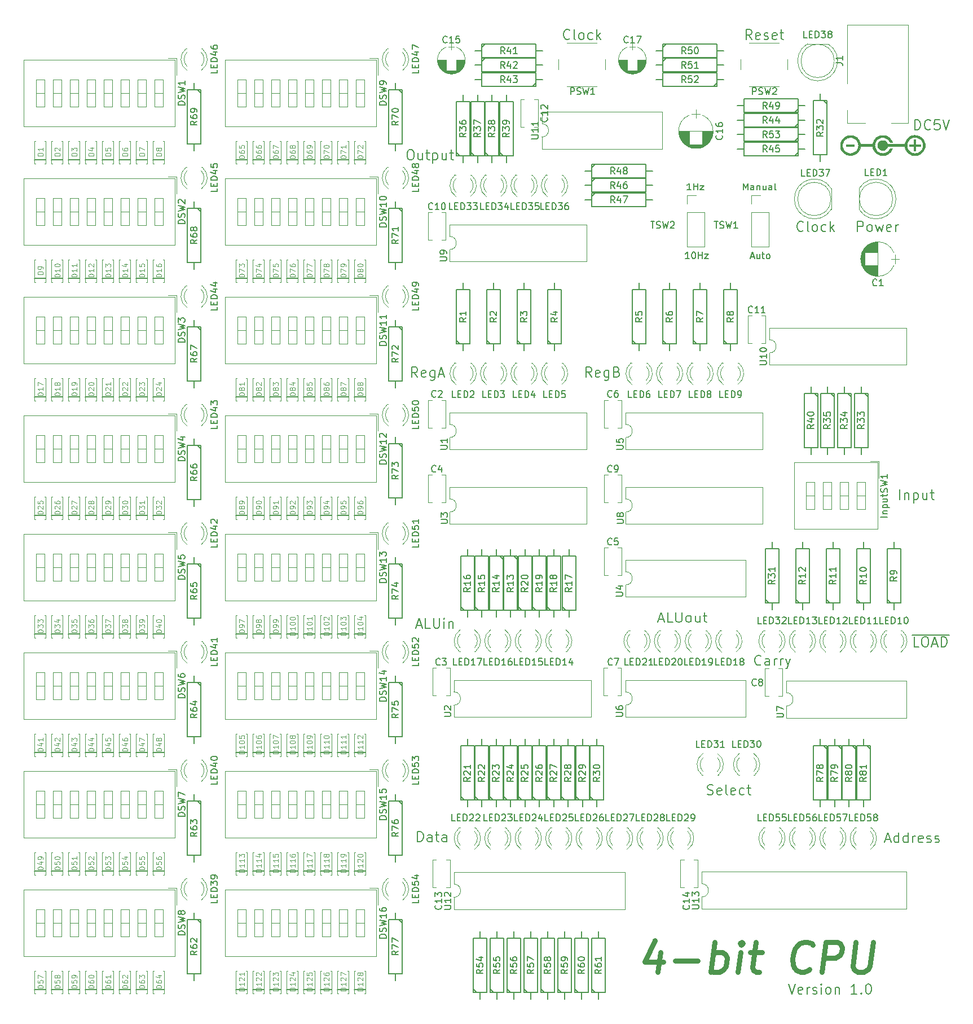
<source format=gto>
G04 #@! TF.FileFunction,Legend,Top*
%FSLAX46Y46*%
G04 Gerber Fmt 4.6, Leading zero omitted, Abs format (unit mm)*
G04 Created by KiCad (PCBNEW 4.0.1-stable) date 2017/06/30 23:27:55*
%MOMM*%
G01*
G04 APERTURE LIST*
%ADD10C,0.100000*%
%ADD11C,0.200000*%
%ADD12C,0.150000*%
%ADD13C,0.800000*%
%ADD14C,0.120000*%
%ADD15C,0.010000*%
%ADD16C,0.125000*%
G04 APERTURE END LIST*
D10*
D11*
X247460286Y-207776071D02*
X247960286Y-209276071D01*
X248460286Y-207776071D01*
X249531714Y-209204643D02*
X249388857Y-209276071D01*
X249103143Y-209276071D01*
X248960286Y-209204643D01*
X248888857Y-209061786D01*
X248888857Y-208490357D01*
X248960286Y-208347500D01*
X249103143Y-208276071D01*
X249388857Y-208276071D01*
X249531714Y-208347500D01*
X249603143Y-208490357D01*
X249603143Y-208633214D01*
X248888857Y-208776071D01*
X250246000Y-209276071D02*
X250246000Y-208276071D01*
X250246000Y-208561786D02*
X250317428Y-208418929D01*
X250388857Y-208347500D01*
X250531714Y-208276071D01*
X250674571Y-208276071D01*
X251103142Y-209204643D02*
X251245999Y-209276071D01*
X251531714Y-209276071D01*
X251674571Y-209204643D01*
X251745999Y-209061786D01*
X251745999Y-208990357D01*
X251674571Y-208847500D01*
X251531714Y-208776071D01*
X251317428Y-208776071D01*
X251174571Y-208704643D01*
X251103142Y-208561786D01*
X251103142Y-208490357D01*
X251174571Y-208347500D01*
X251317428Y-208276071D01*
X251531714Y-208276071D01*
X251674571Y-208347500D01*
X252388857Y-209276071D02*
X252388857Y-208276071D01*
X252388857Y-207776071D02*
X252317428Y-207847500D01*
X252388857Y-207918929D01*
X252460285Y-207847500D01*
X252388857Y-207776071D01*
X252388857Y-207918929D01*
X253317429Y-209276071D02*
X253174571Y-209204643D01*
X253103143Y-209133214D01*
X253031714Y-208990357D01*
X253031714Y-208561786D01*
X253103143Y-208418929D01*
X253174571Y-208347500D01*
X253317429Y-208276071D01*
X253531714Y-208276071D01*
X253674571Y-208347500D01*
X253746000Y-208418929D01*
X253817429Y-208561786D01*
X253817429Y-208990357D01*
X253746000Y-209133214D01*
X253674571Y-209204643D01*
X253531714Y-209276071D01*
X253317429Y-209276071D01*
X254460286Y-208276071D02*
X254460286Y-209276071D01*
X254460286Y-208418929D02*
X254531714Y-208347500D01*
X254674572Y-208276071D01*
X254888857Y-208276071D01*
X255031714Y-208347500D01*
X255103143Y-208490357D01*
X255103143Y-209276071D01*
X257746000Y-209276071D02*
X256888857Y-209276071D01*
X257317429Y-209276071D02*
X257317429Y-207776071D01*
X257174572Y-207990357D01*
X257031714Y-208133214D01*
X256888857Y-208204643D01*
X258388857Y-209133214D02*
X258460285Y-209204643D01*
X258388857Y-209276071D01*
X258317428Y-209204643D01*
X258388857Y-209133214D01*
X258388857Y-209276071D01*
X259388857Y-207776071D02*
X259531714Y-207776071D01*
X259674571Y-207847500D01*
X259746000Y-207918929D01*
X259817429Y-208061786D01*
X259888857Y-208347500D01*
X259888857Y-208704643D01*
X259817429Y-208990357D01*
X259746000Y-209133214D01*
X259674571Y-209204643D01*
X259531714Y-209276071D01*
X259388857Y-209276071D01*
X259246000Y-209204643D01*
X259174571Y-209133214D01*
X259103143Y-208990357D01*
X259031714Y-208704643D01*
X259031714Y-208347500D01*
X259103143Y-208061786D01*
X259174571Y-207918929D01*
X259246000Y-207847500D01*
X259388857Y-207776071D01*
X264172214Y-135108071D02*
X264172214Y-133608071D01*
X264886500Y-134108071D02*
X264886500Y-135108071D01*
X264886500Y-134250929D02*
X264957928Y-134179500D01*
X265100786Y-134108071D01*
X265315071Y-134108071D01*
X265457928Y-134179500D01*
X265529357Y-134322357D01*
X265529357Y-135108071D01*
X266243643Y-134108071D02*
X266243643Y-135608071D01*
X266243643Y-134179500D02*
X266386500Y-134108071D01*
X266672214Y-134108071D01*
X266815071Y-134179500D01*
X266886500Y-134250929D01*
X266957929Y-134393786D01*
X266957929Y-134822357D01*
X266886500Y-134965214D01*
X266815071Y-135036643D01*
X266672214Y-135108071D01*
X266386500Y-135108071D01*
X266243643Y-135036643D01*
X268243643Y-134108071D02*
X268243643Y-135108071D01*
X267600786Y-134108071D02*
X267600786Y-134893786D01*
X267672214Y-135036643D01*
X267815072Y-135108071D01*
X268029357Y-135108071D01*
X268172214Y-135036643D01*
X268243643Y-134965214D01*
X268743643Y-134108071D02*
X269315072Y-134108071D01*
X268957929Y-133608071D02*
X268957929Y-134893786D01*
X269029357Y-135036643D01*
X269172215Y-135108071D01*
X269315072Y-135108071D01*
X266422501Y-79672571D02*
X266422501Y-78172571D01*
X266779644Y-78172571D01*
X266993929Y-78244000D01*
X267136787Y-78386857D01*
X267208215Y-78529714D01*
X267279644Y-78815429D01*
X267279644Y-79029714D01*
X267208215Y-79315429D01*
X267136787Y-79458286D01*
X266993929Y-79601143D01*
X266779644Y-79672571D01*
X266422501Y-79672571D01*
X268779644Y-79529714D02*
X268708215Y-79601143D01*
X268493929Y-79672571D01*
X268351072Y-79672571D01*
X268136787Y-79601143D01*
X267993929Y-79458286D01*
X267922501Y-79315429D01*
X267851072Y-79029714D01*
X267851072Y-78815429D01*
X267922501Y-78529714D01*
X267993929Y-78386857D01*
X268136787Y-78244000D01*
X268351072Y-78172571D01*
X268493929Y-78172571D01*
X268708215Y-78244000D01*
X268779644Y-78315429D01*
X270136787Y-78172571D02*
X269422501Y-78172571D01*
X269351072Y-78886857D01*
X269422501Y-78815429D01*
X269565358Y-78744000D01*
X269922501Y-78744000D01*
X270065358Y-78815429D01*
X270136787Y-78886857D01*
X270208215Y-79029714D01*
X270208215Y-79386857D01*
X270136787Y-79529714D01*
X270065358Y-79601143D01*
X269922501Y-79672571D01*
X269565358Y-79672571D01*
X269422501Y-79601143D01*
X269351072Y-79529714D01*
X270636786Y-78172571D02*
X271136786Y-79672571D01*
X271636786Y-78172571D01*
X257830215Y-94912571D02*
X257830215Y-93412571D01*
X258401643Y-93412571D01*
X258544501Y-93484000D01*
X258615929Y-93555429D01*
X258687358Y-93698286D01*
X258687358Y-93912571D01*
X258615929Y-94055429D01*
X258544501Y-94126857D01*
X258401643Y-94198286D01*
X257830215Y-94198286D01*
X259544501Y-94912571D02*
X259401643Y-94841143D01*
X259330215Y-94769714D01*
X259258786Y-94626857D01*
X259258786Y-94198286D01*
X259330215Y-94055429D01*
X259401643Y-93984000D01*
X259544501Y-93912571D01*
X259758786Y-93912571D01*
X259901643Y-93984000D01*
X259973072Y-94055429D01*
X260044501Y-94198286D01*
X260044501Y-94626857D01*
X259973072Y-94769714D01*
X259901643Y-94841143D01*
X259758786Y-94912571D01*
X259544501Y-94912571D01*
X260544501Y-93912571D02*
X260830215Y-94912571D01*
X261115929Y-94198286D01*
X261401644Y-94912571D01*
X261687358Y-93912571D01*
X262830215Y-94841143D02*
X262687358Y-94912571D01*
X262401644Y-94912571D01*
X262258787Y-94841143D01*
X262187358Y-94698286D01*
X262187358Y-94126857D01*
X262258787Y-93984000D01*
X262401644Y-93912571D01*
X262687358Y-93912571D01*
X262830215Y-93984000D01*
X262901644Y-94126857D01*
X262901644Y-94269714D01*
X262187358Y-94412571D01*
X263544501Y-94912571D02*
X263544501Y-93912571D01*
X263544501Y-94198286D02*
X263615929Y-94055429D01*
X263687358Y-93984000D01*
X263830215Y-93912571D01*
X263973072Y-93912571D01*
X249666358Y-94769714D02*
X249594929Y-94841143D01*
X249380643Y-94912571D01*
X249237786Y-94912571D01*
X249023501Y-94841143D01*
X248880643Y-94698286D01*
X248809215Y-94555429D01*
X248737786Y-94269714D01*
X248737786Y-94055429D01*
X248809215Y-93769714D01*
X248880643Y-93626857D01*
X249023501Y-93484000D01*
X249237786Y-93412571D01*
X249380643Y-93412571D01*
X249594929Y-93484000D01*
X249666358Y-93555429D01*
X250523501Y-94912571D02*
X250380643Y-94841143D01*
X250309215Y-94698286D01*
X250309215Y-93412571D01*
X251309215Y-94912571D02*
X251166357Y-94841143D01*
X251094929Y-94769714D01*
X251023500Y-94626857D01*
X251023500Y-94198286D01*
X251094929Y-94055429D01*
X251166357Y-93984000D01*
X251309215Y-93912571D01*
X251523500Y-93912571D01*
X251666357Y-93984000D01*
X251737786Y-94055429D01*
X251809215Y-94198286D01*
X251809215Y-94626857D01*
X251737786Y-94769714D01*
X251666357Y-94841143D01*
X251523500Y-94912571D01*
X251309215Y-94912571D01*
X253094929Y-94841143D02*
X252952072Y-94912571D01*
X252666358Y-94912571D01*
X252523500Y-94841143D01*
X252452072Y-94769714D01*
X252380643Y-94626857D01*
X252380643Y-94198286D01*
X252452072Y-94055429D01*
X252523500Y-93984000D01*
X252666358Y-93912571D01*
X252952072Y-93912571D01*
X253094929Y-93984000D01*
X253737786Y-94912571D02*
X253737786Y-93412571D01*
X253880643Y-94341143D02*
X254309214Y-94912571D01*
X254309214Y-93912571D02*
X253737786Y-94484000D01*
D12*
X240673238Y-88691981D02*
X240673238Y-87691981D01*
X241006572Y-88406267D01*
X241339905Y-87691981D01*
X241339905Y-88691981D01*
X242244667Y-88691981D02*
X242244667Y-88168171D01*
X242197048Y-88072933D01*
X242101810Y-88025314D01*
X241911333Y-88025314D01*
X241816095Y-88072933D01*
X242244667Y-88644362D02*
X242149429Y-88691981D01*
X241911333Y-88691981D01*
X241816095Y-88644362D01*
X241768476Y-88549124D01*
X241768476Y-88453886D01*
X241816095Y-88358648D01*
X241911333Y-88311029D01*
X242149429Y-88311029D01*
X242244667Y-88263410D01*
X242720857Y-88025314D02*
X242720857Y-88691981D01*
X242720857Y-88120552D02*
X242768476Y-88072933D01*
X242863714Y-88025314D01*
X243006572Y-88025314D01*
X243101810Y-88072933D01*
X243149429Y-88168171D01*
X243149429Y-88691981D01*
X244054191Y-88025314D02*
X244054191Y-88691981D01*
X243625619Y-88025314D02*
X243625619Y-88549124D01*
X243673238Y-88644362D01*
X243768476Y-88691981D01*
X243911334Y-88691981D01*
X244006572Y-88644362D01*
X244054191Y-88596743D01*
X244958953Y-88691981D02*
X244958953Y-88168171D01*
X244911334Y-88072933D01*
X244816096Y-88025314D01*
X244625619Y-88025314D01*
X244530381Y-88072933D01*
X244958953Y-88644362D02*
X244863715Y-88691981D01*
X244625619Y-88691981D01*
X244530381Y-88644362D01*
X244482762Y-88549124D01*
X244482762Y-88453886D01*
X244530381Y-88358648D01*
X244625619Y-88311029D01*
X244863715Y-88311029D01*
X244958953Y-88263410D01*
X245578000Y-88691981D02*
X245482762Y-88644362D01*
X245435143Y-88549124D01*
X245435143Y-87691981D01*
X241801828Y-98718667D02*
X242278019Y-98718667D01*
X241706590Y-99004381D02*
X242039923Y-98004381D01*
X242373257Y-99004381D01*
X243135162Y-98337714D02*
X243135162Y-99004381D01*
X242706590Y-98337714D02*
X242706590Y-98861524D01*
X242754209Y-98956762D01*
X242849447Y-99004381D01*
X242992305Y-99004381D01*
X243087543Y-98956762D01*
X243135162Y-98909143D01*
X243468495Y-98337714D02*
X243849447Y-98337714D01*
X243611352Y-98004381D02*
X243611352Y-98861524D01*
X243658971Y-98956762D01*
X243754209Y-99004381D01*
X243849447Y-99004381D01*
X244325638Y-99004381D02*
X244230400Y-98956762D01*
X244182781Y-98909143D01*
X244135162Y-98813905D01*
X244135162Y-98528190D01*
X244182781Y-98432952D01*
X244230400Y-98385333D01*
X244325638Y-98337714D01*
X244468496Y-98337714D01*
X244563734Y-98385333D01*
X244611353Y-98432952D01*
X244658972Y-98528190D01*
X244658972Y-98813905D01*
X244611353Y-98909143D01*
X244563734Y-98956762D01*
X244468496Y-99004381D01*
X244325638Y-99004381D01*
X232560953Y-99004381D02*
X231989524Y-99004381D01*
X232275238Y-99004381D02*
X232275238Y-98004381D01*
X232180000Y-98147238D01*
X232084762Y-98242476D01*
X231989524Y-98290095D01*
X233180000Y-98004381D02*
X233275239Y-98004381D01*
X233370477Y-98052000D01*
X233418096Y-98099619D01*
X233465715Y-98194857D01*
X233513334Y-98385333D01*
X233513334Y-98623429D01*
X233465715Y-98813905D01*
X233418096Y-98909143D01*
X233370477Y-98956762D01*
X233275239Y-99004381D01*
X233180000Y-99004381D01*
X233084762Y-98956762D01*
X233037143Y-98909143D01*
X232989524Y-98813905D01*
X232941905Y-98623429D01*
X232941905Y-98385333D01*
X232989524Y-98194857D01*
X233037143Y-98099619D01*
X233084762Y-98052000D01*
X233180000Y-98004381D01*
X233941905Y-99004381D02*
X233941905Y-98004381D01*
X233941905Y-98480571D02*
X234513334Y-98480571D01*
X234513334Y-99004381D02*
X234513334Y-98004381D01*
X234894286Y-98337714D02*
X235418096Y-98337714D01*
X234894286Y-99004381D01*
X235418096Y-99004381D01*
X232833943Y-88691981D02*
X232262514Y-88691981D01*
X232548228Y-88691981D02*
X232548228Y-87691981D01*
X232452990Y-87834838D01*
X232357752Y-87930076D01*
X232262514Y-87977695D01*
X233262514Y-88691981D02*
X233262514Y-87691981D01*
X233262514Y-88168171D02*
X233833943Y-88168171D01*
X233833943Y-88691981D02*
X233833943Y-87691981D01*
X234214895Y-88025314D02*
X234738705Y-88025314D01*
X234214895Y-88691981D01*
X234738705Y-88691981D01*
D11*
X214627058Y-65983894D02*
X214555629Y-66055323D01*
X214341343Y-66126751D01*
X214198486Y-66126751D01*
X213984201Y-66055323D01*
X213841343Y-65912466D01*
X213769915Y-65769609D01*
X213698486Y-65483894D01*
X213698486Y-65269609D01*
X213769915Y-64983894D01*
X213841343Y-64841037D01*
X213984201Y-64698180D01*
X214198486Y-64626751D01*
X214341343Y-64626751D01*
X214555629Y-64698180D01*
X214627058Y-64769609D01*
X215484201Y-66126751D02*
X215341343Y-66055323D01*
X215269915Y-65912466D01*
X215269915Y-64626751D01*
X216269915Y-66126751D02*
X216127057Y-66055323D01*
X216055629Y-65983894D01*
X215984200Y-65841037D01*
X215984200Y-65412466D01*
X216055629Y-65269609D01*
X216127057Y-65198180D01*
X216269915Y-65126751D01*
X216484200Y-65126751D01*
X216627057Y-65198180D01*
X216698486Y-65269609D01*
X216769915Y-65412466D01*
X216769915Y-65841037D01*
X216698486Y-65983894D01*
X216627057Y-66055323D01*
X216484200Y-66126751D01*
X216269915Y-66126751D01*
X218055629Y-66055323D02*
X217912772Y-66126751D01*
X217627058Y-66126751D01*
X217484200Y-66055323D01*
X217412772Y-65983894D01*
X217341343Y-65841037D01*
X217341343Y-65412466D01*
X217412772Y-65269609D01*
X217484200Y-65198180D01*
X217627058Y-65126751D01*
X217912772Y-65126751D01*
X218055629Y-65198180D01*
X218698486Y-66126751D02*
X218698486Y-64626751D01*
X218841343Y-65555323D02*
X219269914Y-66126751D01*
X219269914Y-65126751D02*
X218698486Y-65698180D01*
X241952378Y-66134371D02*
X241452378Y-65420086D01*
X241095235Y-66134371D02*
X241095235Y-64634371D01*
X241666663Y-64634371D01*
X241809521Y-64705800D01*
X241880949Y-64777229D01*
X241952378Y-64920086D01*
X241952378Y-65134371D01*
X241880949Y-65277229D01*
X241809521Y-65348657D01*
X241666663Y-65420086D01*
X241095235Y-65420086D01*
X243166663Y-66062943D02*
X243023806Y-66134371D01*
X242738092Y-66134371D01*
X242595235Y-66062943D01*
X242523806Y-65920086D01*
X242523806Y-65348657D01*
X242595235Y-65205800D01*
X242738092Y-65134371D01*
X243023806Y-65134371D01*
X243166663Y-65205800D01*
X243238092Y-65348657D01*
X243238092Y-65491514D01*
X242523806Y-65634371D01*
X243809520Y-66062943D02*
X243952377Y-66134371D01*
X244238092Y-66134371D01*
X244380949Y-66062943D01*
X244452377Y-65920086D01*
X244452377Y-65848657D01*
X244380949Y-65705800D01*
X244238092Y-65634371D01*
X244023806Y-65634371D01*
X243880949Y-65562943D01*
X243809520Y-65420086D01*
X243809520Y-65348657D01*
X243880949Y-65205800D01*
X244023806Y-65134371D01*
X244238092Y-65134371D01*
X244380949Y-65205800D01*
X245666663Y-66062943D02*
X245523806Y-66134371D01*
X245238092Y-66134371D01*
X245095235Y-66062943D01*
X245023806Y-65920086D01*
X245023806Y-65348657D01*
X245095235Y-65205800D01*
X245238092Y-65134371D01*
X245523806Y-65134371D01*
X245666663Y-65205800D01*
X245738092Y-65348657D01*
X245738092Y-65491514D01*
X245023806Y-65634371D01*
X246166663Y-65134371D02*
X246738092Y-65134371D01*
X246380949Y-64634371D02*
X246380949Y-65920086D01*
X246452377Y-66062943D01*
X246595235Y-66134371D01*
X246738092Y-66134371D01*
X190588485Y-82675991D02*
X190874199Y-82675991D01*
X191017057Y-82747420D01*
X191159914Y-82890277D01*
X191231342Y-83175991D01*
X191231342Y-83675991D01*
X191159914Y-83961706D01*
X191017057Y-84104563D01*
X190874199Y-84175991D01*
X190588485Y-84175991D01*
X190445628Y-84104563D01*
X190302771Y-83961706D01*
X190231342Y-83675991D01*
X190231342Y-83175991D01*
X190302771Y-82890277D01*
X190445628Y-82747420D01*
X190588485Y-82675991D01*
X192517057Y-83175991D02*
X192517057Y-84175991D01*
X191874200Y-83175991D02*
X191874200Y-83961706D01*
X191945628Y-84104563D01*
X192088486Y-84175991D01*
X192302771Y-84175991D01*
X192445628Y-84104563D01*
X192517057Y-84033134D01*
X193017057Y-83175991D02*
X193588486Y-83175991D01*
X193231343Y-82675991D02*
X193231343Y-83961706D01*
X193302771Y-84104563D01*
X193445629Y-84175991D01*
X193588486Y-84175991D01*
X194088486Y-83175991D02*
X194088486Y-84675991D01*
X194088486Y-83247420D02*
X194231343Y-83175991D01*
X194517057Y-83175991D01*
X194659914Y-83247420D01*
X194731343Y-83318849D01*
X194802772Y-83461706D01*
X194802772Y-83890277D01*
X194731343Y-84033134D01*
X194659914Y-84104563D01*
X194517057Y-84175991D01*
X194231343Y-84175991D01*
X194088486Y-84104563D01*
X196088486Y-83175991D02*
X196088486Y-84175991D01*
X195445629Y-83175991D02*
X195445629Y-83961706D01*
X195517057Y-84104563D01*
X195659915Y-84175991D01*
X195874200Y-84175991D01*
X196017057Y-84104563D01*
X196088486Y-84033134D01*
X196588486Y-83175991D02*
X197159915Y-83175991D01*
X196802772Y-82675991D02*
X196802772Y-83961706D01*
X196874200Y-84104563D01*
X197017058Y-84175991D01*
X197159915Y-84175991D01*
X217909818Y-116754031D02*
X217409818Y-116039746D01*
X217052675Y-116754031D02*
X217052675Y-115254031D01*
X217624103Y-115254031D01*
X217766961Y-115325460D01*
X217838389Y-115396889D01*
X217909818Y-115539746D01*
X217909818Y-115754031D01*
X217838389Y-115896889D01*
X217766961Y-115968317D01*
X217624103Y-116039746D01*
X217052675Y-116039746D01*
X219124103Y-116682603D02*
X218981246Y-116754031D01*
X218695532Y-116754031D01*
X218552675Y-116682603D01*
X218481246Y-116539746D01*
X218481246Y-115968317D01*
X218552675Y-115825460D01*
X218695532Y-115754031D01*
X218981246Y-115754031D01*
X219124103Y-115825460D01*
X219195532Y-115968317D01*
X219195532Y-116111174D01*
X218481246Y-116254031D01*
X220481246Y-115754031D02*
X220481246Y-116968317D01*
X220409817Y-117111174D01*
X220338389Y-117182603D01*
X220195532Y-117254031D01*
X219981246Y-117254031D01*
X219838389Y-117182603D01*
X220481246Y-116682603D02*
X220338389Y-116754031D01*
X220052675Y-116754031D01*
X219909817Y-116682603D01*
X219838389Y-116611174D01*
X219766960Y-116468317D01*
X219766960Y-116039746D01*
X219838389Y-115896889D01*
X219909817Y-115825460D01*
X220052675Y-115754031D01*
X220338389Y-115754031D01*
X220481246Y-115825460D01*
X221695532Y-115968317D02*
X221909818Y-116039746D01*
X221981246Y-116111174D01*
X222052675Y-116254031D01*
X222052675Y-116468317D01*
X221981246Y-116611174D01*
X221909818Y-116682603D01*
X221766960Y-116754031D01*
X221195532Y-116754031D01*
X221195532Y-115254031D01*
X221695532Y-115254031D01*
X221838389Y-115325460D01*
X221909818Y-115396889D01*
X221981246Y-115539746D01*
X221981246Y-115682603D01*
X221909818Y-115825460D01*
X221838389Y-115896889D01*
X221695532Y-115968317D01*
X221195532Y-115968317D01*
X191781301Y-116759111D02*
X191281301Y-116044826D01*
X190924158Y-116759111D02*
X190924158Y-115259111D01*
X191495586Y-115259111D01*
X191638444Y-115330540D01*
X191709872Y-115401969D01*
X191781301Y-115544826D01*
X191781301Y-115759111D01*
X191709872Y-115901969D01*
X191638444Y-115973397D01*
X191495586Y-116044826D01*
X190924158Y-116044826D01*
X192995586Y-116687683D02*
X192852729Y-116759111D01*
X192567015Y-116759111D01*
X192424158Y-116687683D01*
X192352729Y-116544826D01*
X192352729Y-115973397D01*
X192424158Y-115830540D01*
X192567015Y-115759111D01*
X192852729Y-115759111D01*
X192995586Y-115830540D01*
X193067015Y-115973397D01*
X193067015Y-116116254D01*
X192352729Y-116259111D01*
X194352729Y-115759111D02*
X194352729Y-116973397D01*
X194281300Y-117116254D01*
X194209872Y-117187683D01*
X194067015Y-117259111D01*
X193852729Y-117259111D01*
X193709872Y-117187683D01*
X194352729Y-116687683D02*
X194209872Y-116759111D01*
X193924158Y-116759111D01*
X193781300Y-116687683D01*
X193709872Y-116616254D01*
X193638443Y-116473397D01*
X193638443Y-116044826D01*
X193709872Y-115901969D01*
X193781300Y-115830540D01*
X193924158Y-115759111D01*
X194209872Y-115759111D01*
X194352729Y-115830540D01*
X194995586Y-116330540D02*
X195709872Y-116330540D01*
X194852729Y-116759111D02*
X195352729Y-115259111D01*
X195852729Y-116759111D01*
X267063435Y-157200991D02*
X266349149Y-157200991D01*
X266349149Y-155700991D01*
X267849149Y-155700991D02*
X268134863Y-155700991D01*
X268277721Y-155772420D01*
X268420578Y-155915277D01*
X268492006Y-156200991D01*
X268492006Y-156700991D01*
X268420578Y-156986706D01*
X268277721Y-157129563D01*
X268134863Y-157200991D01*
X267849149Y-157200991D01*
X267706292Y-157129563D01*
X267563435Y-156986706D01*
X267492006Y-156700991D01*
X267492006Y-156200991D01*
X267563435Y-155915277D01*
X267706292Y-155772420D01*
X267849149Y-155700991D01*
X269063435Y-156772420D02*
X269777721Y-156772420D01*
X268920578Y-157200991D02*
X269420578Y-155700991D01*
X269920578Y-157200991D01*
X270420578Y-157200991D02*
X270420578Y-155700991D01*
X270777721Y-155700991D01*
X270992006Y-155772420D01*
X271134864Y-155915277D01*
X271206292Y-156058134D01*
X271277721Y-156343849D01*
X271277721Y-156558134D01*
X271206292Y-156843849D01*
X271134864Y-156986706D01*
X270992006Y-157129563D01*
X270777721Y-157200991D01*
X270420578Y-157200991D01*
X265992006Y-155442420D02*
X271563435Y-155442420D01*
X228005605Y-153107200D02*
X228719891Y-153107200D01*
X227862748Y-153535771D02*
X228362748Y-152035771D01*
X228862748Y-153535771D01*
X230077034Y-153535771D02*
X229362748Y-153535771D01*
X229362748Y-152035771D01*
X230577034Y-152035771D02*
X230577034Y-153250057D01*
X230648462Y-153392914D01*
X230719891Y-153464343D01*
X230862748Y-153535771D01*
X231148462Y-153535771D01*
X231291320Y-153464343D01*
X231362748Y-153392914D01*
X231434177Y-153250057D01*
X231434177Y-152035771D01*
X232362749Y-153535771D02*
X232219891Y-153464343D01*
X232148463Y-153392914D01*
X232077034Y-153250057D01*
X232077034Y-152821486D01*
X232148463Y-152678629D01*
X232219891Y-152607200D01*
X232362749Y-152535771D01*
X232577034Y-152535771D01*
X232719891Y-152607200D01*
X232791320Y-152678629D01*
X232862749Y-152821486D01*
X232862749Y-153250057D01*
X232791320Y-153392914D01*
X232719891Y-153464343D01*
X232577034Y-153535771D01*
X232362749Y-153535771D01*
X234148463Y-152535771D02*
X234148463Y-153535771D01*
X233505606Y-152535771D02*
X233505606Y-153321486D01*
X233577034Y-153464343D01*
X233719892Y-153535771D01*
X233934177Y-153535771D01*
X234077034Y-153464343D01*
X234148463Y-153392914D01*
X234648463Y-152535771D02*
X235219892Y-152535771D01*
X234862749Y-152035771D02*
X234862749Y-153321486D01*
X234934177Y-153464343D01*
X235077035Y-153535771D01*
X235219892Y-153535771D01*
X243334755Y-159836894D02*
X243263326Y-159908323D01*
X243049040Y-159979751D01*
X242906183Y-159979751D01*
X242691898Y-159908323D01*
X242549040Y-159765466D01*
X242477612Y-159622609D01*
X242406183Y-159336894D01*
X242406183Y-159122609D01*
X242477612Y-158836894D01*
X242549040Y-158694037D01*
X242691898Y-158551180D01*
X242906183Y-158479751D01*
X243049040Y-158479751D01*
X243263326Y-158551180D01*
X243334755Y-158622609D01*
X244620469Y-159979751D02*
X244620469Y-159194037D01*
X244549040Y-159051180D01*
X244406183Y-158979751D01*
X244120469Y-158979751D01*
X243977612Y-159051180D01*
X244620469Y-159908323D02*
X244477612Y-159979751D01*
X244120469Y-159979751D01*
X243977612Y-159908323D01*
X243906183Y-159765466D01*
X243906183Y-159622609D01*
X243977612Y-159479751D01*
X244120469Y-159408323D01*
X244477612Y-159408323D01*
X244620469Y-159336894D01*
X245334755Y-159979751D02*
X245334755Y-158979751D01*
X245334755Y-159265466D02*
X245406183Y-159122609D01*
X245477612Y-159051180D01*
X245620469Y-158979751D01*
X245763326Y-158979751D01*
X246263326Y-159979751D02*
X246263326Y-158979751D01*
X246263326Y-159265466D02*
X246334754Y-159122609D01*
X246406183Y-159051180D01*
X246549040Y-158979751D01*
X246691897Y-158979751D01*
X247049040Y-158979751D02*
X247406183Y-159979751D01*
X247763325Y-158979751D02*
X247406183Y-159979751D01*
X247263325Y-160336894D01*
X247191897Y-160408323D01*
X247049040Y-160479751D01*
X191630965Y-153991120D02*
X192345251Y-153991120D01*
X191488108Y-154419691D02*
X191988108Y-152919691D01*
X192488108Y-154419691D01*
X193702394Y-154419691D02*
X192988108Y-154419691D01*
X192988108Y-152919691D01*
X194202394Y-152919691D02*
X194202394Y-154133977D01*
X194273822Y-154276834D01*
X194345251Y-154348263D01*
X194488108Y-154419691D01*
X194773822Y-154419691D01*
X194916680Y-154348263D01*
X194988108Y-154276834D01*
X195059537Y-154133977D01*
X195059537Y-152919691D01*
X195773823Y-154419691D02*
X195773823Y-153419691D01*
X195773823Y-152919691D02*
X195702394Y-152991120D01*
X195773823Y-153062549D01*
X195845251Y-152991120D01*
X195773823Y-152919691D01*
X195773823Y-153062549D01*
X196488109Y-153419691D02*
X196488109Y-154419691D01*
X196488109Y-153562549D02*
X196559537Y-153491120D01*
X196702395Y-153419691D01*
X196916680Y-153419691D01*
X197059537Y-153491120D01*
X197130966Y-153633977D01*
X197130966Y-154419691D01*
X191796149Y-186403371D02*
X191796149Y-184903371D01*
X192153292Y-184903371D01*
X192367577Y-184974800D01*
X192510435Y-185117657D01*
X192581863Y-185260514D01*
X192653292Y-185546229D01*
X192653292Y-185760514D01*
X192581863Y-186046229D01*
X192510435Y-186189086D01*
X192367577Y-186331943D01*
X192153292Y-186403371D01*
X191796149Y-186403371D01*
X193939006Y-186403371D02*
X193939006Y-185617657D01*
X193867577Y-185474800D01*
X193724720Y-185403371D01*
X193439006Y-185403371D01*
X193296149Y-185474800D01*
X193939006Y-186331943D02*
X193796149Y-186403371D01*
X193439006Y-186403371D01*
X193296149Y-186331943D01*
X193224720Y-186189086D01*
X193224720Y-186046229D01*
X193296149Y-185903371D01*
X193439006Y-185831943D01*
X193796149Y-185831943D01*
X193939006Y-185760514D01*
X194439006Y-185403371D02*
X195010435Y-185403371D01*
X194653292Y-184903371D02*
X194653292Y-186189086D01*
X194724720Y-186331943D01*
X194867578Y-186403371D01*
X195010435Y-186403371D01*
X196153292Y-186403371D02*
X196153292Y-185617657D01*
X196081863Y-185474800D01*
X195939006Y-185403371D01*
X195653292Y-185403371D01*
X195510435Y-185474800D01*
X196153292Y-186331943D02*
X196010435Y-186403371D01*
X195653292Y-186403371D01*
X195510435Y-186331943D01*
X195439006Y-186189086D01*
X195439006Y-186046229D01*
X195510435Y-185903371D01*
X195653292Y-185831943D01*
X196010435Y-185831943D01*
X196153292Y-185760514D01*
X262024206Y-186132280D02*
X262738492Y-186132280D01*
X261881349Y-186560851D02*
X262381349Y-185060851D01*
X262881349Y-186560851D01*
X264024206Y-186560851D02*
X264024206Y-185060851D01*
X264024206Y-186489423D02*
X263881349Y-186560851D01*
X263595635Y-186560851D01*
X263452777Y-186489423D01*
X263381349Y-186417994D01*
X263309920Y-186275137D01*
X263309920Y-185846566D01*
X263381349Y-185703709D01*
X263452777Y-185632280D01*
X263595635Y-185560851D01*
X263881349Y-185560851D01*
X264024206Y-185632280D01*
X265381349Y-186560851D02*
X265381349Y-185060851D01*
X265381349Y-186489423D02*
X265238492Y-186560851D01*
X264952778Y-186560851D01*
X264809920Y-186489423D01*
X264738492Y-186417994D01*
X264667063Y-186275137D01*
X264667063Y-185846566D01*
X264738492Y-185703709D01*
X264809920Y-185632280D01*
X264952778Y-185560851D01*
X265238492Y-185560851D01*
X265381349Y-185632280D01*
X266095635Y-186560851D02*
X266095635Y-185560851D01*
X266095635Y-185846566D02*
X266167063Y-185703709D01*
X266238492Y-185632280D01*
X266381349Y-185560851D01*
X266524206Y-185560851D01*
X267595634Y-186489423D02*
X267452777Y-186560851D01*
X267167063Y-186560851D01*
X267024206Y-186489423D01*
X266952777Y-186346566D01*
X266952777Y-185775137D01*
X267024206Y-185632280D01*
X267167063Y-185560851D01*
X267452777Y-185560851D01*
X267595634Y-185632280D01*
X267667063Y-185775137D01*
X267667063Y-185917994D01*
X266952777Y-186060851D01*
X268238491Y-186489423D02*
X268381348Y-186560851D01*
X268667063Y-186560851D01*
X268809920Y-186489423D01*
X268881348Y-186346566D01*
X268881348Y-186275137D01*
X268809920Y-186132280D01*
X268667063Y-186060851D01*
X268452777Y-186060851D01*
X268309920Y-185989423D01*
X268238491Y-185846566D01*
X268238491Y-185775137D01*
X268309920Y-185632280D01*
X268452777Y-185560851D01*
X268667063Y-185560851D01*
X268809920Y-185632280D01*
X269452777Y-186489423D02*
X269595634Y-186560851D01*
X269881349Y-186560851D01*
X270024206Y-186489423D01*
X270095634Y-186346566D01*
X270095634Y-186275137D01*
X270024206Y-186132280D01*
X269881349Y-186060851D01*
X269667063Y-186060851D01*
X269524206Y-185989423D01*
X269452777Y-185846566D01*
X269452777Y-185775137D01*
X269524206Y-185632280D01*
X269667063Y-185560851D01*
X269881349Y-185560851D01*
X270024206Y-185632280D01*
X235296949Y-179341863D02*
X235511235Y-179413291D01*
X235868378Y-179413291D01*
X236011235Y-179341863D01*
X236082664Y-179270434D01*
X236154092Y-179127577D01*
X236154092Y-178984720D01*
X236082664Y-178841863D01*
X236011235Y-178770434D01*
X235868378Y-178699006D01*
X235582664Y-178627577D01*
X235439806Y-178556149D01*
X235368378Y-178484720D01*
X235296949Y-178341863D01*
X235296949Y-178199006D01*
X235368378Y-178056149D01*
X235439806Y-177984720D01*
X235582664Y-177913291D01*
X235939806Y-177913291D01*
X236154092Y-177984720D01*
X237368377Y-179341863D02*
X237225520Y-179413291D01*
X236939806Y-179413291D01*
X236796949Y-179341863D01*
X236725520Y-179199006D01*
X236725520Y-178627577D01*
X236796949Y-178484720D01*
X236939806Y-178413291D01*
X237225520Y-178413291D01*
X237368377Y-178484720D01*
X237439806Y-178627577D01*
X237439806Y-178770434D01*
X236725520Y-178913291D01*
X238296949Y-179413291D02*
X238154091Y-179341863D01*
X238082663Y-179199006D01*
X238082663Y-177913291D01*
X239439805Y-179341863D02*
X239296948Y-179413291D01*
X239011234Y-179413291D01*
X238868377Y-179341863D01*
X238796948Y-179199006D01*
X238796948Y-178627577D01*
X238868377Y-178484720D01*
X239011234Y-178413291D01*
X239296948Y-178413291D01*
X239439805Y-178484720D01*
X239511234Y-178627577D01*
X239511234Y-178770434D01*
X238796948Y-178913291D01*
X240796948Y-179341863D02*
X240654091Y-179413291D01*
X240368377Y-179413291D01*
X240225519Y-179341863D01*
X240154091Y-179270434D01*
X240082662Y-179127577D01*
X240082662Y-178699006D01*
X240154091Y-178556149D01*
X240225519Y-178484720D01*
X240368377Y-178413291D01*
X240654091Y-178413291D01*
X240796948Y-178484720D01*
X241225519Y-178413291D02*
X241796948Y-178413291D01*
X241439805Y-177913291D02*
X241439805Y-179199006D01*
X241511233Y-179341863D01*
X241654091Y-179413291D01*
X241796948Y-179413291D01*
D13*
X228242179Y-202997714D02*
X227867179Y-205997714D01*
X227385035Y-201283429D02*
X225911822Y-204497714D01*
X228697536Y-204497714D01*
X230438607Y-204283429D02*
X233867178Y-204283429D01*
X235795751Y-205997714D02*
X236358251Y-201497714D01*
X236143965Y-203212000D02*
X236599322Y-202997714D01*
X237456465Y-202997714D01*
X237858250Y-203212000D01*
X238045750Y-203426286D01*
X238206465Y-203854857D01*
X238045751Y-205140571D01*
X237777893Y-205569143D01*
X237536821Y-205783429D01*
X237081465Y-205997714D01*
X236224322Y-205997714D01*
X235822536Y-205783429D01*
X239867180Y-205997714D02*
X240242180Y-202997714D01*
X240429680Y-201497714D02*
X240188608Y-201712000D01*
X240376108Y-201926286D01*
X240617179Y-201712000D01*
X240429680Y-201497714D01*
X240376108Y-201926286D01*
X241742179Y-202997714D02*
X243456465Y-202997714D01*
X242572537Y-201497714D02*
X242090394Y-205354857D01*
X242251107Y-205783429D01*
X242652894Y-205997714D01*
X243081465Y-205997714D01*
X250635036Y-205569143D02*
X250393964Y-205783429D01*
X249724322Y-205997714D01*
X249295751Y-205997714D01*
X248679679Y-205783429D01*
X248304679Y-205354857D01*
X248143965Y-204926286D01*
X248036822Y-204069143D01*
X248117179Y-203426286D01*
X248438608Y-202569143D01*
X248706465Y-202140571D01*
X249188608Y-201712000D01*
X249858251Y-201497714D01*
X250286822Y-201497714D01*
X250902893Y-201712000D01*
X251090393Y-201926286D01*
X252510037Y-205997714D02*
X253072537Y-201497714D01*
X254786822Y-201497714D01*
X255188608Y-201712000D01*
X255376107Y-201926286D01*
X255536822Y-202354857D01*
X255456465Y-202997714D01*
X255188607Y-203426286D01*
X254947537Y-203640571D01*
X254492179Y-203854857D01*
X252777894Y-203854857D01*
X257572537Y-201497714D02*
X257117180Y-205140571D01*
X257277893Y-205569143D01*
X257465393Y-205783429D01*
X257867179Y-205997714D01*
X258724322Y-205997714D01*
X259179679Y-205783429D01*
X259420750Y-205569143D01*
X259688608Y-205140571D01*
X260143965Y-201497714D01*
D14*
X241875000Y-92075000D02*
X241875000Y-97215000D01*
X241875000Y-97215000D02*
X244535000Y-97215000D01*
X244535000Y-97215000D02*
X244535000Y-92075000D01*
X244535000Y-92075000D02*
X241875000Y-92075000D01*
X241875000Y-90805000D02*
X241875000Y-89475000D01*
X241875000Y-89475000D02*
X243205000Y-89475000D01*
D12*
X210058000Y-152781000D02*
X210058000Y-151765000D01*
X210058000Y-151765000D02*
X209042000Y-151765000D01*
X209042000Y-151765000D02*
X209042000Y-143637000D01*
X209042000Y-143637000D02*
X211074000Y-143637000D01*
X211074000Y-143637000D02*
X211074000Y-151765000D01*
X211074000Y-151765000D02*
X210058000Y-151765000D01*
X209550000Y-151765000D02*
X209042000Y-151257000D01*
X210058000Y-142621000D02*
X210058000Y-143637000D01*
X207899000Y-152781000D02*
X207899000Y-151765000D01*
X207899000Y-151765000D02*
X206883000Y-151765000D01*
X206883000Y-151765000D02*
X206883000Y-143637000D01*
X206883000Y-143637000D02*
X208915000Y-143637000D01*
X208915000Y-143637000D02*
X208915000Y-151765000D01*
X208915000Y-151765000D02*
X207899000Y-151765000D01*
X207391000Y-151765000D02*
X206883000Y-151257000D01*
X207899000Y-142621000D02*
X207899000Y-143637000D01*
D14*
X260874000Y-101610000D02*
X260874000Y-96510000D01*
X260834000Y-101610000D02*
X260834000Y-100040000D01*
X260834000Y-98080000D02*
X260834000Y-96510000D01*
X260794000Y-101609000D02*
X260794000Y-100040000D01*
X260794000Y-98080000D02*
X260794000Y-96511000D01*
X260754000Y-101608000D02*
X260754000Y-100040000D01*
X260754000Y-98080000D02*
X260754000Y-96512000D01*
X260714000Y-101606000D02*
X260714000Y-100040000D01*
X260714000Y-98080000D02*
X260714000Y-96514000D01*
X260674000Y-101603000D02*
X260674000Y-100040000D01*
X260674000Y-98080000D02*
X260674000Y-96517000D01*
X260634000Y-101599000D02*
X260634000Y-100040000D01*
X260634000Y-98080000D02*
X260634000Y-96521000D01*
X260594000Y-101595000D02*
X260594000Y-100040000D01*
X260594000Y-98080000D02*
X260594000Y-96525000D01*
X260554000Y-101591000D02*
X260554000Y-100040000D01*
X260554000Y-98080000D02*
X260554000Y-96529000D01*
X260514000Y-101585000D02*
X260514000Y-100040000D01*
X260514000Y-98080000D02*
X260514000Y-96535000D01*
X260474000Y-101579000D02*
X260474000Y-100040000D01*
X260474000Y-98080000D02*
X260474000Y-96541000D01*
X260434000Y-101573000D02*
X260434000Y-100040000D01*
X260434000Y-98080000D02*
X260434000Y-96547000D01*
X260394000Y-101566000D02*
X260394000Y-100040000D01*
X260394000Y-98080000D02*
X260394000Y-96554000D01*
X260354000Y-101558000D02*
X260354000Y-100040000D01*
X260354000Y-98080000D02*
X260354000Y-96562000D01*
X260314000Y-101549000D02*
X260314000Y-100040000D01*
X260314000Y-98080000D02*
X260314000Y-96571000D01*
X260274000Y-101540000D02*
X260274000Y-100040000D01*
X260274000Y-98080000D02*
X260274000Y-96580000D01*
X260234000Y-101530000D02*
X260234000Y-100040000D01*
X260234000Y-98080000D02*
X260234000Y-96590000D01*
X260194000Y-101520000D02*
X260194000Y-100040000D01*
X260194000Y-98080000D02*
X260194000Y-96600000D01*
X260153000Y-101508000D02*
X260153000Y-100040000D01*
X260153000Y-98080000D02*
X260153000Y-96612000D01*
X260113000Y-101496000D02*
X260113000Y-100040000D01*
X260113000Y-98080000D02*
X260113000Y-96624000D01*
X260073000Y-101484000D02*
X260073000Y-100040000D01*
X260073000Y-98080000D02*
X260073000Y-96636000D01*
X260033000Y-101470000D02*
X260033000Y-100040000D01*
X260033000Y-98080000D02*
X260033000Y-96650000D01*
X259993000Y-101456000D02*
X259993000Y-100040000D01*
X259993000Y-98080000D02*
X259993000Y-96664000D01*
X259953000Y-101442000D02*
X259953000Y-100040000D01*
X259953000Y-98080000D02*
X259953000Y-96678000D01*
X259913000Y-101426000D02*
X259913000Y-100040000D01*
X259913000Y-98080000D02*
X259913000Y-96694000D01*
X259873000Y-101410000D02*
X259873000Y-100040000D01*
X259873000Y-98080000D02*
X259873000Y-96710000D01*
X259833000Y-101393000D02*
X259833000Y-100040000D01*
X259833000Y-98080000D02*
X259833000Y-96727000D01*
X259793000Y-101375000D02*
X259793000Y-100040000D01*
X259793000Y-98080000D02*
X259793000Y-96745000D01*
X259753000Y-101356000D02*
X259753000Y-100040000D01*
X259753000Y-98080000D02*
X259753000Y-96764000D01*
X259713000Y-101336000D02*
X259713000Y-100040000D01*
X259713000Y-98080000D02*
X259713000Y-96784000D01*
X259673000Y-101316000D02*
X259673000Y-100040000D01*
X259673000Y-98080000D02*
X259673000Y-96804000D01*
X259633000Y-101294000D02*
X259633000Y-100040000D01*
X259633000Y-98080000D02*
X259633000Y-96826000D01*
X259593000Y-101272000D02*
X259593000Y-100040000D01*
X259593000Y-98080000D02*
X259593000Y-96848000D01*
X259553000Y-101249000D02*
X259553000Y-100040000D01*
X259553000Y-98080000D02*
X259553000Y-96871000D01*
X259513000Y-101225000D02*
X259513000Y-100040000D01*
X259513000Y-98080000D02*
X259513000Y-96895000D01*
X259473000Y-101200000D02*
X259473000Y-100040000D01*
X259473000Y-98080000D02*
X259473000Y-96920000D01*
X259433000Y-101173000D02*
X259433000Y-100040000D01*
X259433000Y-98080000D02*
X259433000Y-96947000D01*
X259393000Y-101146000D02*
X259393000Y-100040000D01*
X259393000Y-98080000D02*
X259393000Y-96974000D01*
X259353000Y-101118000D02*
X259353000Y-100040000D01*
X259353000Y-98080000D02*
X259353000Y-97002000D01*
X259313000Y-101088000D02*
X259313000Y-100040000D01*
X259313000Y-98080000D02*
X259313000Y-97032000D01*
X259273000Y-101057000D02*
X259273000Y-100040000D01*
X259273000Y-98080000D02*
X259273000Y-97063000D01*
X259233000Y-101025000D02*
X259233000Y-100040000D01*
X259233000Y-98080000D02*
X259233000Y-97095000D01*
X259193000Y-100992000D02*
X259193000Y-100040000D01*
X259193000Y-98080000D02*
X259193000Y-97128000D01*
X259153000Y-100957000D02*
X259153000Y-100040000D01*
X259153000Y-98080000D02*
X259153000Y-97163000D01*
X259113000Y-100921000D02*
X259113000Y-100040000D01*
X259113000Y-98080000D02*
X259113000Y-97199000D01*
X259073000Y-100883000D02*
X259073000Y-100040000D01*
X259073000Y-98080000D02*
X259073000Y-97237000D01*
X259033000Y-100843000D02*
X259033000Y-100040000D01*
X259033000Y-98080000D02*
X259033000Y-97277000D01*
X258993000Y-100802000D02*
X258993000Y-100040000D01*
X258993000Y-98080000D02*
X258993000Y-97318000D01*
X258953000Y-100759000D02*
X258953000Y-100040000D01*
X258953000Y-98080000D02*
X258953000Y-97361000D01*
X258913000Y-100714000D02*
X258913000Y-100040000D01*
X258913000Y-98080000D02*
X258913000Y-97406000D01*
X258873000Y-100666000D02*
X258873000Y-97454000D01*
X258833000Y-100616000D02*
X258833000Y-97504000D01*
X258793000Y-100564000D02*
X258793000Y-97556000D01*
X258753000Y-100508000D02*
X258753000Y-97612000D01*
X258713000Y-100450000D02*
X258713000Y-97670000D01*
X258673000Y-100387000D02*
X258673000Y-97733000D01*
X258633000Y-100321000D02*
X258633000Y-97799000D01*
X258593000Y-100249000D02*
X258593000Y-97871000D01*
X258553000Y-100172000D02*
X258553000Y-97948000D01*
X258513000Y-100088000D02*
X258513000Y-98032000D01*
X258473000Y-99994000D02*
X258473000Y-98126000D01*
X258433000Y-99889000D02*
X258433000Y-98231000D01*
X258393000Y-99767000D02*
X258393000Y-98353000D01*
X258353000Y-99619000D02*
X258353000Y-98501000D01*
X258313000Y-99414000D02*
X258313000Y-98706000D01*
X264074000Y-99060000D02*
X262874000Y-99060000D01*
X263474000Y-99710000D02*
X263474000Y-98410000D01*
X258477137Y-100041400D02*
G75*
G03X263271436Y-100040000I2396863J981400D01*
G01*
X258477137Y-98078600D02*
G75*
G02X263271436Y-98080000I2396863J-981400D01*
G01*
X258477137Y-98078600D02*
G75*
G03X258476564Y-100040000I2396863J-981400D01*
G01*
X196001000Y-120221000D02*
X196001000Y-124341000D01*
X193381000Y-120221000D02*
X193381000Y-124341000D01*
X196001000Y-120221000D02*
X195441000Y-120221000D01*
X193941000Y-120221000D02*
X193381000Y-120221000D01*
X196001000Y-124341000D02*
X195441000Y-124341000D01*
X193941000Y-124341000D02*
X193381000Y-124341000D01*
X196636000Y-160353000D02*
X196636000Y-164473000D01*
X194016000Y-160353000D02*
X194016000Y-164473000D01*
X196636000Y-160353000D02*
X196076000Y-160353000D01*
X194576000Y-160353000D02*
X194016000Y-160353000D01*
X196636000Y-164473000D02*
X196076000Y-164473000D01*
X194576000Y-164473000D02*
X194016000Y-164473000D01*
X196001000Y-131397000D02*
X196001000Y-135517000D01*
X193381000Y-131397000D02*
X193381000Y-135517000D01*
X196001000Y-131397000D02*
X195441000Y-131397000D01*
X193941000Y-131397000D02*
X193381000Y-131397000D01*
X196001000Y-135517000D02*
X195441000Y-135517000D01*
X193941000Y-135517000D02*
X193381000Y-135517000D01*
X222417000Y-142319000D02*
X222417000Y-146439000D01*
X219797000Y-142319000D02*
X219797000Y-146439000D01*
X222417000Y-142319000D02*
X221857000Y-142319000D01*
X220357000Y-142319000D02*
X219797000Y-142319000D01*
X222417000Y-146439000D02*
X221857000Y-146439000D01*
X220357000Y-146439000D02*
X219797000Y-146439000D01*
X222417000Y-120221000D02*
X222417000Y-124341000D01*
X219797000Y-120221000D02*
X219797000Y-124341000D01*
X222417000Y-120221000D02*
X221857000Y-120221000D01*
X220357000Y-120221000D02*
X219797000Y-120221000D01*
X222417000Y-124341000D02*
X221857000Y-124341000D01*
X220357000Y-124341000D02*
X219797000Y-124341000D01*
X222353500Y-160353000D02*
X222353500Y-164473000D01*
X219733500Y-160353000D02*
X219733500Y-164473000D01*
X222353500Y-160353000D02*
X221793500Y-160353000D01*
X220293500Y-160353000D02*
X219733500Y-160353000D01*
X222353500Y-164473000D02*
X221793500Y-164473000D01*
X220293500Y-164473000D02*
X219733500Y-164473000D01*
X246547000Y-160480000D02*
X246547000Y-164600000D01*
X243927000Y-160480000D02*
X243927000Y-164600000D01*
X246547000Y-160480000D02*
X245987000Y-160480000D01*
X244487000Y-160480000D02*
X243927000Y-160480000D01*
X246547000Y-164600000D02*
X245987000Y-164600000D01*
X244487000Y-164600000D02*
X243927000Y-164600000D01*
X222417000Y-131397000D02*
X222417000Y-135517000D01*
X219797000Y-131397000D02*
X219797000Y-135517000D01*
X222417000Y-131397000D02*
X221857000Y-131397000D01*
X220357000Y-131397000D02*
X219797000Y-131397000D01*
X222417000Y-135517000D02*
X221857000Y-135517000D01*
X220357000Y-135517000D02*
X219797000Y-135517000D01*
X196001000Y-92027000D02*
X196001000Y-96147000D01*
X193381000Y-92027000D02*
X193381000Y-96147000D01*
X196001000Y-92027000D02*
X195441000Y-92027000D01*
X193941000Y-92027000D02*
X193381000Y-92027000D01*
X196001000Y-96147000D02*
X195441000Y-96147000D01*
X193941000Y-96147000D02*
X193381000Y-96147000D01*
X244007000Y-107521000D02*
X244007000Y-111641000D01*
X241387000Y-107521000D02*
X241387000Y-111641000D01*
X244007000Y-107521000D02*
X243447000Y-107521000D01*
X241947000Y-107521000D02*
X241387000Y-107521000D01*
X244007000Y-111641000D02*
X243447000Y-111641000D01*
X241947000Y-111641000D02*
X241387000Y-111641000D01*
X209844000Y-75136000D02*
X209844000Y-79256000D01*
X207224000Y-75136000D02*
X207224000Y-79256000D01*
X209844000Y-75136000D02*
X209284000Y-75136000D01*
X207784000Y-75136000D02*
X207224000Y-75136000D01*
X209844000Y-79256000D02*
X209284000Y-79256000D01*
X207784000Y-79256000D02*
X207224000Y-79256000D01*
X196636000Y-189182000D02*
X196636000Y-193302000D01*
X194016000Y-189182000D02*
X194016000Y-193302000D01*
X196636000Y-189182000D02*
X196076000Y-189182000D01*
X194576000Y-189182000D02*
X194016000Y-189182000D01*
X196636000Y-193302000D02*
X196076000Y-193302000D01*
X194576000Y-193302000D02*
X194016000Y-193302000D01*
X233847000Y-189182000D02*
X233847000Y-193302000D01*
X231227000Y-189182000D02*
X231227000Y-193302000D01*
X233847000Y-189182000D02*
X233287000Y-189182000D01*
X231787000Y-189182000D02*
X231227000Y-189182000D01*
X233847000Y-193302000D02*
X233287000Y-193302000D01*
X231787000Y-193302000D02*
X231227000Y-193302000D01*
X196070000Y-69203000D02*
X194800000Y-69203000D01*
X198900000Y-69203000D02*
X197630000Y-69203000D01*
X198900000Y-69243000D02*
X197630000Y-69243000D01*
X196070000Y-69243000D02*
X194800000Y-69243000D01*
X198899000Y-69283000D02*
X197630000Y-69283000D01*
X196070000Y-69283000D02*
X194801000Y-69283000D01*
X198897000Y-69323000D02*
X197630000Y-69323000D01*
X196070000Y-69323000D02*
X194803000Y-69323000D01*
X198894000Y-69363000D02*
X197630000Y-69363000D01*
X196070000Y-69363000D02*
X194806000Y-69363000D01*
X198891000Y-69403000D02*
X197630000Y-69403000D01*
X196070000Y-69403000D02*
X194809000Y-69403000D01*
X198887000Y-69443000D02*
X197630000Y-69443000D01*
X196070000Y-69443000D02*
X194813000Y-69443000D01*
X198882000Y-69483000D02*
X197630000Y-69483000D01*
X196070000Y-69483000D02*
X194818000Y-69483000D01*
X198876000Y-69523000D02*
X197630000Y-69523000D01*
X196070000Y-69523000D02*
X194824000Y-69523000D01*
X198869000Y-69563000D02*
X197630000Y-69563000D01*
X196070000Y-69563000D02*
X194831000Y-69563000D01*
X198862000Y-69603000D02*
X197630000Y-69603000D01*
X196070000Y-69603000D02*
X194838000Y-69603000D01*
X198854000Y-69643000D02*
X197630000Y-69643000D01*
X196070000Y-69643000D02*
X194846000Y-69643000D01*
X198845000Y-69683000D02*
X197630000Y-69683000D01*
X196070000Y-69683000D02*
X194855000Y-69683000D01*
X198835000Y-69723000D02*
X197630000Y-69723000D01*
X196070000Y-69723000D02*
X194865000Y-69723000D01*
X198824000Y-69763000D02*
X197630000Y-69763000D01*
X196070000Y-69763000D02*
X194876000Y-69763000D01*
X198813000Y-69803000D02*
X197630000Y-69803000D01*
X196070000Y-69803000D02*
X194887000Y-69803000D01*
X198800000Y-69843000D02*
X197630000Y-69843000D01*
X196070000Y-69843000D02*
X194900000Y-69843000D01*
X198787000Y-69883000D02*
X197630000Y-69883000D01*
X196070000Y-69883000D02*
X194913000Y-69883000D01*
X198773000Y-69924000D02*
X197630000Y-69924000D01*
X196070000Y-69924000D02*
X194927000Y-69924000D01*
X198757000Y-69964000D02*
X197630000Y-69964000D01*
X196070000Y-69964000D02*
X194943000Y-69964000D01*
X198741000Y-70004000D02*
X197630000Y-70004000D01*
X196070000Y-70004000D02*
X194959000Y-70004000D01*
X198724000Y-70044000D02*
X197630000Y-70044000D01*
X196070000Y-70044000D02*
X194976000Y-70044000D01*
X198706000Y-70084000D02*
X197630000Y-70084000D01*
X196070000Y-70084000D02*
X194994000Y-70084000D01*
X198687000Y-70124000D02*
X197630000Y-70124000D01*
X196070000Y-70124000D02*
X195013000Y-70124000D01*
X198667000Y-70164000D02*
X197630000Y-70164000D01*
X196070000Y-70164000D02*
X195033000Y-70164000D01*
X198646000Y-70204000D02*
X197630000Y-70204000D01*
X196070000Y-70204000D02*
X195054000Y-70204000D01*
X198623000Y-70244000D02*
X197630000Y-70244000D01*
X196070000Y-70244000D02*
X195077000Y-70244000D01*
X198600000Y-70284000D02*
X197630000Y-70284000D01*
X196070000Y-70284000D02*
X195100000Y-70284000D01*
X198575000Y-70324000D02*
X197630000Y-70324000D01*
X196070000Y-70324000D02*
X195125000Y-70324000D01*
X198549000Y-70364000D02*
X197630000Y-70364000D01*
X196070000Y-70364000D02*
X195151000Y-70364000D01*
X198522000Y-70404000D02*
X197630000Y-70404000D01*
X196070000Y-70404000D02*
X195178000Y-70404000D01*
X198493000Y-70444000D02*
X197630000Y-70444000D01*
X196070000Y-70444000D02*
X195207000Y-70444000D01*
X198463000Y-70484000D02*
X197630000Y-70484000D01*
X196070000Y-70484000D02*
X195237000Y-70484000D01*
X198431000Y-70524000D02*
X197630000Y-70524000D01*
X196070000Y-70524000D02*
X195269000Y-70524000D01*
X198397000Y-70564000D02*
X197630000Y-70564000D01*
X196070000Y-70564000D02*
X195303000Y-70564000D01*
X198362000Y-70604000D02*
X197630000Y-70604000D01*
X196070000Y-70604000D02*
X195338000Y-70604000D01*
X198325000Y-70644000D02*
X197630000Y-70644000D01*
X196070000Y-70644000D02*
X195375000Y-70644000D01*
X198286000Y-70684000D02*
X197630000Y-70684000D01*
X196070000Y-70684000D02*
X195414000Y-70684000D01*
X198245000Y-70724000D02*
X197630000Y-70724000D01*
X196070000Y-70724000D02*
X195455000Y-70724000D01*
X198201000Y-70764000D02*
X195499000Y-70764000D01*
X198155000Y-70804000D02*
X195545000Y-70804000D01*
X198106000Y-70844000D02*
X195594000Y-70844000D01*
X198054000Y-70884000D02*
X195646000Y-70884000D01*
X197998000Y-70924000D02*
X195702000Y-70924000D01*
X197938000Y-70964000D02*
X195762000Y-70964000D01*
X197873000Y-71004000D02*
X195827000Y-71004000D01*
X197802000Y-71044000D02*
X195898000Y-71044000D01*
X197724000Y-71084000D02*
X195976000Y-71084000D01*
X197636000Y-71124000D02*
X196064000Y-71124000D01*
X197536000Y-71164000D02*
X196164000Y-71164000D01*
X197417000Y-71204000D02*
X196283000Y-71204000D01*
X197265000Y-71244000D02*
X196435000Y-71244000D01*
X197015000Y-71284000D02*
X196685000Y-71284000D01*
X196850000Y-66753000D02*
X196850000Y-67653000D01*
X197300000Y-67203000D02*
X196400000Y-67203000D01*
X197629089Y-71142361D02*
G75*
G03X197630000Y-67264005I-779089J1939361D01*
G01*
X196070911Y-71142361D02*
G75*
G02X196070000Y-67264005I779089J1939361D01*
G01*
X196070911Y-71142361D02*
G75*
G03X197630000Y-71141995I779089J1939361D01*
G01*
X236103000Y-79867000D02*
X231003000Y-79867000D01*
X236103000Y-79907000D02*
X234533000Y-79907000D01*
X232573000Y-79907000D02*
X231003000Y-79907000D01*
X236102000Y-79947000D02*
X234533000Y-79947000D01*
X232573000Y-79947000D02*
X231004000Y-79947000D01*
X236101000Y-79987000D02*
X234533000Y-79987000D01*
X232573000Y-79987000D02*
X231005000Y-79987000D01*
X236099000Y-80027000D02*
X234533000Y-80027000D01*
X232573000Y-80027000D02*
X231007000Y-80027000D01*
X236096000Y-80067000D02*
X234533000Y-80067000D01*
X232573000Y-80067000D02*
X231010000Y-80067000D01*
X236092000Y-80107000D02*
X234533000Y-80107000D01*
X232573000Y-80107000D02*
X231014000Y-80107000D01*
X236088000Y-80147000D02*
X234533000Y-80147000D01*
X232573000Y-80147000D02*
X231018000Y-80147000D01*
X236084000Y-80187000D02*
X234533000Y-80187000D01*
X232573000Y-80187000D02*
X231022000Y-80187000D01*
X236078000Y-80227000D02*
X234533000Y-80227000D01*
X232573000Y-80227000D02*
X231028000Y-80227000D01*
X236072000Y-80267000D02*
X234533000Y-80267000D01*
X232573000Y-80267000D02*
X231034000Y-80267000D01*
X236066000Y-80307000D02*
X234533000Y-80307000D01*
X232573000Y-80307000D02*
X231040000Y-80307000D01*
X236059000Y-80347000D02*
X234533000Y-80347000D01*
X232573000Y-80347000D02*
X231047000Y-80347000D01*
X236051000Y-80387000D02*
X234533000Y-80387000D01*
X232573000Y-80387000D02*
X231055000Y-80387000D01*
X236042000Y-80427000D02*
X234533000Y-80427000D01*
X232573000Y-80427000D02*
X231064000Y-80427000D01*
X236033000Y-80467000D02*
X234533000Y-80467000D01*
X232573000Y-80467000D02*
X231073000Y-80467000D01*
X236023000Y-80507000D02*
X234533000Y-80507000D01*
X232573000Y-80507000D02*
X231083000Y-80507000D01*
X236013000Y-80547000D02*
X234533000Y-80547000D01*
X232573000Y-80547000D02*
X231093000Y-80547000D01*
X236001000Y-80588000D02*
X234533000Y-80588000D01*
X232573000Y-80588000D02*
X231105000Y-80588000D01*
X235989000Y-80628000D02*
X234533000Y-80628000D01*
X232573000Y-80628000D02*
X231117000Y-80628000D01*
X235977000Y-80668000D02*
X234533000Y-80668000D01*
X232573000Y-80668000D02*
X231129000Y-80668000D01*
X235963000Y-80708000D02*
X234533000Y-80708000D01*
X232573000Y-80708000D02*
X231143000Y-80708000D01*
X235949000Y-80748000D02*
X234533000Y-80748000D01*
X232573000Y-80748000D02*
X231157000Y-80748000D01*
X235935000Y-80788000D02*
X234533000Y-80788000D01*
X232573000Y-80788000D02*
X231171000Y-80788000D01*
X235919000Y-80828000D02*
X234533000Y-80828000D01*
X232573000Y-80828000D02*
X231187000Y-80828000D01*
X235903000Y-80868000D02*
X234533000Y-80868000D01*
X232573000Y-80868000D02*
X231203000Y-80868000D01*
X235886000Y-80908000D02*
X234533000Y-80908000D01*
X232573000Y-80908000D02*
X231220000Y-80908000D01*
X235868000Y-80948000D02*
X234533000Y-80948000D01*
X232573000Y-80948000D02*
X231238000Y-80948000D01*
X235849000Y-80988000D02*
X234533000Y-80988000D01*
X232573000Y-80988000D02*
X231257000Y-80988000D01*
X235829000Y-81028000D02*
X234533000Y-81028000D01*
X232573000Y-81028000D02*
X231277000Y-81028000D01*
X235809000Y-81068000D02*
X234533000Y-81068000D01*
X232573000Y-81068000D02*
X231297000Y-81068000D01*
X235787000Y-81108000D02*
X234533000Y-81108000D01*
X232573000Y-81108000D02*
X231319000Y-81108000D01*
X235765000Y-81148000D02*
X234533000Y-81148000D01*
X232573000Y-81148000D02*
X231341000Y-81148000D01*
X235742000Y-81188000D02*
X234533000Y-81188000D01*
X232573000Y-81188000D02*
X231364000Y-81188000D01*
X235718000Y-81228000D02*
X234533000Y-81228000D01*
X232573000Y-81228000D02*
X231388000Y-81228000D01*
X235693000Y-81268000D02*
X234533000Y-81268000D01*
X232573000Y-81268000D02*
X231413000Y-81268000D01*
X235666000Y-81308000D02*
X234533000Y-81308000D01*
X232573000Y-81308000D02*
X231440000Y-81308000D01*
X235639000Y-81348000D02*
X234533000Y-81348000D01*
X232573000Y-81348000D02*
X231467000Y-81348000D01*
X235611000Y-81388000D02*
X234533000Y-81388000D01*
X232573000Y-81388000D02*
X231495000Y-81388000D01*
X235581000Y-81428000D02*
X234533000Y-81428000D01*
X232573000Y-81428000D02*
X231525000Y-81428000D01*
X235550000Y-81468000D02*
X234533000Y-81468000D01*
X232573000Y-81468000D02*
X231556000Y-81468000D01*
X235518000Y-81508000D02*
X234533000Y-81508000D01*
X232573000Y-81508000D02*
X231588000Y-81508000D01*
X235485000Y-81548000D02*
X234533000Y-81548000D01*
X232573000Y-81548000D02*
X231621000Y-81548000D01*
X235450000Y-81588000D02*
X234533000Y-81588000D01*
X232573000Y-81588000D02*
X231656000Y-81588000D01*
X235414000Y-81628000D02*
X234533000Y-81628000D01*
X232573000Y-81628000D02*
X231692000Y-81628000D01*
X235376000Y-81668000D02*
X234533000Y-81668000D01*
X232573000Y-81668000D02*
X231730000Y-81668000D01*
X235336000Y-81708000D02*
X234533000Y-81708000D01*
X232573000Y-81708000D02*
X231770000Y-81708000D01*
X235295000Y-81748000D02*
X234533000Y-81748000D01*
X232573000Y-81748000D02*
X231811000Y-81748000D01*
X235252000Y-81788000D02*
X234533000Y-81788000D01*
X232573000Y-81788000D02*
X231854000Y-81788000D01*
X235207000Y-81828000D02*
X234533000Y-81828000D01*
X232573000Y-81828000D02*
X231899000Y-81828000D01*
X235159000Y-81868000D02*
X231947000Y-81868000D01*
X235109000Y-81908000D02*
X231997000Y-81908000D01*
X235057000Y-81948000D02*
X232049000Y-81948000D01*
X235001000Y-81988000D02*
X232105000Y-81988000D01*
X234943000Y-82028000D02*
X232163000Y-82028000D01*
X234880000Y-82068000D02*
X232226000Y-82068000D01*
X234814000Y-82108000D02*
X232292000Y-82108000D01*
X234742000Y-82148000D02*
X232364000Y-82148000D01*
X234665000Y-82188000D02*
X232441000Y-82188000D01*
X234581000Y-82228000D02*
X232525000Y-82228000D01*
X234487000Y-82268000D02*
X232619000Y-82268000D01*
X234382000Y-82308000D02*
X232724000Y-82308000D01*
X234260000Y-82348000D02*
X232846000Y-82348000D01*
X234112000Y-82388000D02*
X232994000Y-82388000D01*
X233907000Y-82428000D02*
X233199000Y-82428000D01*
X233553000Y-76667000D02*
X233553000Y-77867000D01*
X234203000Y-77267000D02*
X232903000Y-77267000D01*
X234534400Y-82263863D02*
G75*
G03X234533000Y-77469564I-981400J2396863D01*
G01*
X232571600Y-82263863D02*
G75*
G02X232573000Y-77469564I981400J2396863D01*
G01*
X232571600Y-82263863D02*
G75*
G03X234533000Y-82264436I981400J2396863D01*
G01*
X223248000Y-69203000D02*
X221978000Y-69203000D01*
X226078000Y-69203000D02*
X224808000Y-69203000D01*
X226078000Y-69243000D02*
X224808000Y-69243000D01*
X223248000Y-69243000D02*
X221978000Y-69243000D01*
X226077000Y-69283000D02*
X224808000Y-69283000D01*
X223248000Y-69283000D02*
X221979000Y-69283000D01*
X226075000Y-69323000D02*
X224808000Y-69323000D01*
X223248000Y-69323000D02*
X221981000Y-69323000D01*
X226072000Y-69363000D02*
X224808000Y-69363000D01*
X223248000Y-69363000D02*
X221984000Y-69363000D01*
X226069000Y-69403000D02*
X224808000Y-69403000D01*
X223248000Y-69403000D02*
X221987000Y-69403000D01*
X226065000Y-69443000D02*
X224808000Y-69443000D01*
X223248000Y-69443000D02*
X221991000Y-69443000D01*
X226060000Y-69483000D02*
X224808000Y-69483000D01*
X223248000Y-69483000D02*
X221996000Y-69483000D01*
X226054000Y-69523000D02*
X224808000Y-69523000D01*
X223248000Y-69523000D02*
X222002000Y-69523000D01*
X226047000Y-69563000D02*
X224808000Y-69563000D01*
X223248000Y-69563000D02*
X222009000Y-69563000D01*
X226040000Y-69603000D02*
X224808000Y-69603000D01*
X223248000Y-69603000D02*
X222016000Y-69603000D01*
X226032000Y-69643000D02*
X224808000Y-69643000D01*
X223248000Y-69643000D02*
X222024000Y-69643000D01*
X226023000Y-69683000D02*
X224808000Y-69683000D01*
X223248000Y-69683000D02*
X222033000Y-69683000D01*
X226013000Y-69723000D02*
X224808000Y-69723000D01*
X223248000Y-69723000D02*
X222043000Y-69723000D01*
X226002000Y-69763000D02*
X224808000Y-69763000D01*
X223248000Y-69763000D02*
X222054000Y-69763000D01*
X225991000Y-69803000D02*
X224808000Y-69803000D01*
X223248000Y-69803000D02*
X222065000Y-69803000D01*
X225978000Y-69843000D02*
X224808000Y-69843000D01*
X223248000Y-69843000D02*
X222078000Y-69843000D01*
X225965000Y-69883000D02*
X224808000Y-69883000D01*
X223248000Y-69883000D02*
X222091000Y-69883000D01*
X225951000Y-69924000D02*
X224808000Y-69924000D01*
X223248000Y-69924000D02*
X222105000Y-69924000D01*
X225935000Y-69964000D02*
X224808000Y-69964000D01*
X223248000Y-69964000D02*
X222121000Y-69964000D01*
X225919000Y-70004000D02*
X224808000Y-70004000D01*
X223248000Y-70004000D02*
X222137000Y-70004000D01*
X225902000Y-70044000D02*
X224808000Y-70044000D01*
X223248000Y-70044000D02*
X222154000Y-70044000D01*
X225884000Y-70084000D02*
X224808000Y-70084000D01*
X223248000Y-70084000D02*
X222172000Y-70084000D01*
X225865000Y-70124000D02*
X224808000Y-70124000D01*
X223248000Y-70124000D02*
X222191000Y-70124000D01*
X225845000Y-70164000D02*
X224808000Y-70164000D01*
X223248000Y-70164000D02*
X222211000Y-70164000D01*
X225824000Y-70204000D02*
X224808000Y-70204000D01*
X223248000Y-70204000D02*
X222232000Y-70204000D01*
X225801000Y-70244000D02*
X224808000Y-70244000D01*
X223248000Y-70244000D02*
X222255000Y-70244000D01*
X225778000Y-70284000D02*
X224808000Y-70284000D01*
X223248000Y-70284000D02*
X222278000Y-70284000D01*
X225753000Y-70324000D02*
X224808000Y-70324000D01*
X223248000Y-70324000D02*
X222303000Y-70324000D01*
X225727000Y-70364000D02*
X224808000Y-70364000D01*
X223248000Y-70364000D02*
X222329000Y-70364000D01*
X225700000Y-70404000D02*
X224808000Y-70404000D01*
X223248000Y-70404000D02*
X222356000Y-70404000D01*
X225671000Y-70444000D02*
X224808000Y-70444000D01*
X223248000Y-70444000D02*
X222385000Y-70444000D01*
X225641000Y-70484000D02*
X224808000Y-70484000D01*
X223248000Y-70484000D02*
X222415000Y-70484000D01*
X225609000Y-70524000D02*
X224808000Y-70524000D01*
X223248000Y-70524000D02*
X222447000Y-70524000D01*
X225575000Y-70564000D02*
X224808000Y-70564000D01*
X223248000Y-70564000D02*
X222481000Y-70564000D01*
X225540000Y-70604000D02*
X224808000Y-70604000D01*
X223248000Y-70604000D02*
X222516000Y-70604000D01*
X225503000Y-70644000D02*
X224808000Y-70644000D01*
X223248000Y-70644000D02*
X222553000Y-70644000D01*
X225464000Y-70684000D02*
X224808000Y-70684000D01*
X223248000Y-70684000D02*
X222592000Y-70684000D01*
X225423000Y-70724000D02*
X224808000Y-70724000D01*
X223248000Y-70724000D02*
X222633000Y-70724000D01*
X225379000Y-70764000D02*
X222677000Y-70764000D01*
X225333000Y-70804000D02*
X222723000Y-70804000D01*
X225284000Y-70844000D02*
X222772000Y-70844000D01*
X225232000Y-70884000D02*
X222824000Y-70884000D01*
X225176000Y-70924000D02*
X222880000Y-70924000D01*
X225116000Y-70964000D02*
X222940000Y-70964000D01*
X225051000Y-71004000D02*
X223005000Y-71004000D01*
X224980000Y-71044000D02*
X223076000Y-71044000D01*
X224902000Y-71084000D02*
X223154000Y-71084000D01*
X224814000Y-71124000D02*
X223242000Y-71124000D01*
X224714000Y-71164000D02*
X223342000Y-71164000D01*
X224595000Y-71204000D02*
X223461000Y-71204000D01*
X224443000Y-71244000D02*
X223613000Y-71244000D01*
X224193000Y-71284000D02*
X223863000Y-71284000D01*
X224028000Y-66753000D02*
X224028000Y-67653000D01*
X224478000Y-67203000D02*
X223578000Y-67203000D01*
X224807089Y-71142361D02*
G75*
G03X224808000Y-67264005I-779089J1939361D01*
G01*
X223248911Y-71142361D02*
G75*
G02X223248000Y-67264005I779089J1939361D01*
G01*
X223248911Y-71142361D02*
G75*
G03X224808000Y-71141995I779089J1939361D01*
G01*
D12*
X134264400Y-84175600D02*
X135966200Y-84175600D01*
D14*
X134430600Y-84718000D02*
X134250600Y-84718000D01*
X134250600Y-84718000D02*
X134250600Y-81398000D01*
X134250600Y-81398000D02*
X134430600Y-81398000D01*
X135825400Y-84718000D02*
X136005400Y-84718000D01*
X136005400Y-84718000D02*
X136005400Y-81398000D01*
X136005400Y-81398000D02*
X135825400Y-81398000D01*
D12*
X136804400Y-84175600D02*
X138506200Y-84175600D01*
D14*
X136970600Y-84718000D02*
X136790600Y-84718000D01*
X136790600Y-84718000D02*
X136790600Y-81398000D01*
X136790600Y-81398000D02*
X136970600Y-81398000D01*
X138365400Y-84718000D02*
X138545400Y-84718000D01*
X138545400Y-84718000D02*
X138545400Y-81398000D01*
X138545400Y-81398000D02*
X138365400Y-81398000D01*
D12*
X139344400Y-84175600D02*
X141046200Y-84175600D01*
D14*
X139510600Y-84718000D02*
X139330600Y-84718000D01*
X139330600Y-84718000D02*
X139330600Y-81398000D01*
X139330600Y-81398000D02*
X139510600Y-81398000D01*
X140905400Y-84718000D02*
X141085400Y-84718000D01*
X141085400Y-84718000D02*
X141085400Y-81398000D01*
X141085400Y-81398000D02*
X140905400Y-81398000D01*
D12*
X141884400Y-84175600D02*
X143586200Y-84175600D01*
D14*
X142050600Y-84718000D02*
X141870600Y-84718000D01*
X141870600Y-84718000D02*
X141870600Y-81398000D01*
X141870600Y-81398000D02*
X142050600Y-81398000D01*
X143445400Y-84718000D02*
X143625400Y-84718000D01*
X143625400Y-84718000D02*
X143625400Y-81398000D01*
X143625400Y-81398000D02*
X143445400Y-81398000D01*
D12*
X144424400Y-84175600D02*
X146126200Y-84175600D01*
D14*
X144590600Y-84718000D02*
X144410600Y-84718000D01*
X144410600Y-84718000D02*
X144410600Y-81398000D01*
X144410600Y-81398000D02*
X144590600Y-81398000D01*
X145985400Y-84718000D02*
X146165400Y-84718000D01*
X146165400Y-84718000D02*
X146165400Y-81398000D01*
X146165400Y-81398000D02*
X145985400Y-81398000D01*
D12*
X146964400Y-84175600D02*
X148666200Y-84175600D01*
D14*
X147130600Y-84718000D02*
X146950600Y-84718000D01*
X146950600Y-84718000D02*
X146950600Y-81398000D01*
X146950600Y-81398000D02*
X147130600Y-81398000D01*
X148525400Y-84718000D02*
X148705400Y-84718000D01*
X148705400Y-84718000D02*
X148705400Y-81398000D01*
X148705400Y-81398000D02*
X148525400Y-81398000D01*
D12*
X149504400Y-84175600D02*
X151206200Y-84175600D01*
D14*
X149670600Y-84718000D02*
X149490600Y-84718000D01*
X149490600Y-84718000D02*
X149490600Y-81398000D01*
X149490600Y-81398000D02*
X149670600Y-81398000D01*
X151065400Y-84718000D02*
X151245400Y-84718000D01*
X151245400Y-84718000D02*
X151245400Y-81398000D01*
X151245400Y-81398000D02*
X151065400Y-81398000D01*
D12*
X152044400Y-84175600D02*
X153746200Y-84175600D01*
D14*
X152210600Y-84718000D02*
X152030600Y-84718000D01*
X152030600Y-84718000D02*
X152030600Y-81398000D01*
X152030600Y-81398000D02*
X152210600Y-81398000D01*
X153605400Y-84718000D02*
X153785400Y-84718000D01*
X153785400Y-84718000D02*
X153785400Y-81398000D01*
X153785400Y-81398000D02*
X153605400Y-81398000D01*
D12*
X134264400Y-101955600D02*
X135966200Y-101955600D01*
D14*
X134430600Y-102498000D02*
X134250600Y-102498000D01*
X134250600Y-102498000D02*
X134250600Y-99178000D01*
X134250600Y-99178000D02*
X134430600Y-99178000D01*
X135825400Y-102498000D02*
X136005400Y-102498000D01*
X136005400Y-102498000D02*
X136005400Y-99178000D01*
X136005400Y-99178000D02*
X135825400Y-99178000D01*
D12*
X136804400Y-101955600D02*
X138506200Y-101955600D01*
D14*
X136970600Y-102498000D02*
X136790600Y-102498000D01*
X136790600Y-102498000D02*
X136790600Y-99178000D01*
X136790600Y-99178000D02*
X136970600Y-99178000D01*
X138365400Y-102498000D02*
X138545400Y-102498000D01*
X138545400Y-102498000D02*
X138545400Y-99178000D01*
X138545400Y-99178000D02*
X138365400Y-99178000D01*
D12*
X139344400Y-101955600D02*
X141046200Y-101955600D01*
D14*
X139510600Y-102498000D02*
X139330600Y-102498000D01*
X139330600Y-102498000D02*
X139330600Y-99178000D01*
X139330600Y-99178000D02*
X139510600Y-99178000D01*
X140905400Y-102498000D02*
X141085400Y-102498000D01*
X141085400Y-102498000D02*
X141085400Y-99178000D01*
X141085400Y-99178000D02*
X140905400Y-99178000D01*
D12*
X141884400Y-101955600D02*
X143586200Y-101955600D01*
D14*
X142050600Y-102498000D02*
X141870600Y-102498000D01*
X141870600Y-102498000D02*
X141870600Y-99178000D01*
X141870600Y-99178000D02*
X142050600Y-99178000D01*
X143445400Y-102498000D02*
X143625400Y-102498000D01*
X143625400Y-102498000D02*
X143625400Y-99178000D01*
X143625400Y-99178000D02*
X143445400Y-99178000D01*
D12*
X144424400Y-101955600D02*
X146126200Y-101955600D01*
D14*
X144590600Y-102498000D02*
X144410600Y-102498000D01*
X144410600Y-102498000D02*
X144410600Y-99178000D01*
X144410600Y-99178000D02*
X144590600Y-99178000D01*
X145985400Y-102498000D02*
X146165400Y-102498000D01*
X146165400Y-102498000D02*
X146165400Y-99178000D01*
X146165400Y-99178000D02*
X145985400Y-99178000D01*
D12*
X146964400Y-101955600D02*
X148666200Y-101955600D01*
D14*
X147130600Y-102498000D02*
X146950600Y-102498000D01*
X146950600Y-102498000D02*
X146950600Y-99178000D01*
X146950600Y-99178000D02*
X147130600Y-99178000D01*
X148525400Y-102498000D02*
X148705400Y-102498000D01*
X148705400Y-102498000D02*
X148705400Y-99178000D01*
X148705400Y-99178000D02*
X148525400Y-99178000D01*
D12*
X149504400Y-101955600D02*
X151206200Y-101955600D01*
D14*
X149670600Y-102498000D02*
X149490600Y-102498000D01*
X149490600Y-102498000D02*
X149490600Y-99178000D01*
X149490600Y-99178000D02*
X149670600Y-99178000D01*
X151065400Y-102498000D02*
X151245400Y-102498000D01*
X151245400Y-102498000D02*
X151245400Y-99178000D01*
X151245400Y-99178000D02*
X151065400Y-99178000D01*
D12*
X152044400Y-101955600D02*
X153746200Y-101955600D01*
D14*
X152210600Y-102498000D02*
X152030600Y-102498000D01*
X152030600Y-102498000D02*
X152030600Y-99178000D01*
X152030600Y-99178000D02*
X152210600Y-99178000D01*
X153605400Y-102498000D02*
X153785400Y-102498000D01*
X153785400Y-102498000D02*
X153785400Y-99178000D01*
X153785400Y-99178000D02*
X153605400Y-99178000D01*
D12*
X134264400Y-119735600D02*
X135966200Y-119735600D01*
D14*
X134430600Y-120278000D02*
X134250600Y-120278000D01*
X134250600Y-120278000D02*
X134250600Y-116958000D01*
X134250600Y-116958000D02*
X134430600Y-116958000D01*
X135825400Y-120278000D02*
X136005400Y-120278000D01*
X136005400Y-120278000D02*
X136005400Y-116958000D01*
X136005400Y-116958000D02*
X135825400Y-116958000D01*
D12*
X136804400Y-119735600D02*
X138506200Y-119735600D01*
D14*
X136970600Y-120278000D02*
X136790600Y-120278000D01*
X136790600Y-120278000D02*
X136790600Y-116958000D01*
X136790600Y-116958000D02*
X136970600Y-116958000D01*
X138365400Y-120278000D02*
X138545400Y-120278000D01*
X138545400Y-120278000D02*
X138545400Y-116958000D01*
X138545400Y-116958000D02*
X138365400Y-116958000D01*
D12*
X139344400Y-119735600D02*
X141046200Y-119735600D01*
D14*
X139510600Y-120278000D02*
X139330600Y-120278000D01*
X139330600Y-120278000D02*
X139330600Y-116958000D01*
X139330600Y-116958000D02*
X139510600Y-116958000D01*
X140905400Y-120278000D02*
X141085400Y-120278000D01*
X141085400Y-120278000D02*
X141085400Y-116958000D01*
X141085400Y-116958000D02*
X140905400Y-116958000D01*
D12*
X141884400Y-119735600D02*
X143586200Y-119735600D01*
D14*
X142050600Y-120278000D02*
X141870600Y-120278000D01*
X141870600Y-120278000D02*
X141870600Y-116958000D01*
X141870600Y-116958000D02*
X142050600Y-116958000D01*
X143445400Y-120278000D02*
X143625400Y-120278000D01*
X143625400Y-120278000D02*
X143625400Y-116958000D01*
X143625400Y-116958000D02*
X143445400Y-116958000D01*
D12*
X144424400Y-119735600D02*
X146126200Y-119735600D01*
D14*
X144590600Y-120278000D02*
X144410600Y-120278000D01*
X144410600Y-120278000D02*
X144410600Y-116958000D01*
X144410600Y-116958000D02*
X144590600Y-116958000D01*
X145985400Y-120278000D02*
X146165400Y-120278000D01*
X146165400Y-120278000D02*
X146165400Y-116958000D01*
X146165400Y-116958000D02*
X145985400Y-116958000D01*
D12*
X146964400Y-119735600D02*
X148666200Y-119735600D01*
D14*
X147130600Y-120278000D02*
X146950600Y-120278000D01*
X146950600Y-120278000D02*
X146950600Y-116958000D01*
X146950600Y-116958000D02*
X147130600Y-116958000D01*
X148525400Y-120278000D02*
X148705400Y-120278000D01*
X148705400Y-120278000D02*
X148705400Y-116958000D01*
X148705400Y-116958000D02*
X148525400Y-116958000D01*
D12*
X149504400Y-119735600D02*
X151206200Y-119735600D01*
D14*
X149670600Y-120278000D02*
X149490600Y-120278000D01*
X149490600Y-120278000D02*
X149490600Y-116958000D01*
X149490600Y-116958000D02*
X149670600Y-116958000D01*
X151065400Y-120278000D02*
X151245400Y-120278000D01*
X151245400Y-120278000D02*
X151245400Y-116958000D01*
X151245400Y-116958000D02*
X151065400Y-116958000D01*
D12*
X152044400Y-119735600D02*
X153746200Y-119735600D01*
D14*
X152210600Y-120278000D02*
X152030600Y-120278000D01*
X152030600Y-120278000D02*
X152030600Y-116958000D01*
X152030600Y-116958000D02*
X152210600Y-116958000D01*
X153605400Y-120278000D02*
X153785400Y-120278000D01*
X153785400Y-120278000D02*
X153785400Y-116958000D01*
X153785400Y-116958000D02*
X153605400Y-116958000D01*
D12*
X134264400Y-137515600D02*
X135966200Y-137515600D01*
D14*
X134430600Y-138058000D02*
X134250600Y-138058000D01*
X134250600Y-138058000D02*
X134250600Y-134738000D01*
X134250600Y-134738000D02*
X134430600Y-134738000D01*
X135825400Y-138058000D02*
X136005400Y-138058000D01*
X136005400Y-138058000D02*
X136005400Y-134738000D01*
X136005400Y-134738000D02*
X135825400Y-134738000D01*
D12*
X136804400Y-137515600D02*
X138506200Y-137515600D01*
D14*
X136970600Y-138058000D02*
X136790600Y-138058000D01*
X136790600Y-138058000D02*
X136790600Y-134738000D01*
X136790600Y-134738000D02*
X136970600Y-134738000D01*
X138365400Y-138058000D02*
X138545400Y-138058000D01*
X138545400Y-138058000D02*
X138545400Y-134738000D01*
X138545400Y-134738000D02*
X138365400Y-134738000D01*
D12*
X139344400Y-137515600D02*
X141046200Y-137515600D01*
D14*
X139510600Y-138058000D02*
X139330600Y-138058000D01*
X139330600Y-138058000D02*
X139330600Y-134738000D01*
X139330600Y-134738000D02*
X139510600Y-134738000D01*
X140905400Y-138058000D02*
X141085400Y-138058000D01*
X141085400Y-138058000D02*
X141085400Y-134738000D01*
X141085400Y-134738000D02*
X140905400Y-134738000D01*
D12*
X141884400Y-137515600D02*
X143586200Y-137515600D01*
D14*
X142050600Y-138058000D02*
X141870600Y-138058000D01*
X141870600Y-138058000D02*
X141870600Y-134738000D01*
X141870600Y-134738000D02*
X142050600Y-134738000D01*
X143445400Y-138058000D02*
X143625400Y-138058000D01*
X143625400Y-138058000D02*
X143625400Y-134738000D01*
X143625400Y-134738000D02*
X143445400Y-134738000D01*
D12*
X144424400Y-137515600D02*
X146126200Y-137515600D01*
D14*
X144590600Y-138058000D02*
X144410600Y-138058000D01*
X144410600Y-138058000D02*
X144410600Y-134738000D01*
X144410600Y-134738000D02*
X144590600Y-134738000D01*
X145985400Y-138058000D02*
X146165400Y-138058000D01*
X146165400Y-138058000D02*
X146165400Y-134738000D01*
X146165400Y-134738000D02*
X145985400Y-134738000D01*
D12*
X146964400Y-137515600D02*
X148666200Y-137515600D01*
D14*
X147130600Y-138058000D02*
X146950600Y-138058000D01*
X146950600Y-138058000D02*
X146950600Y-134738000D01*
X146950600Y-134738000D02*
X147130600Y-134738000D01*
X148525400Y-138058000D02*
X148705400Y-138058000D01*
X148705400Y-138058000D02*
X148705400Y-134738000D01*
X148705400Y-134738000D02*
X148525400Y-134738000D01*
D12*
X149504400Y-137515600D02*
X151206200Y-137515600D01*
D14*
X149670600Y-138058000D02*
X149490600Y-138058000D01*
X149490600Y-138058000D02*
X149490600Y-134738000D01*
X149490600Y-134738000D02*
X149670600Y-134738000D01*
X151065400Y-138058000D02*
X151245400Y-138058000D01*
X151245400Y-138058000D02*
X151245400Y-134738000D01*
X151245400Y-134738000D02*
X151065400Y-134738000D01*
D12*
X152044400Y-137515600D02*
X153746200Y-137515600D01*
D14*
X152210600Y-138058000D02*
X152030600Y-138058000D01*
X152030600Y-138058000D02*
X152030600Y-134738000D01*
X152030600Y-134738000D02*
X152210600Y-134738000D01*
X153605400Y-138058000D02*
X153785400Y-138058000D01*
X153785400Y-138058000D02*
X153785400Y-134738000D01*
X153785400Y-134738000D02*
X153605400Y-134738000D01*
D12*
X134264400Y-155295600D02*
X135966200Y-155295600D01*
D14*
X134430600Y-155838000D02*
X134250600Y-155838000D01*
X134250600Y-155838000D02*
X134250600Y-152518000D01*
X134250600Y-152518000D02*
X134430600Y-152518000D01*
X135825400Y-155838000D02*
X136005400Y-155838000D01*
X136005400Y-155838000D02*
X136005400Y-152518000D01*
X136005400Y-152518000D02*
X135825400Y-152518000D01*
D12*
X136804400Y-155295600D02*
X138506200Y-155295600D01*
D14*
X136970600Y-155838000D02*
X136790600Y-155838000D01*
X136790600Y-155838000D02*
X136790600Y-152518000D01*
X136790600Y-152518000D02*
X136970600Y-152518000D01*
X138365400Y-155838000D02*
X138545400Y-155838000D01*
X138545400Y-155838000D02*
X138545400Y-152518000D01*
X138545400Y-152518000D02*
X138365400Y-152518000D01*
D12*
X139344400Y-155295600D02*
X141046200Y-155295600D01*
D14*
X139510600Y-155838000D02*
X139330600Y-155838000D01*
X139330600Y-155838000D02*
X139330600Y-152518000D01*
X139330600Y-152518000D02*
X139510600Y-152518000D01*
X140905400Y-155838000D02*
X141085400Y-155838000D01*
X141085400Y-155838000D02*
X141085400Y-152518000D01*
X141085400Y-152518000D02*
X140905400Y-152518000D01*
D12*
X141884400Y-155295600D02*
X143586200Y-155295600D01*
D14*
X142050600Y-155838000D02*
X141870600Y-155838000D01*
X141870600Y-155838000D02*
X141870600Y-152518000D01*
X141870600Y-152518000D02*
X142050600Y-152518000D01*
X143445400Y-155838000D02*
X143625400Y-155838000D01*
X143625400Y-155838000D02*
X143625400Y-152518000D01*
X143625400Y-152518000D02*
X143445400Y-152518000D01*
D12*
X144424400Y-155295600D02*
X146126200Y-155295600D01*
D14*
X144590600Y-155838000D02*
X144410600Y-155838000D01*
X144410600Y-155838000D02*
X144410600Y-152518000D01*
X144410600Y-152518000D02*
X144590600Y-152518000D01*
X145985400Y-155838000D02*
X146165400Y-155838000D01*
X146165400Y-155838000D02*
X146165400Y-152518000D01*
X146165400Y-152518000D02*
X145985400Y-152518000D01*
D12*
X146964400Y-155295600D02*
X148666200Y-155295600D01*
D14*
X147130600Y-155838000D02*
X146950600Y-155838000D01*
X146950600Y-155838000D02*
X146950600Y-152518000D01*
X146950600Y-152518000D02*
X147130600Y-152518000D01*
X148525400Y-155838000D02*
X148705400Y-155838000D01*
X148705400Y-155838000D02*
X148705400Y-152518000D01*
X148705400Y-152518000D02*
X148525400Y-152518000D01*
D12*
X149504400Y-155295600D02*
X151206200Y-155295600D01*
D14*
X149670600Y-155838000D02*
X149490600Y-155838000D01*
X149490600Y-155838000D02*
X149490600Y-152518000D01*
X149490600Y-152518000D02*
X149670600Y-152518000D01*
X151065400Y-155838000D02*
X151245400Y-155838000D01*
X151245400Y-155838000D02*
X151245400Y-152518000D01*
X151245400Y-152518000D02*
X151065400Y-152518000D01*
D12*
X152044400Y-155295600D02*
X153746200Y-155295600D01*
D14*
X152210600Y-155838000D02*
X152030600Y-155838000D01*
X152030600Y-155838000D02*
X152030600Y-152518000D01*
X152030600Y-152518000D02*
X152210600Y-152518000D01*
X153605400Y-155838000D02*
X153785400Y-155838000D01*
X153785400Y-155838000D02*
X153785400Y-152518000D01*
X153785400Y-152518000D02*
X153605400Y-152518000D01*
D12*
X134264400Y-173075600D02*
X135966200Y-173075600D01*
D14*
X134430600Y-173618000D02*
X134250600Y-173618000D01*
X134250600Y-173618000D02*
X134250600Y-170298000D01*
X134250600Y-170298000D02*
X134430600Y-170298000D01*
X135825400Y-173618000D02*
X136005400Y-173618000D01*
X136005400Y-173618000D02*
X136005400Y-170298000D01*
X136005400Y-170298000D02*
X135825400Y-170298000D01*
D12*
X136804400Y-173075600D02*
X138506200Y-173075600D01*
D14*
X136970600Y-173618000D02*
X136790600Y-173618000D01*
X136790600Y-173618000D02*
X136790600Y-170298000D01*
X136790600Y-170298000D02*
X136970600Y-170298000D01*
X138365400Y-173618000D02*
X138545400Y-173618000D01*
X138545400Y-173618000D02*
X138545400Y-170298000D01*
X138545400Y-170298000D02*
X138365400Y-170298000D01*
D12*
X139344400Y-173075600D02*
X141046200Y-173075600D01*
D14*
X139510600Y-173618000D02*
X139330600Y-173618000D01*
X139330600Y-173618000D02*
X139330600Y-170298000D01*
X139330600Y-170298000D02*
X139510600Y-170298000D01*
X140905400Y-173618000D02*
X141085400Y-173618000D01*
X141085400Y-173618000D02*
X141085400Y-170298000D01*
X141085400Y-170298000D02*
X140905400Y-170298000D01*
D12*
X141884400Y-173075600D02*
X143586200Y-173075600D01*
D14*
X142050600Y-173618000D02*
X141870600Y-173618000D01*
X141870600Y-173618000D02*
X141870600Y-170298000D01*
X141870600Y-170298000D02*
X142050600Y-170298000D01*
X143445400Y-173618000D02*
X143625400Y-173618000D01*
X143625400Y-173618000D02*
X143625400Y-170298000D01*
X143625400Y-170298000D02*
X143445400Y-170298000D01*
D12*
X144424400Y-173075600D02*
X146126200Y-173075600D01*
D14*
X144590600Y-173618000D02*
X144410600Y-173618000D01*
X144410600Y-173618000D02*
X144410600Y-170298000D01*
X144410600Y-170298000D02*
X144590600Y-170298000D01*
X145985400Y-173618000D02*
X146165400Y-173618000D01*
X146165400Y-173618000D02*
X146165400Y-170298000D01*
X146165400Y-170298000D02*
X145985400Y-170298000D01*
D12*
X146964400Y-173075600D02*
X148666200Y-173075600D01*
D14*
X147130600Y-173618000D02*
X146950600Y-173618000D01*
X146950600Y-173618000D02*
X146950600Y-170298000D01*
X146950600Y-170298000D02*
X147130600Y-170298000D01*
X148525400Y-173618000D02*
X148705400Y-173618000D01*
X148705400Y-173618000D02*
X148705400Y-170298000D01*
X148705400Y-170298000D02*
X148525400Y-170298000D01*
D12*
X149504400Y-173075600D02*
X151206200Y-173075600D01*
D14*
X149670600Y-173618000D02*
X149490600Y-173618000D01*
X149490600Y-173618000D02*
X149490600Y-170298000D01*
X149490600Y-170298000D02*
X149670600Y-170298000D01*
X151065400Y-173618000D02*
X151245400Y-173618000D01*
X151245400Y-173618000D02*
X151245400Y-170298000D01*
X151245400Y-170298000D02*
X151065400Y-170298000D01*
D12*
X152044400Y-173075600D02*
X153746200Y-173075600D01*
D14*
X152210600Y-173618000D02*
X152030600Y-173618000D01*
X152030600Y-173618000D02*
X152030600Y-170298000D01*
X152030600Y-170298000D02*
X152210600Y-170298000D01*
X153605400Y-173618000D02*
X153785400Y-173618000D01*
X153785400Y-173618000D02*
X153785400Y-170298000D01*
X153785400Y-170298000D02*
X153605400Y-170298000D01*
D12*
X134264400Y-190855600D02*
X135966200Y-190855600D01*
D14*
X134430600Y-191398000D02*
X134250600Y-191398000D01*
X134250600Y-191398000D02*
X134250600Y-188078000D01*
X134250600Y-188078000D02*
X134430600Y-188078000D01*
X135825400Y-191398000D02*
X136005400Y-191398000D01*
X136005400Y-191398000D02*
X136005400Y-188078000D01*
X136005400Y-188078000D02*
X135825400Y-188078000D01*
D12*
X136804400Y-190855600D02*
X138506200Y-190855600D01*
D14*
X136970600Y-191398000D02*
X136790600Y-191398000D01*
X136790600Y-191398000D02*
X136790600Y-188078000D01*
X136790600Y-188078000D02*
X136970600Y-188078000D01*
X138365400Y-191398000D02*
X138545400Y-191398000D01*
X138545400Y-191398000D02*
X138545400Y-188078000D01*
X138545400Y-188078000D02*
X138365400Y-188078000D01*
D12*
X139344400Y-190855600D02*
X141046200Y-190855600D01*
D14*
X139510600Y-191398000D02*
X139330600Y-191398000D01*
X139330600Y-191398000D02*
X139330600Y-188078000D01*
X139330600Y-188078000D02*
X139510600Y-188078000D01*
X140905400Y-191398000D02*
X141085400Y-191398000D01*
X141085400Y-191398000D02*
X141085400Y-188078000D01*
X141085400Y-188078000D02*
X140905400Y-188078000D01*
D12*
X141884400Y-190855600D02*
X143586200Y-190855600D01*
D14*
X142050600Y-191398000D02*
X141870600Y-191398000D01*
X141870600Y-191398000D02*
X141870600Y-188078000D01*
X141870600Y-188078000D02*
X142050600Y-188078000D01*
X143445400Y-191398000D02*
X143625400Y-191398000D01*
X143625400Y-191398000D02*
X143625400Y-188078000D01*
X143625400Y-188078000D02*
X143445400Y-188078000D01*
D12*
X144424400Y-190855600D02*
X146126200Y-190855600D01*
D14*
X144590600Y-191398000D02*
X144410600Y-191398000D01*
X144410600Y-191398000D02*
X144410600Y-188078000D01*
X144410600Y-188078000D02*
X144590600Y-188078000D01*
X145985400Y-191398000D02*
X146165400Y-191398000D01*
X146165400Y-191398000D02*
X146165400Y-188078000D01*
X146165400Y-188078000D02*
X145985400Y-188078000D01*
D12*
X146964400Y-190855600D02*
X148666200Y-190855600D01*
D14*
X147130600Y-191398000D02*
X146950600Y-191398000D01*
X146950600Y-191398000D02*
X146950600Y-188078000D01*
X146950600Y-188078000D02*
X147130600Y-188078000D01*
X148525400Y-191398000D02*
X148705400Y-191398000D01*
X148705400Y-191398000D02*
X148705400Y-188078000D01*
X148705400Y-188078000D02*
X148525400Y-188078000D01*
D12*
X149504400Y-190855600D02*
X151206200Y-190855600D01*
D14*
X149670600Y-191398000D02*
X149490600Y-191398000D01*
X149490600Y-191398000D02*
X149490600Y-188078000D01*
X149490600Y-188078000D02*
X149670600Y-188078000D01*
X151065400Y-191398000D02*
X151245400Y-191398000D01*
X151245400Y-191398000D02*
X151245400Y-188078000D01*
X151245400Y-188078000D02*
X151065400Y-188078000D01*
D12*
X152044400Y-190855600D02*
X153746200Y-190855600D01*
D14*
X152210600Y-191398000D02*
X152030600Y-191398000D01*
X152030600Y-191398000D02*
X152030600Y-188078000D01*
X152030600Y-188078000D02*
X152210600Y-188078000D01*
X153605400Y-191398000D02*
X153785400Y-191398000D01*
X153785400Y-191398000D02*
X153785400Y-188078000D01*
X153785400Y-188078000D02*
X153605400Y-188078000D01*
D12*
X134264400Y-208635600D02*
X135966200Y-208635600D01*
D14*
X134430600Y-209178000D02*
X134250600Y-209178000D01*
X134250600Y-209178000D02*
X134250600Y-205858000D01*
X134250600Y-205858000D02*
X134430600Y-205858000D01*
X135825400Y-209178000D02*
X136005400Y-209178000D01*
X136005400Y-209178000D02*
X136005400Y-205858000D01*
X136005400Y-205858000D02*
X135825400Y-205858000D01*
D12*
X136804400Y-208635600D02*
X138506200Y-208635600D01*
D14*
X136970600Y-209178000D02*
X136790600Y-209178000D01*
X136790600Y-209178000D02*
X136790600Y-205858000D01*
X136790600Y-205858000D02*
X136970600Y-205858000D01*
X138365400Y-209178000D02*
X138545400Y-209178000D01*
X138545400Y-209178000D02*
X138545400Y-205858000D01*
X138545400Y-205858000D02*
X138365400Y-205858000D01*
D12*
X139344400Y-208635600D02*
X141046200Y-208635600D01*
D14*
X139510600Y-209178000D02*
X139330600Y-209178000D01*
X139330600Y-209178000D02*
X139330600Y-205858000D01*
X139330600Y-205858000D02*
X139510600Y-205858000D01*
X140905400Y-209178000D02*
X141085400Y-209178000D01*
X141085400Y-209178000D02*
X141085400Y-205858000D01*
X141085400Y-205858000D02*
X140905400Y-205858000D01*
D12*
X141884400Y-208635600D02*
X143586200Y-208635600D01*
D14*
X142050600Y-209178000D02*
X141870600Y-209178000D01*
X141870600Y-209178000D02*
X141870600Y-205858000D01*
X141870600Y-205858000D02*
X142050600Y-205858000D01*
X143445400Y-209178000D02*
X143625400Y-209178000D01*
X143625400Y-209178000D02*
X143625400Y-205858000D01*
X143625400Y-205858000D02*
X143445400Y-205858000D01*
D12*
X144424400Y-208635600D02*
X146126200Y-208635600D01*
D14*
X144590600Y-209178000D02*
X144410600Y-209178000D01*
X144410600Y-209178000D02*
X144410600Y-205858000D01*
X144410600Y-205858000D02*
X144590600Y-205858000D01*
X145985400Y-209178000D02*
X146165400Y-209178000D01*
X146165400Y-209178000D02*
X146165400Y-205858000D01*
X146165400Y-205858000D02*
X145985400Y-205858000D01*
D12*
X146964400Y-208635600D02*
X148666200Y-208635600D01*
D14*
X147130600Y-209178000D02*
X146950600Y-209178000D01*
X146950600Y-209178000D02*
X146950600Y-205858000D01*
X146950600Y-205858000D02*
X147130600Y-205858000D01*
X148525400Y-209178000D02*
X148705400Y-209178000D01*
X148705400Y-209178000D02*
X148705400Y-205858000D01*
X148705400Y-205858000D02*
X148525400Y-205858000D01*
D12*
X149504400Y-208635600D02*
X151206200Y-208635600D01*
D14*
X149670600Y-209178000D02*
X149490600Y-209178000D01*
X149490600Y-209178000D02*
X149490600Y-205858000D01*
X149490600Y-205858000D02*
X149670600Y-205858000D01*
X151065400Y-209178000D02*
X151245400Y-209178000D01*
X151245400Y-209178000D02*
X151245400Y-205858000D01*
X151245400Y-205858000D02*
X151065400Y-205858000D01*
D12*
X152044400Y-208635600D02*
X153746200Y-208635600D01*
D14*
X152210600Y-209178000D02*
X152030600Y-209178000D01*
X152030600Y-209178000D02*
X152030600Y-205858000D01*
X152030600Y-205858000D02*
X152210600Y-205858000D01*
X153605400Y-209178000D02*
X153785400Y-209178000D01*
X153785400Y-209178000D02*
X153785400Y-205858000D01*
X153785400Y-205858000D02*
X153605400Y-205858000D01*
D12*
X164490400Y-84175600D02*
X166192200Y-84175600D01*
D14*
X164656600Y-84718000D02*
X164476600Y-84718000D01*
X164476600Y-84718000D02*
X164476600Y-81398000D01*
X164476600Y-81398000D02*
X164656600Y-81398000D01*
X166051400Y-84718000D02*
X166231400Y-84718000D01*
X166231400Y-84718000D02*
X166231400Y-81398000D01*
X166231400Y-81398000D02*
X166051400Y-81398000D01*
D12*
X167030400Y-84175600D02*
X168732200Y-84175600D01*
D14*
X167196600Y-84718000D02*
X167016600Y-84718000D01*
X167016600Y-84718000D02*
X167016600Y-81398000D01*
X167016600Y-81398000D02*
X167196600Y-81398000D01*
X168591400Y-84718000D02*
X168771400Y-84718000D01*
X168771400Y-84718000D02*
X168771400Y-81398000D01*
X168771400Y-81398000D02*
X168591400Y-81398000D01*
D12*
X169570400Y-84175600D02*
X171272200Y-84175600D01*
D14*
X169736600Y-84718000D02*
X169556600Y-84718000D01*
X169556600Y-84718000D02*
X169556600Y-81398000D01*
X169556600Y-81398000D02*
X169736600Y-81398000D01*
X171131400Y-84718000D02*
X171311400Y-84718000D01*
X171311400Y-84718000D02*
X171311400Y-81398000D01*
X171311400Y-81398000D02*
X171131400Y-81398000D01*
D12*
X172110400Y-84175600D02*
X173812200Y-84175600D01*
D14*
X172276600Y-84718000D02*
X172096600Y-84718000D01*
X172096600Y-84718000D02*
X172096600Y-81398000D01*
X172096600Y-81398000D02*
X172276600Y-81398000D01*
X173671400Y-84718000D02*
X173851400Y-84718000D01*
X173851400Y-84718000D02*
X173851400Y-81398000D01*
X173851400Y-81398000D02*
X173671400Y-81398000D01*
D12*
X174650400Y-84175600D02*
X176352200Y-84175600D01*
D14*
X174816600Y-84718000D02*
X174636600Y-84718000D01*
X174636600Y-84718000D02*
X174636600Y-81398000D01*
X174636600Y-81398000D02*
X174816600Y-81398000D01*
X176211400Y-84718000D02*
X176391400Y-84718000D01*
X176391400Y-84718000D02*
X176391400Y-81398000D01*
X176391400Y-81398000D02*
X176211400Y-81398000D01*
D12*
X177190400Y-84175600D02*
X178892200Y-84175600D01*
D14*
X177356600Y-84718000D02*
X177176600Y-84718000D01*
X177176600Y-84718000D02*
X177176600Y-81398000D01*
X177176600Y-81398000D02*
X177356600Y-81398000D01*
X178751400Y-84718000D02*
X178931400Y-84718000D01*
X178931400Y-84718000D02*
X178931400Y-81398000D01*
X178931400Y-81398000D02*
X178751400Y-81398000D01*
D12*
X179730400Y-84175600D02*
X181432200Y-84175600D01*
D14*
X179896600Y-84718000D02*
X179716600Y-84718000D01*
X179716600Y-84718000D02*
X179716600Y-81398000D01*
X179716600Y-81398000D02*
X179896600Y-81398000D01*
X181291400Y-84718000D02*
X181471400Y-84718000D01*
X181471400Y-84718000D02*
X181471400Y-81398000D01*
X181471400Y-81398000D02*
X181291400Y-81398000D01*
D12*
X182270400Y-84175600D02*
X183972200Y-84175600D01*
D14*
X182436600Y-84718000D02*
X182256600Y-84718000D01*
X182256600Y-84718000D02*
X182256600Y-81398000D01*
X182256600Y-81398000D02*
X182436600Y-81398000D01*
X183831400Y-84718000D02*
X184011400Y-84718000D01*
X184011400Y-84718000D02*
X184011400Y-81398000D01*
X184011400Y-81398000D02*
X183831400Y-81398000D01*
D12*
X164490400Y-101955600D02*
X166192200Y-101955600D01*
D14*
X164656600Y-102498000D02*
X164476600Y-102498000D01*
X164476600Y-102498000D02*
X164476600Y-99178000D01*
X164476600Y-99178000D02*
X164656600Y-99178000D01*
X166051400Y-102498000D02*
X166231400Y-102498000D01*
X166231400Y-102498000D02*
X166231400Y-99178000D01*
X166231400Y-99178000D02*
X166051400Y-99178000D01*
D12*
X167030400Y-101955600D02*
X168732200Y-101955600D01*
D14*
X167196600Y-102498000D02*
X167016600Y-102498000D01*
X167016600Y-102498000D02*
X167016600Y-99178000D01*
X167016600Y-99178000D02*
X167196600Y-99178000D01*
X168591400Y-102498000D02*
X168771400Y-102498000D01*
X168771400Y-102498000D02*
X168771400Y-99178000D01*
X168771400Y-99178000D02*
X168591400Y-99178000D01*
D12*
X169570400Y-101955600D02*
X171272200Y-101955600D01*
D14*
X169736600Y-102498000D02*
X169556600Y-102498000D01*
X169556600Y-102498000D02*
X169556600Y-99178000D01*
X169556600Y-99178000D02*
X169736600Y-99178000D01*
X171131400Y-102498000D02*
X171311400Y-102498000D01*
X171311400Y-102498000D02*
X171311400Y-99178000D01*
X171311400Y-99178000D02*
X171131400Y-99178000D01*
D12*
X172110400Y-101955600D02*
X173812200Y-101955600D01*
D14*
X172276600Y-102498000D02*
X172096600Y-102498000D01*
X172096600Y-102498000D02*
X172096600Y-99178000D01*
X172096600Y-99178000D02*
X172276600Y-99178000D01*
X173671400Y-102498000D02*
X173851400Y-102498000D01*
X173851400Y-102498000D02*
X173851400Y-99178000D01*
X173851400Y-99178000D02*
X173671400Y-99178000D01*
D12*
X174650400Y-101955600D02*
X176352200Y-101955600D01*
D14*
X174816600Y-102498000D02*
X174636600Y-102498000D01*
X174636600Y-102498000D02*
X174636600Y-99178000D01*
X174636600Y-99178000D02*
X174816600Y-99178000D01*
X176211400Y-102498000D02*
X176391400Y-102498000D01*
X176391400Y-102498000D02*
X176391400Y-99178000D01*
X176391400Y-99178000D02*
X176211400Y-99178000D01*
D12*
X177190400Y-101955600D02*
X178892200Y-101955600D01*
D14*
X177356600Y-102498000D02*
X177176600Y-102498000D01*
X177176600Y-102498000D02*
X177176600Y-99178000D01*
X177176600Y-99178000D02*
X177356600Y-99178000D01*
X178751400Y-102498000D02*
X178931400Y-102498000D01*
X178931400Y-102498000D02*
X178931400Y-99178000D01*
X178931400Y-99178000D02*
X178751400Y-99178000D01*
D12*
X179730400Y-101955600D02*
X181432200Y-101955600D01*
D14*
X179896600Y-102498000D02*
X179716600Y-102498000D01*
X179716600Y-102498000D02*
X179716600Y-99178000D01*
X179716600Y-99178000D02*
X179896600Y-99178000D01*
X181291400Y-102498000D02*
X181471400Y-102498000D01*
X181471400Y-102498000D02*
X181471400Y-99178000D01*
X181471400Y-99178000D02*
X181291400Y-99178000D01*
D12*
X182270400Y-101955600D02*
X183972200Y-101955600D01*
D14*
X182436600Y-102498000D02*
X182256600Y-102498000D01*
X182256600Y-102498000D02*
X182256600Y-99178000D01*
X182256600Y-99178000D02*
X182436600Y-99178000D01*
X183831400Y-102498000D02*
X184011400Y-102498000D01*
X184011400Y-102498000D02*
X184011400Y-99178000D01*
X184011400Y-99178000D02*
X183831400Y-99178000D01*
D12*
X164490400Y-119735600D02*
X166192200Y-119735600D01*
D14*
X164656600Y-120278000D02*
X164476600Y-120278000D01*
X164476600Y-120278000D02*
X164476600Y-116958000D01*
X164476600Y-116958000D02*
X164656600Y-116958000D01*
X166051400Y-120278000D02*
X166231400Y-120278000D01*
X166231400Y-120278000D02*
X166231400Y-116958000D01*
X166231400Y-116958000D02*
X166051400Y-116958000D01*
D12*
X167030400Y-119735600D02*
X168732200Y-119735600D01*
D14*
X167196600Y-120278000D02*
X167016600Y-120278000D01*
X167016600Y-120278000D02*
X167016600Y-116958000D01*
X167016600Y-116958000D02*
X167196600Y-116958000D01*
X168591400Y-120278000D02*
X168771400Y-120278000D01*
X168771400Y-120278000D02*
X168771400Y-116958000D01*
X168771400Y-116958000D02*
X168591400Y-116958000D01*
D12*
X169570400Y-119735600D02*
X171272200Y-119735600D01*
D14*
X169736600Y-120278000D02*
X169556600Y-120278000D01*
X169556600Y-120278000D02*
X169556600Y-116958000D01*
X169556600Y-116958000D02*
X169736600Y-116958000D01*
X171131400Y-120278000D02*
X171311400Y-120278000D01*
X171311400Y-120278000D02*
X171311400Y-116958000D01*
X171311400Y-116958000D02*
X171131400Y-116958000D01*
D12*
X172110400Y-119735600D02*
X173812200Y-119735600D01*
D14*
X172276600Y-120278000D02*
X172096600Y-120278000D01*
X172096600Y-120278000D02*
X172096600Y-116958000D01*
X172096600Y-116958000D02*
X172276600Y-116958000D01*
X173671400Y-120278000D02*
X173851400Y-120278000D01*
X173851400Y-120278000D02*
X173851400Y-116958000D01*
X173851400Y-116958000D02*
X173671400Y-116958000D01*
D12*
X174650400Y-119735600D02*
X176352200Y-119735600D01*
D14*
X174816600Y-120278000D02*
X174636600Y-120278000D01*
X174636600Y-120278000D02*
X174636600Y-116958000D01*
X174636600Y-116958000D02*
X174816600Y-116958000D01*
X176211400Y-120278000D02*
X176391400Y-120278000D01*
X176391400Y-120278000D02*
X176391400Y-116958000D01*
X176391400Y-116958000D02*
X176211400Y-116958000D01*
D12*
X177190400Y-119735600D02*
X178892200Y-119735600D01*
D14*
X177356600Y-120278000D02*
X177176600Y-120278000D01*
X177176600Y-120278000D02*
X177176600Y-116958000D01*
X177176600Y-116958000D02*
X177356600Y-116958000D01*
X178751400Y-120278000D02*
X178931400Y-120278000D01*
X178931400Y-120278000D02*
X178931400Y-116958000D01*
X178931400Y-116958000D02*
X178751400Y-116958000D01*
D12*
X179730400Y-119735600D02*
X181432200Y-119735600D01*
D14*
X179896600Y-120278000D02*
X179716600Y-120278000D01*
X179716600Y-120278000D02*
X179716600Y-116958000D01*
X179716600Y-116958000D02*
X179896600Y-116958000D01*
X181291400Y-120278000D02*
X181471400Y-120278000D01*
X181471400Y-120278000D02*
X181471400Y-116958000D01*
X181471400Y-116958000D02*
X181291400Y-116958000D01*
D12*
X182270400Y-119735600D02*
X183972200Y-119735600D01*
D14*
X182436600Y-120278000D02*
X182256600Y-120278000D01*
X182256600Y-120278000D02*
X182256600Y-116958000D01*
X182256600Y-116958000D02*
X182436600Y-116958000D01*
X183831400Y-120278000D02*
X184011400Y-120278000D01*
X184011400Y-120278000D02*
X184011400Y-116958000D01*
X184011400Y-116958000D02*
X183831400Y-116958000D01*
D12*
X164490400Y-137515600D02*
X166192200Y-137515600D01*
D14*
X164656600Y-138058000D02*
X164476600Y-138058000D01*
X164476600Y-138058000D02*
X164476600Y-134738000D01*
X164476600Y-134738000D02*
X164656600Y-134738000D01*
X166051400Y-138058000D02*
X166231400Y-138058000D01*
X166231400Y-138058000D02*
X166231400Y-134738000D01*
X166231400Y-134738000D02*
X166051400Y-134738000D01*
D12*
X167030400Y-137515600D02*
X168732200Y-137515600D01*
D14*
X167196600Y-138058000D02*
X167016600Y-138058000D01*
X167016600Y-138058000D02*
X167016600Y-134738000D01*
X167016600Y-134738000D02*
X167196600Y-134738000D01*
X168591400Y-138058000D02*
X168771400Y-138058000D01*
X168771400Y-138058000D02*
X168771400Y-134738000D01*
X168771400Y-134738000D02*
X168591400Y-134738000D01*
D12*
X169570400Y-137515600D02*
X171272200Y-137515600D01*
D14*
X169736600Y-138058000D02*
X169556600Y-138058000D01*
X169556600Y-138058000D02*
X169556600Y-134738000D01*
X169556600Y-134738000D02*
X169736600Y-134738000D01*
X171131400Y-138058000D02*
X171311400Y-138058000D01*
X171311400Y-138058000D02*
X171311400Y-134738000D01*
X171311400Y-134738000D02*
X171131400Y-134738000D01*
D12*
X172110400Y-137515600D02*
X173812200Y-137515600D01*
D14*
X172276600Y-138058000D02*
X172096600Y-138058000D01*
X172096600Y-138058000D02*
X172096600Y-134738000D01*
X172096600Y-134738000D02*
X172276600Y-134738000D01*
X173671400Y-138058000D02*
X173851400Y-138058000D01*
X173851400Y-138058000D02*
X173851400Y-134738000D01*
X173851400Y-134738000D02*
X173671400Y-134738000D01*
D12*
X174650400Y-137515600D02*
X176352200Y-137515600D01*
D14*
X174816600Y-138058000D02*
X174636600Y-138058000D01*
X174636600Y-138058000D02*
X174636600Y-134738000D01*
X174636600Y-134738000D02*
X174816600Y-134738000D01*
X176211400Y-138058000D02*
X176391400Y-138058000D01*
X176391400Y-138058000D02*
X176391400Y-134738000D01*
X176391400Y-134738000D02*
X176211400Y-134738000D01*
D12*
X177190400Y-137515600D02*
X178892200Y-137515600D01*
D14*
X177356600Y-138058000D02*
X177176600Y-138058000D01*
X177176600Y-138058000D02*
X177176600Y-134738000D01*
X177176600Y-134738000D02*
X177356600Y-134738000D01*
X178751400Y-138058000D02*
X178931400Y-138058000D01*
X178931400Y-138058000D02*
X178931400Y-134738000D01*
X178931400Y-134738000D02*
X178751400Y-134738000D01*
D12*
X179730400Y-137515600D02*
X181432200Y-137515600D01*
D14*
X179896600Y-138058000D02*
X179716600Y-138058000D01*
X179716600Y-138058000D02*
X179716600Y-134738000D01*
X179716600Y-134738000D02*
X179896600Y-134738000D01*
X181291400Y-138058000D02*
X181471400Y-138058000D01*
X181471400Y-138058000D02*
X181471400Y-134738000D01*
X181471400Y-134738000D02*
X181291400Y-134738000D01*
D12*
X182270400Y-137515600D02*
X183972200Y-137515600D01*
D14*
X182436600Y-138058000D02*
X182256600Y-138058000D01*
X182256600Y-138058000D02*
X182256600Y-134738000D01*
X182256600Y-134738000D02*
X182436600Y-134738000D01*
X183831400Y-138058000D02*
X184011400Y-138058000D01*
X184011400Y-138058000D02*
X184011400Y-134738000D01*
X184011400Y-134738000D02*
X183831400Y-134738000D01*
D12*
X164490400Y-155295600D02*
X166192200Y-155295600D01*
D14*
X164656600Y-155838000D02*
X164476600Y-155838000D01*
X164476600Y-155838000D02*
X164476600Y-152518000D01*
X164476600Y-152518000D02*
X164656600Y-152518000D01*
X166051400Y-155838000D02*
X166231400Y-155838000D01*
X166231400Y-155838000D02*
X166231400Y-152518000D01*
X166231400Y-152518000D02*
X166051400Y-152518000D01*
D12*
X167030400Y-155295600D02*
X168732200Y-155295600D01*
D14*
X167196600Y-155838000D02*
X167016600Y-155838000D01*
X167016600Y-155838000D02*
X167016600Y-152518000D01*
X167016600Y-152518000D02*
X167196600Y-152518000D01*
X168591400Y-155838000D02*
X168771400Y-155838000D01*
X168771400Y-155838000D02*
X168771400Y-152518000D01*
X168771400Y-152518000D02*
X168591400Y-152518000D01*
D12*
X169570400Y-155295600D02*
X171272200Y-155295600D01*
D14*
X169736600Y-155838000D02*
X169556600Y-155838000D01*
X169556600Y-155838000D02*
X169556600Y-152518000D01*
X169556600Y-152518000D02*
X169736600Y-152518000D01*
X171131400Y-155838000D02*
X171311400Y-155838000D01*
X171311400Y-155838000D02*
X171311400Y-152518000D01*
X171311400Y-152518000D02*
X171131400Y-152518000D01*
D12*
X172110400Y-155295600D02*
X173812200Y-155295600D01*
D14*
X172276600Y-155838000D02*
X172096600Y-155838000D01*
X172096600Y-155838000D02*
X172096600Y-152518000D01*
X172096600Y-152518000D02*
X172276600Y-152518000D01*
X173671400Y-155838000D02*
X173851400Y-155838000D01*
X173851400Y-155838000D02*
X173851400Y-152518000D01*
X173851400Y-152518000D02*
X173671400Y-152518000D01*
D12*
X174650400Y-155295600D02*
X176352200Y-155295600D01*
D14*
X174816600Y-155838000D02*
X174636600Y-155838000D01*
X174636600Y-155838000D02*
X174636600Y-152518000D01*
X174636600Y-152518000D02*
X174816600Y-152518000D01*
X176211400Y-155838000D02*
X176391400Y-155838000D01*
X176391400Y-155838000D02*
X176391400Y-152518000D01*
X176391400Y-152518000D02*
X176211400Y-152518000D01*
D12*
X177190400Y-155295600D02*
X178892200Y-155295600D01*
D14*
X177356600Y-155838000D02*
X177176600Y-155838000D01*
X177176600Y-155838000D02*
X177176600Y-152518000D01*
X177176600Y-152518000D02*
X177356600Y-152518000D01*
X178751400Y-155838000D02*
X178931400Y-155838000D01*
X178931400Y-155838000D02*
X178931400Y-152518000D01*
X178931400Y-152518000D02*
X178751400Y-152518000D01*
D12*
X179730400Y-155295600D02*
X181432200Y-155295600D01*
D14*
X179896600Y-155838000D02*
X179716600Y-155838000D01*
X179716600Y-155838000D02*
X179716600Y-152518000D01*
X179716600Y-152518000D02*
X179896600Y-152518000D01*
X181291400Y-155838000D02*
X181471400Y-155838000D01*
X181471400Y-155838000D02*
X181471400Y-152518000D01*
X181471400Y-152518000D02*
X181291400Y-152518000D01*
D12*
X182270400Y-155295600D02*
X183972200Y-155295600D01*
D14*
X182436600Y-155838000D02*
X182256600Y-155838000D01*
X182256600Y-155838000D02*
X182256600Y-152518000D01*
X182256600Y-152518000D02*
X182436600Y-152518000D01*
X183831400Y-155838000D02*
X184011400Y-155838000D01*
X184011400Y-155838000D02*
X184011400Y-152518000D01*
X184011400Y-152518000D02*
X183831400Y-152518000D01*
D12*
X164490400Y-173075600D02*
X166192200Y-173075600D01*
D14*
X164656600Y-173618000D02*
X164476600Y-173618000D01*
X164476600Y-173618000D02*
X164476600Y-170298000D01*
X164476600Y-170298000D02*
X164656600Y-170298000D01*
X166051400Y-173618000D02*
X166231400Y-173618000D01*
X166231400Y-173618000D02*
X166231400Y-170298000D01*
X166231400Y-170298000D02*
X166051400Y-170298000D01*
D12*
X167030400Y-173075600D02*
X168732200Y-173075600D01*
D14*
X167196600Y-173618000D02*
X167016600Y-173618000D01*
X167016600Y-173618000D02*
X167016600Y-170298000D01*
X167016600Y-170298000D02*
X167196600Y-170298000D01*
X168591400Y-173618000D02*
X168771400Y-173618000D01*
X168771400Y-173618000D02*
X168771400Y-170298000D01*
X168771400Y-170298000D02*
X168591400Y-170298000D01*
D12*
X169570400Y-173075600D02*
X171272200Y-173075600D01*
D14*
X169736600Y-173618000D02*
X169556600Y-173618000D01*
X169556600Y-173618000D02*
X169556600Y-170298000D01*
X169556600Y-170298000D02*
X169736600Y-170298000D01*
X171131400Y-173618000D02*
X171311400Y-173618000D01*
X171311400Y-173618000D02*
X171311400Y-170298000D01*
X171311400Y-170298000D02*
X171131400Y-170298000D01*
D12*
X172110400Y-173075600D02*
X173812200Y-173075600D01*
D14*
X172276600Y-173618000D02*
X172096600Y-173618000D01*
X172096600Y-173618000D02*
X172096600Y-170298000D01*
X172096600Y-170298000D02*
X172276600Y-170298000D01*
X173671400Y-173618000D02*
X173851400Y-173618000D01*
X173851400Y-173618000D02*
X173851400Y-170298000D01*
X173851400Y-170298000D02*
X173671400Y-170298000D01*
D12*
X174650400Y-173075600D02*
X176352200Y-173075600D01*
D14*
X174816600Y-173618000D02*
X174636600Y-173618000D01*
X174636600Y-173618000D02*
X174636600Y-170298000D01*
X174636600Y-170298000D02*
X174816600Y-170298000D01*
X176211400Y-173618000D02*
X176391400Y-173618000D01*
X176391400Y-173618000D02*
X176391400Y-170298000D01*
X176391400Y-170298000D02*
X176211400Y-170298000D01*
D12*
X177190400Y-173075600D02*
X178892200Y-173075600D01*
D14*
X177356600Y-173618000D02*
X177176600Y-173618000D01*
X177176600Y-173618000D02*
X177176600Y-170298000D01*
X177176600Y-170298000D02*
X177356600Y-170298000D01*
X178751400Y-173618000D02*
X178931400Y-173618000D01*
X178931400Y-173618000D02*
X178931400Y-170298000D01*
X178931400Y-170298000D02*
X178751400Y-170298000D01*
D12*
X179730400Y-173075600D02*
X181432200Y-173075600D01*
D14*
X179896600Y-173618000D02*
X179716600Y-173618000D01*
X179716600Y-173618000D02*
X179716600Y-170298000D01*
X179716600Y-170298000D02*
X179896600Y-170298000D01*
X181291400Y-173618000D02*
X181471400Y-173618000D01*
X181471400Y-173618000D02*
X181471400Y-170298000D01*
X181471400Y-170298000D02*
X181291400Y-170298000D01*
D12*
X182270400Y-173075600D02*
X183972200Y-173075600D01*
D14*
X182436600Y-173618000D02*
X182256600Y-173618000D01*
X182256600Y-173618000D02*
X182256600Y-170298000D01*
X182256600Y-170298000D02*
X182436600Y-170298000D01*
X183831400Y-173618000D02*
X184011400Y-173618000D01*
X184011400Y-173618000D02*
X184011400Y-170298000D01*
X184011400Y-170298000D02*
X183831400Y-170298000D01*
D12*
X164490400Y-190855600D02*
X166192200Y-190855600D01*
D14*
X164656600Y-191398000D02*
X164476600Y-191398000D01*
X164476600Y-191398000D02*
X164476600Y-188078000D01*
X164476600Y-188078000D02*
X164656600Y-188078000D01*
X166051400Y-191398000D02*
X166231400Y-191398000D01*
X166231400Y-191398000D02*
X166231400Y-188078000D01*
X166231400Y-188078000D02*
X166051400Y-188078000D01*
D12*
X167030400Y-190855600D02*
X168732200Y-190855600D01*
D14*
X167196600Y-191398000D02*
X167016600Y-191398000D01*
X167016600Y-191398000D02*
X167016600Y-188078000D01*
X167016600Y-188078000D02*
X167196600Y-188078000D01*
X168591400Y-191398000D02*
X168771400Y-191398000D01*
X168771400Y-191398000D02*
X168771400Y-188078000D01*
X168771400Y-188078000D02*
X168591400Y-188078000D01*
D12*
X169570400Y-190855600D02*
X171272200Y-190855600D01*
D14*
X169736600Y-191398000D02*
X169556600Y-191398000D01*
X169556600Y-191398000D02*
X169556600Y-188078000D01*
X169556600Y-188078000D02*
X169736600Y-188078000D01*
X171131400Y-191398000D02*
X171311400Y-191398000D01*
X171311400Y-191398000D02*
X171311400Y-188078000D01*
X171311400Y-188078000D02*
X171131400Y-188078000D01*
D12*
X172110400Y-190855600D02*
X173812200Y-190855600D01*
D14*
X172276600Y-191398000D02*
X172096600Y-191398000D01*
X172096600Y-191398000D02*
X172096600Y-188078000D01*
X172096600Y-188078000D02*
X172276600Y-188078000D01*
X173671400Y-191398000D02*
X173851400Y-191398000D01*
X173851400Y-191398000D02*
X173851400Y-188078000D01*
X173851400Y-188078000D02*
X173671400Y-188078000D01*
D12*
X174650400Y-190855600D02*
X176352200Y-190855600D01*
D14*
X174816600Y-191398000D02*
X174636600Y-191398000D01*
X174636600Y-191398000D02*
X174636600Y-188078000D01*
X174636600Y-188078000D02*
X174816600Y-188078000D01*
X176211400Y-191398000D02*
X176391400Y-191398000D01*
X176391400Y-191398000D02*
X176391400Y-188078000D01*
X176391400Y-188078000D02*
X176211400Y-188078000D01*
D12*
X177190400Y-190855600D02*
X178892200Y-190855600D01*
D14*
X177356600Y-191398000D02*
X177176600Y-191398000D01*
X177176600Y-191398000D02*
X177176600Y-188078000D01*
X177176600Y-188078000D02*
X177356600Y-188078000D01*
X178751400Y-191398000D02*
X178931400Y-191398000D01*
X178931400Y-191398000D02*
X178931400Y-188078000D01*
X178931400Y-188078000D02*
X178751400Y-188078000D01*
D12*
X179730400Y-190855600D02*
X181432200Y-190855600D01*
D14*
X179896600Y-191398000D02*
X179716600Y-191398000D01*
X179716600Y-191398000D02*
X179716600Y-188078000D01*
X179716600Y-188078000D02*
X179896600Y-188078000D01*
X181291400Y-191398000D02*
X181471400Y-191398000D01*
X181471400Y-191398000D02*
X181471400Y-188078000D01*
X181471400Y-188078000D02*
X181291400Y-188078000D01*
D12*
X182270400Y-190855600D02*
X183972200Y-190855600D01*
D14*
X182436600Y-191398000D02*
X182256600Y-191398000D01*
X182256600Y-191398000D02*
X182256600Y-188078000D01*
X182256600Y-188078000D02*
X182436600Y-188078000D01*
X183831400Y-191398000D02*
X184011400Y-191398000D01*
X184011400Y-191398000D02*
X184011400Y-188078000D01*
X184011400Y-188078000D02*
X183831400Y-188078000D01*
D12*
X164490400Y-208635600D02*
X166192200Y-208635600D01*
D14*
X164656600Y-209178000D02*
X164476600Y-209178000D01*
X164476600Y-209178000D02*
X164476600Y-205858000D01*
X164476600Y-205858000D02*
X164656600Y-205858000D01*
X166051400Y-209178000D02*
X166231400Y-209178000D01*
X166231400Y-209178000D02*
X166231400Y-205858000D01*
X166231400Y-205858000D02*
X166051400Y-205858000D01*
D12*
X167030400Y-208635600D02*
X168732200Y-208635600D01*
D14*
X167196600Y-209178000D02*
X167016600Y-209178000D01*
X167016600Y-209178000D02*
X167016600Y-205858000D01*
X167016600Y-205858000D02*
X167196600Y-205858000D01*
X168591400Y-209178000D02*
X168771400Y-209178000D01*
X168771400Y-209178000D02*
X168771400Y-205858000D01*
X168771400Y-205858000D02*
X168591400Y-205858000D01*
D12*
X169570400Y-208635600D02*
X171272200Y-208635600D01*
D14*
X169736600Y-209178000D02*
X169556600Y-209178000D01*
X169556600Y-209178000D02*
X169556600Y-205858000D01*
X169556600Y-205858000D02*
X169736600Y-205858000D01*
X171131400Y-209178000D02*
X171311400Y-209178000D01*
X171311400Y-209178000D02*
X171311400Y-205858000D01*
X171311400Y-205858000D02*
X171131400Y-205858000D01*
D12*
X172110400Y-208635600D02*
X173812200Y-208635600D01*
D14*
X172276600Y-209178000D02*
X172096600Y-209178000D01*
X172096600Y-209178000D02*
X172096600Y-205858000D01*
X172096600Y-205858000D02*
X172276600Y-205858000D01*
X173671400Y-209178000D02*
X173851400Y-209178000D01*
X173851400Y-209178000D02*
X173851400Y-205858000D01*
X173851400Y-205858000D02*
X173671400Y-205858000D01*
D12*
X174650400Y-208635600D02*
X176352200Y-208635600D01*
D14*
X174816600Y-209178000D02*
X174636600Y-209178000D01*
X174636600Y-209178000D02*
X174636600Y-205858000D01*
X174636600Y-205858000D02*
X174816600Y-205858000D01*
X176211400Y-209178000D02*
X176391400Y-209178000D01*
X176391400Y-209178000D02*
X176391400Y-205858000D01*
X176391400Y-205858000D02*
X176211400Y-205858000D01*
D12*
X177190400Y-208635600D02*
X178892200Y-208635600D01*
D14*
X177356600Y-209178000D02*
X177176600Y-209178000D01*
X177176600Y-209178000D02*
X177176600Y-205858000D01*
X177176600Y-205858000D02*
X177356600Y-205858000D01*
X178751400Y-209178000D02*
X178931400Y-209178000D01*
X178931400Y-209178000D02*
X178931400Y-205858000D01*
X178931400Y-205858000D02*
X178751400Y-205858000D01*
D12*
X179730400Y-208635600D02*
X181432200Y-208635600D01*
D14*
X179896600Y-209178000D02*
X179716600Y-209178000D01*
X179716600Y-209178000D02*
X179716600Y-205858000D01*
X179716600Y-205858000D02*
X179896600Y-205858000D01*
X181291400Y-209178000D02*
X181471400Y-209178000D01*
X181471400Y-209178000D02*
X181471400Y-205858000D01*
X181471400Y-205858000D02*
X181291400Y-205858000D01*
D12*
X182270400Y-208635600D02*
X183972200Y-208635600D01*
D14*
X182436600Y-209178000D02*
X182256600Y-209178000D01*
X182256600Y-209178000D02*
X182256600Y-205858000D01*
X182256600Y-205858000D02*
X182436600Y-205858000D01*
X183831400Y-209178000D02*
X184011400Y-209178000D01*
X184011400Y-209178000D02*
X184011400Y-205858000D01*
X184011400Y-205858000D02*
X183831400Y-205858000D01*
X155588000Y-68958000D02*
X154318000Y-68958000D01*
X155588000Y-68958000D02*
X155588000Y-71498000D01*
X155388000Y-69158000D02*
X155388000Y-79178000D01*
X155388000Y-79178000D02*
X132648000Y-79178000D01*
X132648000Y-79178000D02*
X132648000Y-69158000D01*
X132648000Y-69158000D02*
X155388000Y-69158000D01*
X153543000Y-72138000D02*
X152273000Y-72138000D01*
X152273000Y-72138000D02*
X152273000Y-76198000D01*
X152273000Y-76198000D02*
X153543000Y-76198000D01*
X153543000Y-76198000D02*
X153543000Y-72138000D01*
X153543000Y-74168000D02*
X152273000Y-74168000D01*
X151003000Y-72138000D02*
X149733000Y-72138000D01*
X149733000Y-72138000D02*
X149733000Y-76198000D01*
X149733000Y-76198000D02*
X151003000Y-76198000D01*
X151003000Y-76198000D02*
X151003000Y-72138000D01*
X151003000Y-74168000D02*
X149733000Y-74168000D01*
X148463000Y-72138000D02*
X147193000Y-72138000D01*
X147193000Y-72138000D02*
X147193000Y-76198000D01*
X147193000Y-76198000D02*
X148463000Y-76198000D01*
X148463000Y-76198000D02*
X148463000Y-72138000D01*
X148463000Y-74168000D02*
X147193000Y-74168000D01*
X145923000Y-72138000D02*
X144653000Y-72138000D01*
X144653000Y-72138000D02*
X144653000Y-76198000D01*
X144653000Y-76198000D02*
X145923000Y-76198000D01*
X145923000Y-76198000D02*
X145923000Y-72138000D01*
X145923000Y-74168000D02*
X144653000Y-74168000D01*
X143383000Y-72138000D02*
X142113000Y-72138000D01*
X142113000Y-72138000D02*
X142113000Y-76198000D01*
X142113000Y-76198000D02*
X143383000Y-76198000D01*
X143383000Y-76198000D02*
X143383000Y-72138000D01*
X143383000Y-74168000D02*
X142113000Y-74168000D01*
X140843000Y-72138000D02*
X139573000Y-72138000D01*
X139573000Y-72138000D02*
X139573000Y-76198000D01*
X139573000Y-76198000D02*
X140843000Y-76198000D01*
X140843000Y-76198000D02*
X140843000Y-72138000D01*
X140843000Y-74168000D02*
X139573000Y-74168000D01*
X138303000Y-72138000D02*
X137033000Y-72138000D01*
X137033000Y-72138000D02*
X137033000Y-76198000D01*
X137033000Y-76198000D02*
X138303000Y-76198000D01*
X138303000Y-76198000D02*
X138303000Y-72138000D01*
X138303000Y-74168000D02*
X137033000Y-74168000D01*
X135763000Y-72138000D02*
X134493000Y-72138000D01*
X134493000Y-72138000D02*
X134493000Y-76198000D01*
X134493000Y-76198000D02*
X135763000Y-76198000D01*
X135763000Y-76198000D02*
X135763000Y-72138000D01*
X135763000Y-74168000D02*
X134493000Y-74168000D01*
X155588000Y-86738000D02*
X154318000Y-86738000D01*
X155588000Y-86738000D02*
X155588000Y-89278000D01*
X155388000Y-86938000D02*
X155388000Y-96958000D01*
X155388000Y-96958000D02*
X132648000Y-96958000D01*
X132648000Y-96958000D02*
X132648000Y-86938000D01*
X132648000Y-86938000D02*
X155388000Y-86938000D01*
X153543000Y-89918000D02*
X152273000Y-89918000D01*
X152273000Y-89918000D02*
X152273000Y-93978000D01*
X152273000Y-93978000D02*
X153543000Y-93978000D01*
X153543000Y-93978000D02*
X153543000Y-89918000D01*
X153543000Y-91948000D02*
X152273000Y-91948000D01*
X151003000Y-89918000D02*
X149733000Y-89918000D01*
X149733000Y-89918000D02*
X149733000Y-93978000D01*
X149733000Y-93978000D02*
X151003000Y-93978000D01*
X151003000Y-93978000D02*
X151003000Y-89918000D01*
X151003000Y-91948000D02*
X149733000Y-91948000D01*
X148463000Y-89918000D02*
X147193000Y-89918000D01*
X147193000Y-89918000D02*
X147193000Y-93978000D01*
X147193000Y-93978000D02*
X148463000Y-93978000D01*
X148463000Y-93978000D02*
X148463000Y-89918000D01*
X148463000Y-91948000D02*
X147193000Y-91948000D01*
X145923000Y-89918000D02*
X144653000Y-89918000D01*
X144653000Y-89918000D02*
X144653000Y-93978000D01*
X144653000Y-93978000D02*
X145923000Y-93978000D01*
X145923000Y-93978000D02*
X145923000Y-89918000D01*
X145923000Y-91948000D02*
X144653000Y-91948000D01*
X143383000Y-89918000D02*
X142113000Y-89918000D01*
X142113000Y-89918000D02*
X142113000Y-93978000D01*
X142113000Y-93978000D02*
X143383000Y-93978000D01*
X143383000Y-93978000D02*
X143383000Y-89918000D01*
X143383000Y-91948000D02*
X142113000Y-91948000D01*
X140843000Y-89918000D02*
X139573000Y-89918000D01*
X139573000Y-89918000D02*
X139573000Y-93978000D01*
X139573000Y-93978000D02*
X140843000Y-93978000D01*
X140843000Y-93978000D02*
X140843000Y-89918000D01*
X140843000Y-91948000D02*
X139573000Y-91948000D01*
X138303000Y-89918000D02*
X137033000Y-89918000D01*
X137033000Y-89918000D02*
X137033000Y-93978000D01*
X137033000Y-93978000D02*
X138303000Y-93978000D01*
X138303000Y-93978000D02*
X138303000Y-89918000D01*
X138303000Y-91948000D02*
X137033000Y-91948000D01*
X135763000Y-89918000D02*
X134493000Y-89918000D01*
X134493000Y-89918000D02*
X134493000Y-93978000D01*
X134493000Y-93978000D02*
X135763000Y-93978000D01*
X135763000Y-93978000D02*
X135763000Y-89918000D01*
X135763000Y-91948000D02*
X134493000Y-91948000D01*
X155588000Y-104518000D02*
X154318000Y-104518000D01*
X155588000Y-104518000D02*
X155588000Y-107058000D01*
X155388000Y-104718000D02*
X155388000Y-114738000D01*
X155388000Y-114738000D02*
X132648000Y-114738000D01*
X132648000Y-114738000D02*
X132648000Y-104718000D01*
X132648000Y-104718000D02*
X155388000Y-104718000D01*
X153543000Y-107698000D02*
X152273000Y-107698000D01*
X152273000Y-107698000D02*
X152273000Y-111758000D01*
X152273000Y-111758000D02*
X153543000Y-111758000D01*
X153543000Y-111758000D02*
X153543000Y-107698000D01*
X153543000Y-109728000D02*
X152273000Y-109728000D01*
X151003000Y-107698000D02*
X149733000Y-107698000D01*
X149733000Y-107698000D02*
X149733000Y-111758000D01*
X149733000Y-111758000D02*
X151003000Y-111758000D01*
X151003000Y-111758000D02*
X151003000Y-107698000D01*
X151003000Y-109728000D02*
X149733000Y-109728000D01*
X148463000Y-107698000D02*
X147193000Y-107698000D01*
X147193000Y-107698000D02*
X147193000Y-111758000D01*
X147193000Y-111758000D02*
X148463000Y-111758000D01*
X148463000Y-111758000D02*
X148463000Y-107698000D01*
X148463000Y-109728000D02*
X147193000Y-109728000D01*
X145923000Y-107698000D02*
X144653000Y-107698000D01*
X144653000Y-107698000D02*
X144653000Y-111758000D01*
X144653000Y-111758000D02*
X145923000Y-111758000D01*
X145923000Y-111758000D02*
X145923000Y-107698000D01*
X145923000Y-109728000D02*
X144653000Y-109728000D01*
X143383000Y-107698000D02*
X142113000Y-107698000D01*
X142113000Y-107698000D02*
X142113000Y-111758000D01*
X142113000Y-111758000D02*
X143383000Y-111758000D01*
X143383000Y-111758000D02*
X143383000Y-107698000D01*
X143383000Y-109728000D02*
X142113000Y-109728000D01*
X140843000Y-107698000D02*
X139573000Y-107698000D01*
X139573000Y-107698000D02*
X139573000Y-111758000D01*
X139573000Y-111758000D02*
X140843000Y-111758000D01*
X140843000Y-111758000D02*
X140843000Y-107698000D01*
X140843000Y-109728000D02*
X139573000Y-109728000D01*
X138303000Y-107698000D02*
X137033000Y-107698000D01*
X137033000Y-107698000D02*
X137033000Y-111758000D01*
X137033000Y-111758000D02*
X138303000Y-111758000D01*
X138303000Y-111758000D02*
X138303000Y-107698000D01*
X138303000Y-109728000D02*
X137033000Y-109728000D01*
X135763000Y-107698000D02*
X134493000Y-107698000D01*
X134493000Y-107698000D02*
X134493000Y-111758000D01*
X134493000Y-111758000D02*
X135763000Y-111758000D01*
X135763000Y-111758000D02*
X135763000Y-107698000D01*
X135763000Y-109728000D02*
X134493000Y-109728000D01*
X155588000Y-122298000D02*
X154318000Y-122298000D01*
X155588000Y-122298000D02*
X155588000Y-124838000D01*
X155388000Y-122498000D02*
X155388000Y-132518000D01*
X155388000Y-132518000D02*
X132648000Y-132518000D01*
X132648000Y-132518000D02*
X132648000Y-122498000D01*
X132648000Y-122498000D02*
X155388000Y-122498000D01*
X153543000Y-125478000D02*
X152273000Y-125478000D01*
X152273000Y-125478000D02*
X152273000Y-129538000D01*
X152273000Y-129538000D02*
X153543000Y-129538000D01*
X153543000Y-129538000D02*
X153543000Y-125478000D01*
X153543000Y-127508000D02*
X152273000Y-127508000D01*
X151003000Y-125478000D02*
X149733000Y-125478000D01*
X149733000Y-125478000D02*
X149733000Y-129538000D01*
X149733000Y-129538000D02*
X151003000Y-129538000D01*
X151003000Y-129538000D02*
X151003000Y-125478000D01*
X151003000Y-127508000D02*
X149733000Y-127508000D01*
X148463000Y-125478000D02*
X147193000Y-125478000D01*
X147193000Y-125478000D02*
X147193000Y-129538000D01*
X147193000Y-129538000D02*
X148463000Y-129538000D01*
X148463000Y-129538000D02*
X148463000Y-125478000D01*
X148463000Y-127508000D02*
X147193000Y-127508000D01*
X145923000Y-125478000D02*
X144653000Y-125478000D01*
X144653000Y-125478000D02*
X144653000Y-129538000D01*
X144653000Y-129538000D02*
X145923000Y-129538000D01*
X145923000Y-129538000D02*
X145923000Y-125478000D01*
X145923000Y-127508000D02*
X144653000Y-127508000D01*
X143383000Y-125478000D02*
X142113000Y-125478000D01*
X142113000Y-125478000D02*
X142113000Y-129538000D01*
X142113000Y-129538000D02*
X143383000Y-129538000D01*
X143383000Y-129538000D02*
X143383000Y-125478000D01*
X143383000Y-127508000D02*
X142113000Y-127508000D01*
X140843000Y-125478000D02*
X139573000Y-125478000D01*
X139573000Y-125478000D02*
X139573000Y-129538000D01*
X139573000Y-129538000D02*
X140843000Y-129538000D01*
X140843000Y-129538000D02*
X140843000Y-125478000D01*
X140843000Y-127508000D02*
X139573000Y-127508000D01*
X138303000Y-125478000D02*
X137033000Y-125478000D01*
X137033000Y-125478000D02*
X137033000Y-129538000D01*
X137033000Y-129538000D02*
X138303000Y-129538000D01*
X138303000Y-129538000D02*
X138303000Y-125478000D01*
X138303000Y-127508000D02*
X137033000Y-127508000D01*
X135763000Y-125478000D02*
X134493000Y-125478000D01*
X134493000Y-125478000D02*
X134493000Y-129538000D01*
X134493000Y-129538000D02*
X135763000Y-129538000D01*
X135763000Y-129538000D02*
X135763000Y-125478000D01*
X135763000Y-127508000D02*
X134493000Y-127508000D01*
X155588000Y-140078000D02*
X154318000Y-140078000D01*
X155588000Y-140078000D02*
X155588000Y-142618000D01*
X155388000Y-140278000D02*
X155388000Y-150298000D01*
X155388000Y-150298000D02*
X132648000Y-150298000D01*
X132648000Y-150298000D02*
X132648000Y-140278000D01*
X132648000Y-140278000D02*
X155388000Y-140278000D01*
X153543000Y-143258000D02*
X152273000Y-143258000D01*
X152273000Y-143258000D02*
X152273000Y-147318000D01*
X152273000Y-147318000D02*
X153543000Y-147318000D01*
X153543000Y-147318000D02*
X153543000Y-143258000D01*
X153543000Y-145288000D02*
X152273000Y-145288000D01*
X151003000Y-143258000D02*
X149733000Y-143258000D01*
X149733000Y-143258000D02*
X149733000Y-147318000D01*
X149733000Y-147318000D02*
X151003000Y-147318000D01*
X151003000Y-147318000D02*
X151003000Y-143258000D01*
X151003000Y-145288000D02*
X149733000Y-145288000D01*
X148463000Y-143258000D02*
X147193000Y-143258000D01*
X147193000Y-143258000D02*
X147193000Y-147318000D01*
X147193000Y-147318000D02*
X148463000Y-147318000D01*
X148463000Y-147318000D02*
X148463000Y-143258000D01*
X148463000Y-145288000D02*
X147193000Y-145288000D01*
X145923000Y-143258000D02*
X144653000Y-143258000D01*
X144653000Y-143258000D02*
X144653000Y-147318000D01*
X144653000Y-147318000D02*
X145923000Y-147318000D01*
X145923000Y-147318000D02*
X145923000Y-143258000D01*
X145923000Y-145288000D02*
X144653000Y-145288000D01*
X143383000Y-143258000D02*
X142113000Y-143258000D01*
X142113000Y-143258000D02*
X142113000Y-147318000D01*
X142113000Y-147318000D02*
X143383000Y-147318000D01*
X143383000Y-147318000D02*
X143383000Y-143258000D01*
X143383000Y-145288000D02*
X142113000Y-145288000D01*
X140843000Y-143258000D02*
X139573000Y-143258000D01*
X139573000Y-143258000D02*
X139573000Y-147318000D01*
X139573000Y-147318000D02*
X140843000Y-147318000D01*
X140843000Y-147318000D02*
X140843000Y-143258000D01*
X140843000Y-145288000D02*
X139573000Y-145288000D01*
X138303000Y-143258000D02*
X137033000Y-143258000D01*
X137033000Y-143258000D02*
X137033000Y-147318000D01*
X137033000Y-147318000D02*
X138303000Y-147318000D01*
X138303000Y-147318000D02*
X138303000Y-143258000D01*
X138303000Y-145288000D02*
X137033000Y-145288000D01*
X135763000Y-143258000D02*
X134493000Y-143258000D01*
X134493000Y-143258000D02*
X134493000Y-147318000D01*
X134493000Y-147318000D02*
X135763000Y-147318000D01*
X135763000Y-147318000D02*
X135763000Y-143258000D01*
X135763000Y-145288000D02*
X134493000Y-145288000D01*
X155588000Y-157858000D02*
X154318000Y-157858000D01*
X155588000Y-157858000D02*
X155588000Y-160398000D01*
X155388000Y-158058000D02*
X155388000Y-168078000D01*
X155388000Y-168078000D02*
X132648000Y-168078000D01*
X132648000Y-168078000D02*
X132648000Y-158058000D01*
X132648000Y-158058000D02*
X155388000Y-158058000D01*
X153543000Y-161038000D02*
X152273000Y-161038000D01*
X152273000Y-161038000D02*
X152273000Y-165098000D01*
X152273000Y-165098000D02*
X153543000Y-165098000D01*
X153543000Y-165098000D02*
X153543000Y-161038000D01*
X153543000Y-163068000D02*
X152273000Y-163068000D01*
X151003000Y-161038000D02*
X149733000Y-161038000D01*
X149733000Y-161038000D02*
X149733000Y-165098000D01*
X149733000Y-165098000D02*
X151003000Y-165098000D01*
X151003000Y-165098000D02*
X151003000Y-161038000D01*
X151003000Y-163068000D02*
X149733000Y-163068000D01*
X148463000Y-161038000D02*
X147193000Y-161038000D01*
X147193000Y-161038000D02*
X147193000Y-165098000D01*
X147193000Y-165098000D02*
X148463000Y-165098000D01*
X148463000Y-165098000D02*
X148463000Y-161038000D01*
X148463000Y-163068000D02*
X147193000Y-163068000D01*
X145923000Y-161038000D02*
X144653000Y-161038000D01*
X144653000Y-161038000D02*
X144653000Y-165098000D01*
X144653000Y-165098000D02*
X145923000Y-165098000D01*
X145923000Y-165098000D02*
X145923000Y-161038000D01*
X145923000Y-163068000D02*
X144653000Y-163068000D01*
X143383000Y-161038000D02*
X142113000Y-161038000D01*
X142113000Y-161038000D02*
X142113000Y-165098000D01*
X142113000Y-165098000D02*
X143383000Y-165098000D01*
X143383000Y-165098000D02*
X143383000Y-161038000D01*
X143383000Y-163068000D02*
X142113000Y-163068000D01*
X140843000Y-161038000D02*
X139573000Y-161038000D01*
X139573000Y-161038000D02*
X139573000Y-165098000D01*
X139573000Y-165098000D02*
X140843000Y-165098000D01*
X140843000Y-165098000D02*
X140843000Y-161038000D01*
X140843000Y-163068000D02*
X139573000Y-163068000D01*
X138303000Y-161038000D02*
X137033000Y-161038000D01*
X137033000Y-161038000D02*
X137033000Y-165098000D01*
X137033000Y-165098000D02*
X138303000Y-165098000D01*
X138303000Y-165098000D02*
X138303000Y-161038000D01*
X138303000Y-163068000D02*
X137033000Y-163068000D01*
X135763000Y-161038000D02*
X134493000Y-161038000D01*
X134493000Y-161038000D02*
X134493000Y-165098000D01*
X134493000Y-165098000D02*
X135763000Y-165098000D01*
X135763000Y-165098000D02*
X135763000Y-161038000D01*
X135763000Y-163068000D02*
X134493000Y-163068000D01*
X155588000Y-175638000D02*
X154318000Y-175638000D01*
X155588000Y-175638000D02*
X155588000Y-178178000D01*
X155388000Y-175838000D02*
X155388000Y-185858000D01*
X155388000Y-185858000D02*
X132648000Y-185858000D01*
X132648000Y-185858000D02*
X132648000Y-175838000D01*
X132648000Y-175838000D02*
X155388000Y-175838000D01*
X153543000Y-178818000D02*
X152273000Y-178818000D01*
X152273000Y-178818000D02*
X152273000Y-182878000D01*
X152273000Y-182878000D02*
X153543000Y-182878000D01*
X153543000Y-182878000D02*
X153543000Y-178818000D01*
X153543000Y-180848000D02*
X152273000Y-180848000D01*
X151003000Y-178818000D02*
X149733000Y-178818000D01*
X149733000Y-178818000D02*
X149733000Y-182878000D01*
X149733000Y-182878000D02*
X151003000Y-182878000D01*
X151003000Y-182878000D02*
X151003000Y-178818000D01*
X151003000Y-180848000D02*
X149733000Y-180848000D01*
X148463000Y-178818000D02*
X147193000Y-178818000D01*
X147193000Y-178818000D02*
X147193000Y-182878000D01*
X147193000Y-182878000D02*
X148463000Y-182878000D01*
X148463000Y-182878000D02*
X148463000Y-178818000D01*
X148463000Y-180848000D02*
X147193000Y-180848000D01*
X145923000Y-178818000D02*
X144653000Y-178818000D01*
X144653000Y-178818000D02*
X144653000Y-182878000D01*
X144653000Y-182878000D02*
X145923000Y-182878000D01*
X145923000Y-182878000D02*
X145923000Y-178818000D01*
X145923000Y-180848000D02*
X144653000Y-180848000D01*
X143383000Y-178818000D02*
X142113000Y-178818000D01*
X142113000Y-178818000D02*
X142113000Y-182878000D01*
X142113000Y-182878000D02*
X143383000Y-182878000D01*
X143383000Y-182878000D02*
X143383000Y-178818000D01*
X143383000Y-180848000D02*
X142113000Y-180848000D01*
X140843000Y-178818000D02*
X139573000Y-178818000D01*
X139573000Y-178818000D02*
X139573000Y-182878000D01*
X139573000Y-182878000D02*
X140843000Y-182878000D01*
X140843000Y-182878000D02*
X140843000Y-178818000D01*
X140843000Y-180848000D02*
X139573000Y-180848000D01*
X138303000Y-178818000D02*
X137033000Y-178818000D01*
X137033000Y-178818000D02*
X137033000Y-182878000D01*
X137033000Y-182878000D02*
X138303000Y-182878000D01*
X138303000Y-182878000D02*
X138303000Y-178818000D01*
X138303000Y-180848000D02*
X137033000Y-180848000D01*
X135763000Y-178818000D02*
X134493000Y-178818000D01*
X134493000Y-178818000D02*
X134493000Y-182878000D01*
X134493000Y-182878000D02*
X135763000Y-182878000D01*
X135763000Y-182878000D02*
X135763000Y-178818000D01*
X135763000Y-180848000D02*
X134493000Y-180848000D01*
X155588000Y-193418000D02*
X154318000Y-193418000D01*
X155588000Y-193418000D02*
X155588000Y-195958000D01*
X155388000Y-193618000D02*
X155388000Y-203638000D01*
X155388000Y-203638000D02*
X132648000Y-203638000D01*
X132648000Y-203638000D02*
X132648000Y-193618000D01*
X132648000Y-193618000D02*
X155388000Y-193618000D01*
X153543000Y-196598000D02*
X152273000Y-196598000D01*
X152273000Y-196598000D02*
X152273000Y-200658000D01*
X152273000Y-200658000D02*
X153543000Y-200658000D01*
X153543000Y-200658000D02*
X153543000Y-196598000D01*
X153543000Y-198628000D02*
X152273000Y-198628000D01*
X151003000Y-196598000D02*
X149733000Y-196598000D01*
X149733000Y-196598000D02*
X149733000Y-200658000D01*
X149733000Y-200658000D02*
X151003000Y-200658000D01*
X151003000Y-200658000D02*
X151003000Y-196598000D01*
X151003000Y-198628000D02*
X149733000Y-198628000D01*
X148463000Y-196598000D02*
X147193000Y-196598000D01*
X147193000Y-196598000D02*
X147193000Y-200658000D01*
X147193000Y-200658000D02*
X148463000Y-200658000D01*
X148463000Y-200658000D02*
X148463000Y-196598000D01*
X148463000Y-198628000D02*
X147193000Y-198628000D01*
X145923000Y-196598000D02*
X144653000Y-196598000D01*
X144653000Y-196598000D02*
X144653000Y-200658000D01*
X144653000Y-200658000D02*
X145923000Y-200658000D01*
X145923000Y-200658000D02*
X145923000Y-196598000D01*
X145923000Y-198628000D02*
X144653000Y-198628000D01*
X143383000Y-196598000D02*
X142113000Y-196598000D01*
X142113000Y-196598000D02*
X142113000Y-200658000D01*
X142113000Y-200658000D02*
X143383000Y-200658000D01*
X143383000Y-200658000D02*
X143383000Y-196598000D01*
X143383000Y-198628000D02*
X142113000Y-198628000D01*
X140843000Y-196598000D02*
X139573000Y-196598000D01*
X139573000Y-196598000D02*
X139573000Y-200658000D01*
X139573000Y-200658000D02*
X140843000Y-200658000D01*
X140843000Y-200658000D02*
X140843000Y-196598000D01*
X140843000Y-198628000D02*
X139573000Y-198628000D01*
X138303000Y-196598000D02*
X137033000Y-196598000D01*
X137033000Y-196598000D02*
X137033000Y-200658000D01*
X137033000Y-200658000D02*
X138303000Y-200658000D01*
X138303000Y-200658000D02*
X138303000Y-196598000D01*
X138303000Y-198628000D02*
X137033000Y-198628000D01*
X135763000Y-196598000D02*
X134493000Y-196598000D01*
X134493000Y-196598000D02*
X134493000Y-200658000D01*
X134493000Y-200658000D02*
X135763000Y-200658000D01*
X135763000Y-200658000D02*
X135763000Y-196598000D01*
X135763000Y-198628000D02*
X134493000Y-198628000D01*
X185814000Y-68958000D02*
X184544000Y-68958000D01*
X185814000Y-68958000D02*
X185814000Y-71498000D01*
X185614000Y-69158000D02*
X185614000Y-79178000D01*
X185614000Y-79178000D02*
X162874000Y-79178000D01*
X162874000Y-79178000D02*
X162874000Y-69158000D01*
X162874000Y-69158000D02*
X185614000Y-69158000D01*
X183769000Y-72138000D02*
X182499000Y-72138000D01*
X182499000Y-72138000D02*
X182499000Y-76198000D01*
X182499000Y-76198000D02*
X183769000Y-76198000D01*
X183769000Y-76198000D02*
X183769000Y-72138000D01*
X183769000Y-74168000D02*
X182499000Y-74168000D01*
X181229000Y-72138000D02*
X179959000Y-72138000D01*
X179959000Y-72138000D02*
X179959000Y-76198000D01*
X179959000Y-76198000D02*
X181229000Y-76198000D01*
X181229000Y-76198000D02*
X181229000Y-72138000D01*
X181229000Y-74168000D02*
X179959000Y-74168000D01*
X178689000Y-72138000D02*
X177419000Y-72138000D01*
X177419000Y-72138000D02*
X177419000Y-76198000D01*
X177419000Y-76198000D02*
X178689000Y-76198000D01*
X178689000Y-76198000D02*
X178689000Y-72138000D01*
X178689000Y-74168000D02*
X177419000Y-74168000D01*
X176149000Y-72138000D02*
X174879000Y-72138000D01*
X174879000Y-72138000D02*
X174879000Y-76198000D01*
X174879000Y-76198000D02*
X176149000Y-76198000D01*
X176149000Y-76198000D02*
X176149000Y-72138000D01*
X176149000Y-74168000D02*
X174879000Y-74168000D01*
X173609000Y-72138000D02*
X172339000Y-72138000D01*
X172339000Y-72138000D02*
X172339000Y-76198000D01*
X172339000Y-76198000D02*
X173609000Y-76198000D01*
X173609000Y-76198000D02*
X173609000Y-72138000D01*
X173609000Y-74168000D02*
X172339000Y-74168000D01*
X171069000Y-72138000D02*
X169799000Y-72138000D01*
X169799000Y-72138000D02*
X169799000Y-76198000D01*
X169799000Y-76198000D02*
X171069000Y-76198000D01*
X171069000Y-76198000D02*
X171069000Y-72138000D01*
X171069000Y-74168000D02*
X169799000Y-74168000D01*
X168529000Y-72138000D02*
X167259000Y-72138000D01*
X167259000Y-72138000D02*
X167259000Y-76198000D01*
X167259000Y-76198000D02*
X168529000Y-76198000D01*
X168529000Y-76198000D02*
X168529000Y-72138000D01*
X168529000Y-74168000D02*
X167259000Y-74168000D01*
X165989000Y-72138000D02*
X164719000Y-72138000D01*
X164719000Y-72138000D02*
X164719000Y-76198000D01*
X164719000Y-76198000D02*
X165989000Y-76198000D01*
X165989000Y-76198000D02*
X165989000Y-72138000D01*
X165989000Y-74168000D02*
X164719000Y-74168000D01*
X185814000Y-86738000D02*
X184544000Y-86738000D01*
X185814000Y-86738000D02*
X185814000Y-89278000D01*
X185614000Y-86938000D02*
X185614000Y-96958000D01*
X185614000Y-96958000D02*
X162874000Y-96958000D01*
X162874000Y-96958000D02*
X162874000Y-86938000D01*
X162874000Y-86938000D02*
X185614000Y-86938000D01*
X183769000Y-89918000D02*
X182499000Y-89918000D01*
X182499000Y-89918000D02*
X182499000Y-93978000D01*
X182499000Y-93978000D02*
X183769000Y-93978000D01*
X183769000Y-93978000D02*
X183769000Y-89918000D01*
X183769000Y-91948000D02*
X182499000Y-91948000D01*
X181229000Y-89918000D02*
X179959000Y-89918000D01*
X179959000Y-89918000D02*
X179959000Y-93978000D01*
X179959000Y-93978000D02*
X181229000Y-93978000D01*
X181229000Y-93978000D02*
X181229000Y-89918000D01*
X181229000Y-91948000D02*
X179959000Y-91948000D01*
X178689000Y-89918000D02*
X177419000Y-89918000D01*
X177419000Y-89918000D02*
X177419000Y-93978000D01*
X177419000Y-93978000D02*
X178689000Y-93978000D01*
X178689000Y-93978000D02*
X178689000Y-89918000D01*
X178689000Y-91948000D02*
X177419000Y-91948000D01*
X176149000Y-89918000D02*
X174879000Y-89918000D01*
X174879000Y-89918000D02*
X174879000Y-93978000D01*
X174879000Y-93978000D02*
X176149000Y-93978000D01*
X176149000Y-93978000D02*
X176149000Y-89918000D01*
X176149000Y-91948000D02*
X174879000Y-91948000D01*
X173609000Y-89918000D02*
X172339000Y-89918000D01*
X172339000Y-89918000D02*
X172339000Y-93978000D01*
X172339000Y-93978000D02*
X173609000Y-93978000D01*
X173609000Y-93978000D02*
X173609000Y-89918000D01*
X173609000Y-91948000D02*
X172339000Y-91948000D01*
X171069000Y-89918000D02*
X169799000Y-89918000D01*
X169799000Y-89918000D02*
X169799000Y-93978000D01*
X169799000Y-93978000D02*
X171069000Y-93978000D01*
X171069000Y-93978000D02*
X171069000Y-89918000D01*
X171069000Y-91948000D02*
X169799000Y-91948000D01*
X168529000Y-89918000D02*
X167259000Y-89918000D01*
X167259000Y-89918000D02*
X167259000Y-93978000D01*
X167259000Y-93978000D02*
X168529000Y-93978000D01*
X168529000Y-93978000D02*
X168529000Y-89918000D01*
X168529000Y-91948000D02*
X167259000Y-91948000D01*
X165989000Y-89918000D02*
X164719000Y-89918000D01*
X164719000Y-89918000D02*
X164719000Y-93978000D01*
X164719000Y-93978000D02*
X165989000Y-93978000D01*
X165989000Y-93978000D02*
X165989000Y-89918000D01*
X165989000Y-91948000D02*
X164719000Y-91948000D01*
X185814000Y-104518000D02*
X184544000Y-104518000D01*
X185814000Y-104518000D02*
X185814000Y-107058000D01*
X185614000Y-104718000D02*
X185614000Y-114738000D01*
X185614000Y-114738000D02*
X162874000Y-114738000D01*
X162874000Y-114738000D02*
X162874000Y-104718000D01*
X162874000Y-104718000D02*
X185614000Y-104718000D01*
X183769000Y-107698000D02*
X182499000Y-107698000D01*
X182499000Y-107698000D02*
X182499000Y-111758000D01*
X182499000Y-111758000D02*
X183769000Y-111758000D01*
X183769000Y-111758000D02*
X183769000Y-107698000D01*
X183769000Y-109728000D02*
X182499000Y-109728000D01*
X181229000Y-107698000D02*
X179959000Y-107698000D01*
X179959000Y-107698000D02*
X179959000Y-111758000D01*
X179959000Y-111758000D02*
X181229000Y-111758000D01*
X181229000Y-111758000D02*
X181229000Y-107698000D01*
X181229000Y-109728000D02*
X179959000Y-109728000D01*
X178689000Y-107698000D02*
X177419000Y-107698000D01*
X177419000Y-107698000D02*
X177419000Y-111758000D01*
X177419000Y-111758000D02*
X178689000Y-111758000D01*
X178689000Y-111758000D02*
X178689000Y-107698000D01*
X178689000Y-109728000D02*
X177419000Y-109728000D01*
X176149000Y-107698000D02*
X174879000Y-107698000D01*
X174879000Y-107698000D02*
X174879000Y-111758000D01*
X174879000Y-111758000D02*
X176149000Y-111758000D01*
X176149000Y-111758000D02*
X176149000Y-107698000D01*
X176149000Y-109728000D02*
X174879000Y-109728000D01*
X173609000Y-107698000D02*
X172339000Y-107698000D01*
X172339000Y-107698000D02*
X172339000Y-111758000D01*
X172339000Y-111758000D02*
X173609000Y-111758000D01*
X173609000Y-111758000D02*
X173609000Y-107698000D01*
X173609000Y-109728000D02*
X172339000Y-109728000D01*
X171069000Y-107698000D02*
X169799000Y-107698000D01*
X169799000Y-107698000D02*
X169799000Y-111758000D01*
X169799000Y-111758000D02*
X171069000Y-111758000D01*
X171069000Y-111758000D02*
X171069000Y-107698000D01*
X171069000Y-109728000D02*
X169799000Y-109728000D01*
X168529000Y-107698000D02*
X167259000Y-107698000D01*
X167259000Y-107698000D02*
X167259000Y-111758000D01*
X167259000Y-111758000D02*
X168529000Y-111758000D01*
X168529000Y-111758000D02*
X168529000Y-107698000D01*
X168529000Y-109728000D02*
X167259000Y-109728000D01*
X165989000Y-107698000D02*
X164719000Y-107698000D01*
X164719000Y-107698000D02*
X164719000Y-111758000D01*
X164719000Y-111758000D02*
X165989000Y-111758000D01*
X165989000Y-111758000D02*
X165989000Y-107698000D01*
X165989000Y-109728000D02*
X164719000Y-109728000D01*
X185814000Y-122298000D02*
X184544000Y-122298000D01*
X185814000Y-122298000D02*
X185814000Y-124838000D01*
X185614000Y-122498000D02*
X185614000Y-132518000D01*
X185614000Y-132518000D02*
X162874000Y-132518000D01*
X162874000Y-132518000D02*
X162874000Y-122498000D01*
X162874000Y-122498000D02*
X185614000Y-122498000D01*
X183769000Y-125478000D02*
X182499000Y-125478000D01*
X182499000Y-125478000D02*
X182499000Y-129538000D01*
X182499000Y-129538000D02*
X183769000Y-129538000D01*
X183769000Y-129538000D02*
X183769000Y-125478000D01*
X183769000Y-127508000D02*
X182499000Y-127508000D01*
X181229000Y-125478000D02*
X179959000Y-125478000D01*
X179959000Y-125478000D02*
X179959000Y-129538000D01*
X179959000Y-129538000D02*
X181229000Y-129538000D01*
X181229000Y-129538000D02*
X181229000Y-125478000D01*
X181229000Y-127508000D02*
X179959000Y-127508000D01*
X178689000Y-125478000D02*
X177419000Y-125478000D01*
X177419000Y-125478000D02*
X177419000Y-129538000D01*
X177419000Y-129538000D02*
X178689000Y-129538000D01*
X178689000Y-129538000D02*
X178689000Y-125478000D01*
X178689000Y-127508000D02*
X177419000Y-127508000D01*
X176149000Y-125478000D02*
X174879000Y-125478000D01*
X174879000Y-125478000D02*
X174879000Y-129538000D01*
X174879000Y-129538000D02*
X176149000Y-129538000D01*
X176149000Y-129538000D02*
X176149000Y-125478000D01*
X176149000Y-127508000D02*
X174879000Y-127508000D01*
X173609000Y-125478000D02*
X172339000Y-125478000D01*
X172339000Y-125478000D02*
X172339000Y-129538000D01*
X172339000Y-129538000D02*
X173609000Y-129538000D01*
X173609000Y-129538000D02*
X173609000Y-125478000D01*
X173609000Y-127508000D02*
X172339000Y-127508000D01*
X171069000Y-125478000D02*
X169799000Y-125478000D01*
X169799000Y-125478000D02*
X169799000Y-129538000D01*
X169799000Y-129538000D02*
X171069000Y-129538000D01*
X171069000Y-129538000D02*
X171069000Y-125478000D01*
X171069000Y-127508000D02*
X169799000Y-127508000D01*
X168529000Y-125478000D02*
X167259000Y-125478000D01*
X167259000Y-125478000D02*
X167259000Y-129538000D01*
X167259000Y-129538000D02*
X168529000Y-129538000D01*
X168529000Y-129538000D02*
X168529000Y-125478000D01*
X168529000Y-127508000D02*
X167259000Y-127508000D01*
X165989000Y-125478000D02*
X164719000Y-125478000D01*
X164719000Y-125478000D02*
X164719000Y-129538000D01*
X164719000Y-129538000D02*
X165989000Y-129538000D01*
X165989000Y-129538000D02*
X165989000Y-125478000D01*
X165989000Y-127508000D02*
X164719000Y-127508000D01*
X185814000Y-140078000D02*
X184544000Y-140078000D01*
X185814000Y-140078000D02*
X185814000Y-142618000D01*
X185614000Y-140278000D02*
X185614000Y-150298000D01*
X185614000Y-150298000D02*
X162874000Y-150298000D01*
X162874000Y-150298000D02*
X162874000Y-140278000D01*
X162874000Y-140278000D02*
X185614000Y-140278000D01*
X183769000Y-143258000D02*
X182499000Y-143258000D01*
X182499000Y-143258000D02*
X182499000Y-147318000D01*
X182499000Y-147318000D02*
X183769000Y-147318000D01*
X183769000Y-147318000D02*
X183769000Y-143258000D01*
X183769000Y-145288000D02*
X182499000Y-145288000D01*
X181229000Y-143258000D02*
X179959000Y-143258000D01*
X179959000Y-143258000D02*
X179959000Y-147318000D01*
X179959000Y-147318000D02*
X181229000Y-147318000D01*
X181229000Y-147318000D02*
X181229000Y-143258000D01*
X181229000Y-145288000D02*
X179959000Y-145288000D01*
X178689000Y-143258000D02*
X177419000Y-143258000D01*
X177419000Y-143258000D02*
X177419000Y-147318000D01*
X177419000Y-147318000D02*
X178689000Y-147318000D01*
X178689000Y-147318000D02*
X178689000Y-143258000D01*
X178689000Y-145288000D02*
X177419000Y-145288000D01*
X176149000Y-143258000D02*
X174879000Y-143258000D01*
X174879000Y-143258000D02*
X174879000Y-147318000D01*
X174879000Y-147318000D02*
X176149000Y-147318000D01*
X176149000Y-147318000D02*
X176149000Y-143258000D01*
X176149000Y-145288000D02*
X174879000Y-145288000D01*
X173609000Y-143258000D02*
X172339000Y-143258000D01*
X172339000Y-143258000D02*
X172339000Y-147318000D01*
X172339000Y-147318000D02*
X173609000Y-147318000D01*
X173609000Y-147318000D02*
X173609000Y-143258000D01*
X173609000Y-145288000D02*
X172339000Y-145288000D01*
X171069000Y-143258000D02*
X169799000Y-143258000D01*
X169799000Y-143258000D02*
X169799000Y-147318000D01*
X169799000Y-147318000D02*
X171069000Y-147318000D01*
X171069000Y-147318000D02*
X171069000Y-143258000D01*
X171069000Y-145288000D02*
X169799000Y-145288000D01*
X168529000Y-143258000D02*
X167259000Y-143258000D01*
X167259000Y-143258000D02*
X167259000Y-147318000D01*
X167259000Y-147318000D02*
X168529000Y-147318000D01*
X168529000Y-147318000D02*
X168529000Y-143258000D01*
X168529000Y-145288000D02*
X167259000Y-145288000D01*
X165989000Y-143258000D02*
X164719000Y-143258000D01*
X164719000Y-143258000D02*
X164719000Y-147318000D01*
X164719000Y-147318000D02*
X165989000Y-147318000D01*
X165989000Y-147318000D02*
X165989000Y-143258000D01*
X165989000Y-145288000D02*
X164719000Y-145288000D01*
X185814000Y-157858000D02*
X184544000Y-157858000D01*
X185814000Y-157858000D02*
X185814000Y-160398000D01*
X185614000Y-158058000D02*
X185614000Y-168078000D01*
X185614000Y-168078000D02*
X162874000Y-168078000D01*
X162874000Y-168078000D02*
X162874000Y-158058000D01*
X162874000Y-158058000D02*
X185614000Y-158058000D01*
X183769000Y-161038000D02*
X182499000Y-161038000D01*
X182499000Y-161038000D02*
X182499000Y-165098000D01*
X182499000Y-165098000D02*
X183769000Y-165098000D01*
X183769000Y-165098000D02*
X183769000Y-161038000D01*
X183769000Y-163068000D02*
X182499000Y-163068000D01*
X181229000Y-161038000D02*
X179959000Y-161038000D01*
X179959000Y-161038000D02*
X179959000Y-165098000D01*
X179959000Y-165098000D02*
X181229000Y-165098000D01*
X181229000Y-165098000D02*
X181229000Y-161038000D01*
X181229000Y-163068000D02*
X179959000Y-163068000D01*
X178689000Y-161038000D02*
X177419000Y-161038000D01*
X177419000Y-161038000D02*
X177419000Y-165098000D01*
X177419000Y-165098000D02*
X178689000Y-165098000D01*
X178689000Y-165098000D02*
X178689000Y-161038000D01*
X178689000Y-163068000D02*
X177419000Y-163068000D01*
X176149000Y-161038000D02*
X174879000Y-161038000D01*
X174879000Y-161038000D02*
X174879000Y-165098000D01*
X174879000Y-165098000D02*
X176149000Y-165098000D01*
X176149000Y-165098000D02*
X176149000Y-161038000D01*
X176149000Y-163068000D02*
X174879000Y-163068000D01*
X173609000Y-161038000D02*
X172339000Y-161038000D01*
X172339000Y-161038000D02*
X172339000Y-165098000D01*
X172339000Y-165098000D02*
X173609000Y-165098000D01*
X173609000Y-165098000D02*
X173609000Y-161038000D01*
X173609000Y-163068000D02*
X172339000Y-163068000D01*
X171069000Y-161038000D02*
X169799000Y-161038000D01*
X169799000Y-161038000D02*
X169799000Y-165098000D01*
X169799000Y-165098000D02*
X171069000Y-165098000D01*
X171069000Y-165098000D02*
X171069000Y-161038000D01*
X171069000Y-163068000D02*
X169799000Y-163068000D01*
X168529000Y-161038000D02*
X167259000Y-161038000D01*
X167259000Y-161038000D02*
X167259000Y-165098000D01*
X167259000Y-165098000D02*
X168529000Y-165098000D01*
X168529000Y-165098000D02*
X168529000Y-161038000D01*
X168529000Y-163068000D02*
X167259000Y-163068000D01*
X165989000Y-161038000D02*
X164719000Y-161038000D01*
X164719000Y-161038000D02*
X164719000Y-165098000D01*
X164719000Y-165098000D02*
X165989000Y-165098000D01*
X165989000Y-165098000D02*
X165989000Y-161038000D01*
X165989000Y-163068000D02*
X164719000Y-163068000D01*
X185814000Y-175638000D02*
X184544000Y-175638000D01*
X185814000Y-175638000D02*
X185814000Y-178178000D01*
X185614000Y-175838000D02*
X185614000Y-185858000D01*
X185614000Y-185858000D02*
X162874000Y-185858000D01*
X162874000Y-185858000D02*
X162874000Y-175838000D01*
X162874000Y-175838000D02*
X185614000Y-175838000D01*
X183769000Y-178818000D02*
X182499000Y-178818000D01*
X182499000Y-178818000D02*
X182499000Y-182878000D01*
X182499000Y-182878000D02*
X183769000Y-182878000D01*
X183769000Y-182878000D02*
X183769000Y-178818000D01*
X183769000Y-180848000D02*
X182499000Y-180848000D01*
X181229000Y-178818000D02*
X179959000Y-178818000D01*
X179959000Y-178818000D02*
X179959000Y-182878000D01*
X179959000Y-182878000D02*
X181229000Y-182878000D01*
X181229000Y-182878000D02*
X181229000Y-178818000D01*
X181229000Y-180848000D02*
X179959000Y-180848000D01*
X178689000Y-178818000D02*
X177419000Y-178818000D01*
X177419000Y-178818000D02*
X177419000Y-182878000D01*
X177419000Y-182878000D02*
X178689000Y-182878000D01*
X178689000Y-182878000D02*
X178689000Y-178818000D01*
X178689000Y-180848000D02*
X177419000Y-180848000D01*
X176149000Y-178818000D02*
X174879000Y-178818000D01*
X174879000Y-178818000D02*
X174879000Y-182878000D01*
X174879000Y-182878000D02*
X176149000Y-182878000D01*
X176149000Y-182878000D02*
X176149000Y-178818000D01*
X176149000Y-180848000D02*
X174879000Y-180848000D01*
X173609000Y-178818000D02*
X172339000Y-178818000D01*
X172339000Y-178818000D02*
X172339000Y-182878000D01*
X172339000Y-182878000D02*
X173609000Y-182878000D01*
X173609000Y-182878000D02*
X173609000Y-178818000D01*
X173609000Y-180848000D02*
X172339000Y-180848000D01*
X171069000Y-178818000D02*
X169799000Y-178818000D01*
X169799000Y-178818000D02*
X169799000Y-182878000D01*
X169799000Y-182878000D02*
X171069000Y-182878000D01*
X171069000Y-182878000D02*
X171069000Y-178818000D01*
X171069000Y-180848000D02*
X169799000Y-180848000D01*
X168529000Y-178818000D02*
X167259000Y-178818000D01*
X167259000Y-178818000D02*
X167259000Y-182878000D01*
X167259000Y-182878000D02*
X168529000Y-182878000D01*
X168529000Y-182878000D02*
X168529000Y-178818000D01*
X168529000Y-180848000D02*
X167259000Y-180848000D01*
X165989000Y-178818000D02*
X164719000Y-178818000D01*
X164719000Y-178818000D02*
X164719000Y-182878000D01*
X164719000Y-182878000D02*
X165989000Y-182878000D01*
X165989000Y-182878000D02*
X165989000Y-178818000D01*
X165989000Y-180848000D02*
X164719000Y-180848000D01*
X185814000Y-193418000D02*
X184544000Y-193418000D01*
X185814000Y-193418000D02*
X185814000Y-195958000D01*
X185614000Y-193618000D02*
X185614000Y-203638000D01*
X185614000Y-203638000D02*
X162874000Y-203638000D01*
X162874000Y-203638000D02*
X162874000Y-193618000D01*
X162874000Y-193618000D02*
X185614000Y-193618000D01*
X183769000Y-196598000D02*
X182499000Y-196598000D01*
X182499000Y-196598000D02*
X182499000Y-200658000D01*
X182499000Y-200658000D02*
X183769000Y-200658000D01*
X183769000Y-200658000D02*
X183769000Y-196598000D01*
X183769000Y-198628000D02*
X182499000Y-198628000D01*
X181229000Y-196598000D02*
X179959000Y-196598000D01*
X179959000Y-196598000D02*
X179959000Y-200658000D01*
X179959000Y-200658000D02*
X181229000Y-200658000D01*
X181229000Y-200658000D02*
X181229000Y-196598000D01*
X181229000Y-198628000D02*
X179959000Y-198628000D01*
X178689000Y-196598000D02*
X177419000Y-196598000D01*
X177419000Y-196598000D02*
X177419000Y-200658000D01*
X177419000Y-200658000D02*
X178689000Y-200658000D01*
X178689000Y-200658000D02*
X178689000Y-196598000D01*
X178689000Y-198628000D02*
X177419000Y-198628000D01*
X176149000Y-196598000D02*
X174879000Y-196598000D01*
X174879000Y-196598000D02*
X174879000Y-200658000D01*
X174879000Y-200658000D02*
X176149000Y-200658000D01*
X176149000Y-200658000D02*
X176149000Y-196598000D01*
X176149000Y-198628000D02*
X174879000Y-198628000D01*
X173609000Y-196598000D02*
X172339000Y-196598000D01*
X172339000Y-196598000D02*
X172339000Y-200658000D01*
X172339000Y-200658000D02*
X173609000Y-200658000D01*
X173609000Y-200658000D02*
X173609000Y-196598000D01*
X173609000Y-198628000D02*
X172339000Y-198628000D01*
X171069000Y-196598000D02*
X169799000Y-196598000D01*
X169799000Y-196598000D02*
X169799000Y-200658000D01*
X169799000Y-200658000D02*
X171069000Y-200658000D01*
X171069000Y-200658000D02*
X171069000Y-196598000D01*
X171069000Y-198628000D02*
X169799000Y-198628000D01*
X168529000Y-196598000D02*
X167259000Y-196598000D01*
X167259000Y-196598000D02*
X167259000Y-200658000D01*
X167259000Y-200658000D02*
X168529000Y-200658000D01*
X168529000Y-200658000D02*
X168529000Y-196598000D01*
X168529000Y-198628000D02*
X167259000Y-198628000D01*
X165989000Y-196598000D02*
X164719000Y-196598000D01*
X164719000Y-196598000D02*
X164719000Y-200658000D01*
X164719000Y-200658000D02*
X165989000Y-200658000D01*
X165989000Y-200658000D02*
X165989000Y-196598000D01*
X165989000Y-198628000D02*
X164719000Y-198628000D01*
X261061500Y-129346500D02*
X259791500Y-129346500D01*
X261061500Y-129346500D02*
X261061500Y-131886500D01*
X260861500Y-129546500D02*
X260861500Y-139566500D01*
X260861500Y-139566500D02*
X248281500Y-139566500D01*
X248281500Y-139566500D02*
X248281500Y-129546500D01*
X248281500Y-129546500D02*
X260861500Y-129546500D01*
X259016500Y-132526500D02*
X257746500Y-132526500D01*
X257746500Y-132526500D02*
X257746500Y-136586500D01*
X257746500Y-136586500D02*
X259016500Y-136586500D01*
X259016500Y-136586500D02*
X259016500Y-132526500D01*
X259016500Y-134556500D02*
X257746500Y-134556500D01*
X256476500Y-132526500D02*
X255206500Y-132526500D01*
X255206500Y-132526500D02*
X255206500Y-136586500D01*
X255206500Y-136586500D02*
X256476500Y-136586500D01*
X256476500Y-136586500D02*
X256476500Y-132526500D01*
X256476500Y-134556500D02*
X255206500Y-134556500D01*
X253936500Y-132526500D02*
X252666500Y-132526500D01*
X252666500Y-132526500D02*
X252666500Y-136586500D01*
X252666500Y-136586500D02*
X253936500Y-136586500D01*
X253936500Y-136586500D02*
X253936500Y-132526500D01*
X253936500Y-134556500D02*
X252666500Y-134556500D01*
X251396500Y-132526500D02*
X250126500Y-132526500D01*
X250126500Y-132526500D02*
X250126500Y-136586500D01*
X250126500Y-136586500D02*
X251396500Y-136586500D01*
X251396500Y-136586500D02*
X251396500Y-132526500D01*
X251396500Y-134556500D02*
X250126500Y-134556500D01*
X256258000Y-72724000D02*
X256258000Y-63924000D01*
X256258000Y-63924000D02*
X265458000Y-63924000D01*
X258958000Y-78624000D02*
X256258000Y-78624000D01*
X256258000Y-78624000D02*
X256258000Y-76724000D01*
X265458000Y-63924000D02*
X265458000Y-78624000D01*
X265458000Y-78624000D02*
X262858000Y-78624000D01*
X263594000Y-90043462D02*
G75*
G03X258044000Y-88498170I-2990000J462D01*
G01*
X263594000Y-90042538D02*
G75*
G02X258044000Y-91587830I-2990000J-462D01*
G01*
X263104000Y-90043000D02*
G75*
G03X263104000Y-90043000I-2500000J0D01*
G01*
X258044000Y-88498000D02*
X258044000Y-91588000D01*
X199706608Y-117877335D02*
G75*
G03X199863516Y-114645000I-1078608J1672335D01*
G01*
X197549392Y-117877335D02*
G75*
G02X197392484Y-114645000I1078608J1672335D01*
G01*
X199707837Y-117246130D02*
G75*
G03X199708000Y-115164039I-1079837J1041130D01*
G01*
X197548163Y-117246130D02*
G75*
G02X197548000Y-115164039I1079837J1041130D01*
G01*
X199864000Y-114645000D02*
X199708000Y-114645000D01*
X197548000Y-114645000D02*
X197392000Y-114645000D01*
X204278608Y-117877335D02*
G75*
G03X204435516Y-114645000I-1078608J1672335D01*
G01*
X202121392Y-117877335D02*
G75*
G02X201964484Y-114645000I1078608J1672335D01*
G01*
X204279837Y-117246130D02*
G75*
G03X204280000Y-115164039I-1079837J1041130D01*
G01*
X202120163Y-117246130D02*
G75*
G02X202120000Y-115164039I1079837J1041130D01*
G01*
X204436000Y-114645000D02*
X204280000Y-114645000D01*
X202120000Y-114645000D02*
X201964000Y-114645000D01*
X208850608Y-117877335D02*
G75*
G03X209007516Y-114645000I-1078608J1672335D01*
G01*
X206693392Y-117877335D02*
G75*
G02X206536484Y-114645000I1078608J1672335D01*
G01*
X208851837Y-117246130D02*
G75*
G03X208852000Y-115164039I-1079837J1041130D01*
G01*
X206692163Y-117246130D02*
G75*
G02X206692000Y-115164039I1079837J1041130D01*
G01*
X209008000Y-114645000D02*
X208852000Y-114645000D01*
X206692000Y-114645000D02*
X206536000Y-114645000D01*
X213422608Y-117877335D02*
G75*
G03X213579516Y-114645000I-1078608J1672335D01*
G01*
X211265392Y-117877335D02*
G75*
G02X211108484Y-114645000I1078608J1672335D01*
G01*
X213423837Y-117246130D02*
G75*
G03X213424000Y-115164039I-1079837J1041130D01*
G01*
X211264163Y-117246130D02*
G75*
G02X211264000Y-115164039I1079837J1041130D01*
G01*
X213580000Y-114645000D02*
X213424000Y-114645000D01*
X211264000Y-114645000D02*
X211108000Y-114645000D01*
X226122608Y-117877335D02*
G75*
G03X226279516Y-114645000I-1078608J1672335D01*
G01*
X223965392Y-117877335D02*
G75*
G02X223808484Y-114645000I1078608J1672335D01*
G01*
X226123837Y-117246130D02*
G75*
G03X226124000Y-115164039I-1079837J1041130D01*
G01*
X223964163Y-117246130D02*
G75*
G02X223964000Y-115164039I1079837J1041130D01*
G01*
X226280000Y-114645000D02*
X226124000Y-114645000D01*
X223964000Y-114645000D02*
X223808000Y-114645000D01*
X230694608Y-117877335D02*
G75*
G03X230851516Y-114645000I-1078608J1672335D01*
G01*
X228537392Y-117877335D02*
G75*
G02X228380484Y-114645000I1078608J1672335D01*
G01*
X230695837Y-117246130D02*
G75*
G03X230696000Y-115164039I-1079837J1041130D01*
G01*
X228536163Y-117246130D02*
G75*
G02X228536000Y-115164039I1079837J1041130D01*
G01*
X230852000Y-114645000D02*
X230696000Y-114645000D01*
X228536000Y-114645000D02*
X228380000Y-114645000D01*
X235266608Y-117877335D02*
G75*
G03X235423516Y-114645000I-1078608J1672335D01*
G01*
X233109392Y-117877335D02*
G75*
G02X232952484Y-114645000I1078608J1672335D01*
G01*
X235267837Y-117246130D02*
G75*
G03X235268000Y-115164039I-1079837J1041130D01*
G01*
X233108163Y-117246130D02*
G75*
G02X233108000Y-115164039I1079837J1041130D01*
G01*
X235424000Y-114645000D02*
X235268000Y-114645000D01*
X233108000Y-114645000D02*
X232952000Y-114645000D01*
X239838608Y-117877335D02*
G75*
G03X239995516Y-114645000I-1078608J1672335D01*
G01*
X237681392Y-117877335D02*
G75*
G02X237524484Y-114645000I1078608J1672335D01*
G01*
X239839837Y-117246130D02*
G75*
G03X239840000Y-115164039I-1079837J1041130D01*
G01*
X237680163Y-117246130D02*
G75*
G02X237680000Y-115164039I1079837J1041130D01*
G01*
X239996000Y-114645000D02*
X239840000Y-114645000D01*
X237680000Y-114645000D02*
X237524000Y-114645000D01*
X264349608Y-158009335D02*
G75*
G03X264506516Y-154777000I-1078608J1672335D01*
G01*
X262192392Y-158009335D02*
G75*
G02X262035484Y-154777000I1078608J1672335D01*
G01*
X264350837Y-157378130D02*
G75*
G03X264351000Y-155296039I-1079837J1041130D01*
G01*
X262191163Y-157378130D02*
G75*
G02X262191000Y-155296039I1079837J1041130D01*
G01*
X264507000Y-154777000D02*
X264351000Y-154777000D01*
X262191000Y-154777000D02*
X262035000Y-154777000D01*
X259777608Y-158009335D02*
G75*
G03X259934516Y-154777000I-1078608J1672335D01*
G01*
X257620392Y-158009335D02*
G75*
G02X257463484Y-154777000I1078608J1672335D01*
G01*
X259778837Y-157378130D02*
G75*
G03X259779000Y-155296039I-1079837J1041130D01*
G01*
X257619163Y-157378130D02*
G75*
G02X257619000Y-155296039I1079837J1041130D01*
G01*
X259935000Y-154777000D02*
X259779000Y-154777000D01*
X257619000Y-154777000D02*
X257463000Y-154777000D01*
X255205608Y-158009335D02*
G75*
G03X255362516Y-154777000I-1078608J1672335D01*
G01*
X253048392Y-158009335D02*
G75*
G02X252891484Y-154777000I1078608J1672335D01*
G01*
X255206837Y-157378130D02*
G75*
G03X255207000Y-155296039I-1079837J1041130D01*
G01*
X253047163Y-157378130D02*
G75*
G02X253047000Y-155296039I1079837J1041130D01*
G01*
X255363000Y-154777000D02*
X255207000Y-154777000D01*
X253047000Y-154777000D02*
X252891000Y-154777000D01*
X250633608Y-158009335D02*
G75*
G03X250790516Y-154777000I-1078608J1672335D01*
G01*
X248476392Y-158009335D02*
G75*
G02X248319484Y-154777000I1078608J1672335D01*
G01*
X250634837Y-157378130D02*
G75*
G03X250635000Y-155296039I-1079837J1041130D01*
G01*
X248475163Y-157378130D02*
G75*
G02X248475000Y-155296039I1079837J1041130D01*
G01*
X250791000Y-154777000D02*
X250635000Y-154777000D01*
X248475000Y-154777000D02*
X248319000Y-154777000D01*
X211900392Y-154664665D02*
G75*
G03X211743484Y-157897000I1078608J-1672335D01*
G01*
X214057608Y-154664665D02*
G75*
G02X214214516Y-157897000I-1078608J-1672335D01*
G01*
X211899163Y-155295870D02*
G75*
G03X211899000Y-157377961I1079837J-1041130D01*
G01*
X214058837Y-155295870D02*
G75*
G02X214059000Y-157377961I-1079837J-1041130D01*
G01*
X211743000Y-157897000D02*
X211899000Y-157897000D01*
X214059000Y-157897000D02*
X214215000Y-157897000D01*
X207328392Y-154664665D02*
G75*
G03X207171484Y-157897000I1078608J-1672335D01*
G01*
X209485608Y-154664665D02*
G75*
G02X209642516Y-157897000I-1078608J-1672335D01*
G01*
X207327163Y-155295870D02*
G75*
G03X207327000Y-157377961I1079837J-1041130D01*
G01*
X209486837Y-155295870D02*
G75*
G02X209487000Y-157377961I-1079837J-1041130D01*
G01*
X207171000Y-157897000D02*
X207327000Y-157897000D01*
X209487000Y-157897000D02*
X209643000Y-157897000D01*
X202756392Y-154664665D02*
G75*
G03X202599484Y-157897000I1078608J-1672335D01*
G01*
X204913608Y-154664665D02*
G75*
G02X205070516Y-157897000I-1078608J-1672335D01*
G01*
X202755163Y-155295870D02*
G75*
G03X202755000Y-157377961I1079837J-1041130D01*
G01*
X204914837Y-155295870D02*
G75*
G02X204915000Y-157377961I-1079837J-1041130D01*
G01*
X202599000Y-157897000D02*
X202755000Y-157897000D01*
X204915000Y-157897000D02*
X205071000Y-157897000D01*
X198184392Y-154664665D02*
G75*
G03X198027484Y-157897000I1078608J-1672335D01*
G01*
X200341608Y-154664665D02*
G75*
G02X200498516Y-157897000I-1078608J-1672335D01*
G01*
X198183163Y-155295870D02*
G75*
G03X198183000Y-157377961I1079837J-1041130D01*
G01*
X200342837Y-155295870D02*
G75*
G02X200343000Y-157377961I-1079837J-1041130D01*
G01*
X198027000Y-157897000D02*
X198183000Y-157897000D01*
X200343000Y-157897000D02*
X200499000Y-157897000D01*
X239584608Y-158009335D02*
G75*
G03X239741516Y-154777000I-1078608J1672335D01*
G01*
X237427392Y-158009335D02*
G75*
G02X237270484Y-154777000I1078608J1672335D01*
G01*
X239585837Y-157378130D02*
G75*
G03X239586000Y-155296039I-1079837J1041130D01*
G01*
X237426163Y-157378130D02*
G75*
G02X237426000Y-155296039I1079837J1041130D01*
G01*
X239742000Y-154777000D02*
X239586000Y-154777000D01*
X237426000Y-154777000D02*
X237270000Y-154777000D01*
X235012608Y-158009335D02*
G75*
G03X235169516Y-154777000I-1078608J1672335D01*
G01*
X232855392Y-158009335D02*
G75*
G02X232698484Y-154777000I1078608J1672335D01*
G01*
X235013837Y-157378130D02*
G75*
G03X235014000Y-155296039I-1079837J1041130D01*
G01*
X232854163Y-157378130D02*
G75*
G02X232854000Y-155296039I1079837J1041130D01*
G01*
X235170000Y-154777000D02*
X235014000Y-154777000D01*
X232854000Y-154777000D02*
X232698000Y-154777000D01*
X230377108Y-158009335D02*
G75*
G03X230534016Y-154777000I-1078608J1672335D01*
G01*
X228219892Y-158009335D02*
G75*
G02X228062984Y-154777000I1078608J1672335D01*
G01*
X230378337Y-157378130D02*
G75*
G03X230378500Y-155296039I-1079837J1041130D01*
G01*
X228218663Y-157378130D02*
G75*
G02X228218500Y-155296039I1079837J1041130D01*
G01*
X230534500Y-154777000D02*
X230378500Y-154777000D01*
X228218500Y-154777000D02*
X228062500Y-154777000D01*
X225805108Y-158009335D02*
G75*
G03X225962016Y-154777000I-1078608J1672335D01*
G01*
X223647892Y-158009335D02*
G75*
G02X223490984Y-154777000I1078608J1672335D01*
G01*
X225806337Y-157378130D02*
G75*
G03X225806500Y-155296039I-1079837J1041130D01*
G01*
X223646663Y-157378130D02*
G75*
G02X223646500Y-155296039I1079837J1041130D01*
G01*
X225962500Y-154777000D02*
X225806500Y-154777000D01*
X223646500Y-154777000D02*
X223490500Y-154777000D01*
X200341608Y-187600335D02*
G75*
G03X200498516Y-184368000I-1078608J1672335D01*
G01*
X198184392Y-187600335D02*
G75*
G02X198027484Y-184368000I1078608J1672335D01*
G01*
X200342837Y-186969130D02*
G75*
G03X200343000Y-184887039I-1079837J1041130D01*
G01*
X198183163Y-186969130D02*
G75*
G02X198183000Y-184887039I1079837J1041130D01*
G01*
X200499000Y-184368000D02*
X200343000Y-184368000D01*
X198183000Y-184368000D02*
X198027000Y-184368000D01*
X204913608Y-187600335D02*
G75*
G03X205070516Y-184368000I-1078608J1672335D01*
G01*
X202756392Y-187600335D02*
G75*
G02X202599484Y-184368000I1078608J1672335D01*
G01*
X204914837Y-186969130D02*
G75*
G03X204915000Y-184887039I-1079837J1041130D01*
G01*
X202755163Y-186969130D02*
G75*
G02X202755000Y-184887039I1079837J1041130D01*
G01*
X205071000Y-184368000D02*
X204915000Y-184368000D01*
X202755000Y-184368000D02*
X202599000Y-184368000D01*
X209485608Y-187600335D02*
G75*
G03X209642516Y-184368000I-1078608J1672335D01*
G01*
X207328392Y-187600335D02*
G75*
G02X207171484Y-184368000I1078608J1672335D01*
G01*
X209486837Y-186969130D02*
G75*
G03X209487000Y-184887039I-1079837J1041130D01*
G01*
X207327163Y-186969130D02*
G75*
G02X207327000Y-184887039I1079837J1041130D01*
G01*
X209643000Y-184368000D02*
X209487000Y-184368000D01*
X207327000Y-184368000D02*
X207171000Y-184368000D01*
X214057608Y-187600335D02*
G75*
G03X214214516Y-184368000I-1078608J1672335D01*
G01*
X211900392Y-187600335D02*
G75*
G02X211743484Y-184368000I1078608J1672335D01*
G01*
X214058837Y-186969130D02*
G75*
G03X214059000Y-184887039I-1079837J1041130D01*
G01*
X211899163Y-186969130D02*
G75*
G02X211899000Y-184887039I1079837J1041130D01*
G01*
X214215000Y-184368000D02*
X214059000Y-184368000D01*
X211899000Y-184368000D02*
X211743000Y-184368000D01*
X218629608Y-187600335D02*
G75*
G03X218786516Y-184368000I-1078608J1672335D01*
G01*
X216472392Y-187600335D02*
G75*
G02X216315484Y-184368000I1078608J1672335D01*
G01*
X218630837Y-186969130D02*
G75*
G03X218631000Y-184887039I-1079837J1041130D01*
G01*
X216471163Y-186969130D02*
G75*
G02X216471000Y-184887039I1079837J1041130D01*
G01*
X218787000Y-184368000D02*
X218631000Y-184368000D01*
X216471000Y-184368000D02*
X216315000Y-184368000D01*
X223201608Y-187600335D02*
G75*
G03X223358516Y-184368000I-1078608J1672335D01*
G01*
X221044392Y-187600335D02*
G75*
G02X220887484Y-184368000I1078608J1672335D01*
G01*
X223202837Y-186969130D02*
G75*
G03X223203000Y-184887039I-1079837J1041130D01*
G01*
X221043163Y-186969130D02*
G75*
G02X221043000Y-184887039I1079837J1041130D01*
G01*
X223359000Y-184368000D02*
X223203000Y-184368000D01*
X221043000Y-184368000D02*
X220887000Y-184368000D01*
X227773608Y-187600335D02*
G75*
G03X227930516Y-184368000I-1078608J1672335D01*
G01*
X225616392Y-187600335D02*
G75*
G02X225459484Y-184368000I1078608J1672335D01*
G01*
X227774837Y-186969130D02*
G75*
G03X227775000Y-184887039I-1079837J1041130D01*
G01*
X225615163Y-186969130D02*
G75*
G02X225615000Y-184887039I1079837J1041130D01*
G01*
X227931000Y-184368000D02*
X227775000Y-184368000D01*
X225615000Y-184368000D02*
X225459000Y-184368000D01*
X232345608Y-187600335D02*
G75*
G03X232502516Y-184368000I-1078608J1672335D01*
G01*
X230188392Y-187600335D02*
G75*
G02X230031484Y-184368000I1078608J1672335D01*
G01*
X232346837Y-186969130D02*
G75*
G03X232347000Y-184887039I-1079837J1041130D01*
G01*
X230187163Y-186969130D02*
G75*
G02X230187000Y-184887039I1079837J1041130D01*
G01*
X232503000Y-184368000D02*
X232347000Y-184368000D01*
X230187000Y-184368000D02*
X230031000Y-184368000D01*
X240094392Y-173206665D02*
G75*
G03X239937484Y-176439000I1078608J-1672335D01*
G01*
X242251608Y-173206665D02*
G75*
G02X242408516Y-176439000I-1078608J-1672335D01*
G01*
X240093163Y-173837870D02*
G75*
G03X240093000Y-175919961I1079837J-1041130D01*
G01*
X242252837Y-173837870D02*
G75*
G02X242253000Y-175919961I-1079837J-1041130D01*
G01*
X239937000Y-176439000D02*
X240093000Y-176439000D01*
X242253000Y-176439000D02*
X242409000Y-176439000D01*
X234633392Y-173206665D02*
G75*
G03X234476484Y-176439000I1078608J-1672335D01*
G01*
X236790608Y-173206665D02*
G75*
G02X236947516Y-176439000I-1078608J-1672335D01*
G01*
X234632163Y-173837870D02*
G75*
G03X234632000Y-175919961I1079837J-1041130D01*
G01*
X236791837Y-173837870D02*
G75*
G02X236792000Y-175919961I-1079837J-1041130D01*
G01*
X234476000Y-176439000D02*
X234632000Y-176439000D01*
X236792000Y-176439000D02*
X236948000Y-176439000D01*
X246061608Y-158009335D02*
G75*
G03X246218516Y-154777000I-1078608J1672335D01*
G01*
X243904392Y-158009335D02*
G75*
G02X243747484Y-154777000I1078608J1672335D01*
G01*
X246062837Y-157378130D02*
G75*
G03X246063000Y-155296039I-1079837J1041130D01*
G01*
X243903163Y-157378130D02*
G75*
G02X243903000Y-155296039I1079837J1041130D01*
G01*
X246219000Y-154777000D02*
X246063000Y-154777000D01*
X243903000Y-154777000D02*
X243747000Y-154777000D01*
X199706608Y-89683335D02*
G75*
G03X199863516Y-86451000I-1078608J1672335D01*
G01*
X197549392Y-89683335D02*
G75*
G02X197392484Y-86451000I1078608J1672335D01*
G01*
X199707837Y-89052130D02*
G75*
G03X199708000Y-86970039I-1079837J1041130D01*
G01*
X197548163Y-89052130D02*
G75*
G02X197548000Y-86970039I1079837J1041130D01*
G01*
X199864000Y-86451000D02*
X199708000Y-86451000D01*
X197548000Y-86451000D02*
X197392000Y-86451000D01*
X204278608Y-89683335D02*
G75*
G03X204435516Y-86451000I-1078608J1672335D01*
G01*
X202121392Y-89683335D02*
G75*
G02X201964484Y-86451000I1078608J1672335D01*
G01*
X204279837Y-89052130D02*
G75*
G03X204280000Y-86970039I-1079837J1041130D01*
G01*
X202120163Y-89052130D02*
G75*
G02X202120000Y-86970039I1079837J1041130D01*
G01*
X204436000Y-86451000D02*
X204280000Y-86451000D01*
X202120000Y-86451000D02*
X201964000Y-86451000D01*
X208850608Y-89683335D02*
G75*
G03X209007516Y-86451000I-1078608J1672335D01*
G01*
X206693392Y-89683335D02*
G75*
G02X206536484Y-86451000I1078608J1672335D01*
G01*
X208851837Y-89052130D02*
G75*
G03X208852000Y-86970039I-1079837J1041130D01*
G01*
X206692163Y-89052130D02*
G75*
G02X206692000Y-86970039I1079837J1041130D01*
G01*
X209008000Y-86451000D02*
X208852000Y-86451000D01*
X206692000Y-86451000D02*
X206536000Y-86451000D01*
X213422608Y-89683335D02*
G75*
G03X213579516Y-86451000I-1078608J1672335D01*
G01*
X211265392Y-89683335D02*
G75*
G02X211108484Y-86451000I1078608J1672335D01*
G01*
X213423837Y-89052130D02*
G75*
G03X213424000Y-86970039I-1079837J1041130D01*
G01*
X211264163Y-89052130D02*
G75*
G02X211264000Y-86970039I1079837J1041130D01*
G01*
X213580000Y-86451000D02*
X213424000Y-86451000D01*
X211264000Y-86451000D02*
X211108000Y-86451000D01*
X248343000Y-90042538D02*
G75*
G03X253893000Y-91587830I2990000J-462D01*
G01*
X248343000Y-90043462D02*
G75*
G02X253893000Y-88498170I2990000J462D01*
G01*
X253833000Y-90043000D02*
G75*
G03X253833000Y-90043000I-2500000J0D01*
G01*
X253893000Y-91588000D02*
X253893000Y-88498000D01*
X251840538Y-72332000D02*
G75*
G03X253385830Y-66782000I462J2990000D01*
G01*
X251841462Y-72332000D02*
G75*
G02X250296170Y-66782000I-462J2990000D01*
G01*
X254341000Y-69342000D02*
G75*
G03X254341000Y-69342000I-2500000J0D01*
G01*
X253386000Y-66782000D02*
X250296000Y-66782000D01*
X159320608Y-195220335D02*
G75*
G03X159477516Y-191988000I-1078608J1672335D01*
G01*
X157163392Y-195220335D02*
G75*
G02X157006484Y-191988000I1078608J1672335D01*
G01*
X159321837Y-194589130D02*
G75*
G03X159322000Y-192507039I-1079837J1041130D01*
G01*
X157162163Y-194589130D02*
G75*
G02X157162000Y-192507039I1079837J1041130D01*
G01*
X159478000Y-191988000D02*
X159322000Y-191988000D01*
X157162000Y-191988000D02*
X157006000Y-191988000D01*
X159320608Y-177440335D02*
G75*
G03X159477516Y-174208000I-1078608J1672335D01*
G01*
X157163392Y-177440335D02*
G75*
G02X157006484Y-174208000I1078608J1672335D01*
G01*
X159321837Y-176809130D02*
G75*
G03X159322000Y-174727039I-1079837J1041130D01*
G01*
X157162163Y-176809130D02*
G75*
G02X157162000Y-174727039I1079837J1041130D01*
G01*
X159478000Y-174208000D02*
X159322000Y-174208000D01*
X157162000Y-174208000D02*
X157006000Y-174208000D01*
X159320608Y-159660335D02*
G75*
G03X159477516Y-156428000I-1078608J1672335D01*
G01*
X157163392Y-159660335D02*
G75*
G02X157006484Y-156428000I1078608J1672335D01*
G01*
X159321837Y-159029130D02*
G75*
G03X159322000Y-156947039I-1079837J1041130D01*
G01*
X157162163Y-159029130D02*
G75*
G02X157162000Y-156947039I1079837J1041130D01*
G01*
X159478000Y-156428000D02*
X159322000Y-156428000D01*
X157162000Y-156428000D02*
X157006000Y-156428000D01*
X159320608Y-141880335D02*
G75*
G03X159477516Y-138648000I-1078608J1672335D01*
G01*
X157163392Y-141880335D02*
G75*
G02X157006484Y-138648000I1078608J1672335D01*
G01*
X159321837Y-141249130D02*
G75*
G03X159322000Y-139167039I-1079837J1041130D01*
G01*
X157162163Y-141249130D02*
G75*
G02X157162000Y-139167039I1079837J1041130D01*
G01*
X159478000Y-138648000D02*
X159322000Y-138648000D01*
X157162000Y-138648000D02*
X157006000Y-138648000D01*
X159320608Y-124100335D02*
G75*
G03X159477516Y-120868000I-1078608J1672335D01*
G01*
X157163392Y-124100335D02*
G75*
G02X157006484Y-120868000I1078608J1672335D01*
G01*
X159321837Y-123469130D02*
G75*
G03X159322000Y-121387039I-1079837J1041130D01*
G01*
X157162163Y-123469130D02*
G75*
G02X157162000Y-121387039I1079837J1041130D01*
G01*
X159478000Y-120868000D02*
X159322000Y-120868000D01*
X157162000Y-120868000D02*
X157006000Y-120868000D01*
X159320608Y-106320335D02*
G75*
G03X159477516Y-103088000I-1078608J1672335D01*
G01*
X157163392Y-106320335D02*
G75*
G02X157006484Y-103088000I1078608J1672335D01*
G01*
X159321837Y-105689130D02*
G75*
G03X159322000Y-103607039I-1079837J1041130D01*
G01*
X157162163Y-105689130D02*
G75*
G02X157162000Y-103607039I1079837J1041130D01*
G01*
X159478000Y-103088000D02*
X159322000Y-103088000D01*
X157162000Y-103088000D02*
X157006000Y-103088000D01*
X159320608Y-88540335D02*
G75*
G03X159477516Y-85308000I-1078608J1672335D01*
G01*
X157163392Y-88540335D02*
G75*
G02X157006484Y-85308000I1078608J1672335D01*
G01*
X159321837Y-87909130D02*
G75*
G03X159322000Y-85827039I-1079837J1041130D01*
G01*
X157162163Y-87909130D02*
G75*
G02X157162000Y-85827039I1079837J1041130D01*
G01*
X159478000Y-85308000D02*
X159322000Y-85308000D01*
X157162000Y-85308000D02*
X157006000Y-85308000D01*
X159320608Y-70760335D02*
G75*
G03X159477516Y-67528000I-1078608J1672335D01*
G01*
X157163392Y-70760335D02*
G75*
G02X157006484Y-67528000I1078608J1672335D01*
G01*
X159321837Y-70129130D02*
G75*
G03X159322000Y-68047039I-1079837J1041130D01*
G01*
X157162163Y-70129130D02*
G75*
G02X157162000Y-68047039I1079837J1041130D01*
G01*
X159478000Y-67528000D02*
X159322000Y-67528000D01*
X157162000Y-67528000D02*
X157006000Y-67528000D01*
X189546608Y-70760335D02*
G75*
G03X189703516Y-67528000I-1078608J1672335D01*
G01*
X187389392Y-70760335D02*
G75*
G02X187232484Y-67528000I1078608J1672335D01*
G01*
X189547837Y-70129130D02*
G75*
G03X189548000Y-68047039I-1079837J1041130D01*
G01*
X187388163Y-70129130D02*
G75*
G02X187388000Y-68047039I1079837J1041130D01*
G01*
X189704000Y-67528000D02*
X189548000Y-67528000D01*
X187388000Y-67528000D02*
X187232000Y-67528000D01*
X189546608Y-88540335D02*
G75*
G03X189703516Y-85308000I-1078608J1672335D01*
G01*
X187389392Y-88540335D02*
G75*
G02X187232484Y-85308000I1078608J1672335D01*
G01*
X189547837Y-87909130D02*
G75*
G03X189548000Y-85827039I-1079837J1041130D01*
G01*
X187388163Y-87909130D02*
G75*
G02X187388000Y-85827039I1079837J1041130D01*
G01*
X189704000Y-85308000D02*
X189548000Y-85308000D01*
X187388000Y-85308000D02*
X187232000Y-85308000D01*
X189546608Y-106320335D02*
G75*
G03X189703516Y-103088000I-1078608J1672335D01*
G01*
X187389392Y-106320335D02*
G75*
G02X187232484Y-103088000I1078608J1672335D01*
G01*
X189547837Y-105689130D02*
G75*
G03X189548000Y-103607039I-1079837J1041130D01*
G01*
X187388163Y-105689130D02*
G75*
G02X187388000Y-103607039I1079837J1041130D01*
G01*
X189704000Y-103088000D02*
X189548000Y-103088000D01*
X187388000Y-103088000D02*
X187232000Y-103088000D01*
X189546608Y-124100335D02*
G75*
G03X189703516Y-120868000I-1078608J1672335D01*
G01*
X187389392Y-124100335D02*
G75*
G02X187232484Y-120868000I1078608J1672335D01*
G01*
X189547837Y-123469130D02*
G75*
G03X189548000Y-121387039I-1079837J1041130D01*
G01*
X187388163Y-123469130D02*
G75*
G02X187388000Y-121387039I1079837J1041130D01*
G01*
X189704000Y-120868000D02*
X189548000Y-120868000D01*
X187388000Y-120868000D02*
X187232000Y-120868000D01*
X189546608Y-141880335D02*
G75*
G03X189703516Y-138648000I-1078608J1672335D01*
G01*
X187389392Y-141880335D02*
G75*
G02X187232484Y-138648000I1078608J1672335D01*
G01*
X189547837Y-141249130D02*
G75*
G03X189548000Y-139167039I-1079837J1041130D01*
G01*
X187388163Y-141249130D02*
G75*
G02X187388000Y-139167039I1079837J1041130D01*
G01*
X189704000Y-138648000D02*
X189548000Y-138648000D01*
X187388000Y-138648000D02*
X187232000Y-138648000D01*
X189546608Y-159660335D02*
G75*
G03X189703516Y-156428000I-1078608J1672335D01*
G01*
X187389392Y-159660335D02*
G75*
G02X187232484Y-156428000I1078608J1672335D01*
G01*
X189547837Y-159029130D02*
G75*
G03X189548000Y-156947039I-1079837J1041130D01*
G01*
X187388163Y-159029130D02*
G75*
G02X187388000Y-156947039I1079837J1041130D01*
G01*
X189704000Y-156428000D02*
X189548000Y-156428000D01*
X187388000Y-156428000D02*
X187232000Y-156428000D01*
X189546608Y-177440335D02*
G75*
G03X189703516Y-174208000I-1078608J1672335D01*
G01*
X187389392Y-177440335D02*
G75*
G02X187232484Y-174208000I1078608J1672335D01*
G01*
X189547837Y-176809130D02*
G75*
G03X189548000Y-174727039I-1079837J1041130D01*
G01*
X187388163Y-176809130D02*
G75*
G02X187388000Y-174727039I1079837J1041130D01*
G01*
X189704000Y-174208000D02*
X189548000Y-174208000D01*
X187388000Y-174208000D02*
X187232000Y-174208000D01*
X189546608Y-195220335D02*
G75*
G03X189703516Y-191988000I-1078608J1672335D01*
G01*
X187389392Y-195220335D02*
G75*
G02X187232484Y-191988000I1078608J1672335D01*
G01*
X189547837Y-194589130D02*
G75*
G03X189548000Y-192507039I-1079837J1041130D01*
G01*
X187388163Y-194589130D02*
G75*
G02X187388000Y-192507039I1079837J1041130D01*
G01*
X189704000Y-191988000D02*
X189548000Y-191988000D01*
X187388000Y-191988000D02*
X187232000Y-191988000D01*
X218710000Y-66636000D02*
X214210000Y-66636000D01*
X219960000Y-70636000D02*
X219960000Y-69136000D01*
X214210000Y-73136000D02*
X218710000Y-73136000D01*
X212960000Y-69136000D02*
X212960000Y-70636000D01*
X246015000Y-66636000D02*
X241515000Y-66636000D01*
X247265000Y-70636000D02*
X247265000Y-69136000D01*
X241515000Y-73136000D02*
X246015000Y-73136000D01*
X240265000Y-69136000D02*
X240265000Y-70636000D01*
D12*
X198628000Y-112776000D02*
X198628000Y-111760000D01*
X198628000Y-111760000D02*
X197612000Y-111760000D01*
X197612000Y-111760000D02*
X197612000Y-103632000D01*
X197612000Y-103632000D02*
X199644000Y-103632000D01*
X199644000Y-103632000D02*
X199644000Y-111760000D01*
X199644000Y-111760000D02*
X198628000Y-111760000D01*
X198120000Y-111760000D02*
X197612000Y-111252000D01*
X198628000Y-102616000D02*
X198628000Y-103632000D01*
X203200000Y-112776000D02*
X203200000Y-111760000D01*
X203200000Y-111760000D02*
X202184000Y-111760000D01*
X202184000Y-111760000D02*
X202184000Y-103632000D01*
X202184000Y-103632000D02*
X204216000Y-103632000D01*
X204216000Y-103632000D02*
X204216000Y-111760000D01*
X204216000Y-111760000D02*
X203200000Y-111760000D01*
X202692000Y-111760000D02*
X202184000Y-111252000D01*
X203200000Y-102616000D02*
X203200000Y-103632000D01*
X207772000Y-112776000D02*
X207772000Y-111760000D01*
X207772000Y-111760000D02*
X206756000Y-111760000D01*
X206756000Y-111760000D02*
X206756000Y-103632000D01*
X206756000Y-103632000D02*
X208788000Y-103632000D01*
X208788000Y-103632000D02*
X208788000Y-111760000D01*
X208788000Y-111760000D02*
X207772000Y-111760000D01*
X207264000Y-111760000D02*
X206756000Y-111252000D01*
X207772000Y-102616000D02*
X207772000Y-103632000D01*
X212344000Y-112776000D02*
X212344000Y-111760000D01*
X212344000Y-111760000D02*
X211328000Y-111760000D01*
X211328000Y-111760000D02*
X211328000Y-103632000D01*
X211328000Y-103632000D02*
X213360000Y-103632000D01*
X213360000Y-103632000D02*
X213360000Y-111760000D01*
X213360000Y-111760000D02*
X212344000Y-111760000D01*
X211836000Y-111760000D02*
X211328000Y-111252000D01*
X212344000Y-102616000D02*
X212344000Y-103632000D01*
X225044000Y-112776000D02*
X225044000Y-111760000D01*
X225044000Y-111760000D02*
X224028000Y-111760000D01*
X224028000Y-111760000D02*
X224028000Y-103632000D01*
X224028000Y-103632000D02*
X226060000Y-103632000D01*
X226060000Y-103632000D02*
X226060000Y-111760000D01*
X226060000Y-111760000D02*
X225044000Y-111760000D01*
X224536000Y-111760000D02*
X224028000Y-111252000D01*
X225044000Y-102616000D02*
X225044000Y-103632000D01*
X229616000Y-112776000D02*
X229616000Y-111760000D01*
X229616000Y-111760000D02*
X228600000Y-111760000D01*
X228600000Y-111760000D02*
X228600000Y-103632000D01*
X228600000Y-103632000D02*
X230632000Y-103632000D01*
X230632000Y-103632000D02*
X230632000Y-111760000D01*
X230632000Y-111760000D02*
X229616000Y-111760000D01*
X229108000Y-111760000D02*
X228600000Y-111252000D01*
X229616000Y-102616000D02*
X229616000Y-103632000D01*
X234188000Y-112776000D02*
X234188000Y-111760000D01*
X234188000Y-111760000D02*
X233172000Y-111760000D01*
X233172000Y-111760000D02*
X233172000Y-103632000D01*
X233172000Y-103632000D02*
X235204000Y-103632000D01*
X235204000Y-103632000D02*
X235204000Y-111760000D01*
X235204000Y-111760000D02*
X234188000Y-111760000D01*
X233680000Y-111760000D02*
X233172000Y-111252000D01*
X234188000Y-102616000D02*
X234188000Y-103632000D01*
X238760000Y-112776000D02*
X238760000Y-111760000D01*
X238760000Y-111760000D02*
X237744000Y-111760000D01*
X237744000Y-111760000D02*
X237744000Y-103632000D01*
X237744000Y-103632000D02*
X239776000Y-103632000D01*
X239776000Y-103632000D02*
X239776000Y-111760000D01*
X239776000Y-111760000D02*
X238760000Y-111760000D01*
X238252000Y-111760000D02*
X237744000Y-111252000D01*
X238760000Y-102616000D02*
X238760000Y-103632000D01*
X263271000Y-151638000D02*
X263271000Y-150622000D01*
X263271000Y-150622000D02*
X262255000Y-150622000D01*
X262255000Y-150622000D02*
X262255000Y-142494000D01*
X262255000Y-142494000D02*
X264287000Y-142494000D01*
X264287000Y-142494000D02*
X264287000Y-150622000D01*
X264287000Y-150622000D02*
X263271000Y-150622000D01*
X262763000Y-150622000D02*
X262255000Y-150114000D01*
X263271000Y-141478000D02*
X263271000Y-142494000D01*
X258699000Y-151638000D02*
X258699000Y-150622000D01*
X258699000Y-150622000D02*
X257683000Y-150622000D01*
X257683000Y-150622000D02*
X257683000Y-142494000D01*
X257683000Y-142494000D02*
X259715000Y-142494000D01*
X259715000Y-142494000D02*
X259715000Y-150622000D01*
X259715000Y-150622000D02*
X258699000Y-150622000D01*
X258191000Y-150622000D02*
X257683000Y-150114000D01*
X258699000Y-141478000D02*
X258699000Y-142494000D01*
X254127000Y-151638000D02*
X254127000Y-150622000D01*
X254127000Y-150622000D02*
X253111000Y-150622000D01*
X253111000Y-150622000D02*
X253111000Y-142494000D01*
X253111000Y-142494000D02*
X255143000Y-142494000D01*
X255143000Y-142494000D02*
X255143000Y-150622000D01*
X255143000Y-150622000D02*
X254127000Y-150622000D01*
X253619000Y-150622000D02*
X253111000Y-150114000D01*
X254127000Y-141478000D02*
X254127000Y-142494000D01*
X249555000Y-151638000D02*
X249555000Y-150622000D01*
X249555000Y-150622000D02*
X248539000Y-150622000D01*
X248539000Y-150622000D02*
X248539000Y-142494000D01*
X248539000Y-142494000D02*
X250571000Y-142494000D01*
X250571000Y-142494000D02*
X250571000Y-150622000D01*
X250571000Y-150622000D02*
X249555000Y-150622000D01*
X249047000Y-150622000D02*
X248539000Y-150114000D01*
X249555000Y-141478000D02*
X249555000Y-142494000D01*
X205740000Y-142621000D02*
X205740000Y-143637000D01*
X205740000Y-143637000D02*
X206756000Y-143637000D01*
X206756000Y-143637000D02*
X206756000Y-151765000D01*
X206756000Y-151765000D02*
X204724000Y-151765000D01*
X204724000Y-151765000D02*
X204724000Y-143637000D01*
X204724000Y-143637000D02*
X205740000Y-143637000D01*
X206248000Y-143637000D02*
X206756000Y-144145000D01*
X205740000Y-152781000D02*
X205740000Y-151765000D01*
X203581000Y-142621000D02*
X203581000Y-143637000D01*
X203581000Y-143637000D02*
X204597000Y-143637000D01*
X204597000Y-143637000D02*
X204597000Y-151765000D01*
X204597000Y-151765000D02*
X202565000Y-151765000D01*
X202565000Y-151765000D02*
X202565000Y-143637000D01*
X202565000Y-143637000D02*
X203581000Y-143637000D01*
X204089000Y-143637000D02*
X204597000Y-144145000D01*
X203581000Y-152781000D02*
X203581000Y-151765000D01*
X201422000Y-152781000D02*
X201422000Y-151765000D01*
X201422000Y-151765000D02*
X200406000Y-151765000D01*
X200406000Y-151765000D02*
X200406000Y-143637000D01*
X200406000Y-143637000D02*
X202438000Y-143637000D01*
X202438000Y-143637000D02*
X202438000Y-151765000D01*
X202438000Y-151765000D02*
X201422000Y-151765000D01*
X200914000Y-151765000D02*
X200406000Y-151257000D01*
X201422000Y-142621000D02*
X201422000Y-143637000D01*
X199263000Y-152781000D02*
X199263000Y-151765000D01*
X199263000Y-151765000D02*
X198247000Y-151765000D01*
X198247000Y-151765000D02*
X198247000Y-143637000D01*
X198247000Y-143637000D02*
X200279000Y-143637000D01*
X200279000Y-143637000D02*
X200279000Y-151765000D01*
X200279000Y-151765000D02*
X199263000Y-151765000D01*
X198755000Y-151765000D02*
X198247000Y-151257000D01*
X199263000Y-142621000D02*
X199263000Y-143637000D01*
X212217000Y-152781000D02*
X212217000Y-151765000D01*
X212217000Y-151765000D02*
X211201000Y-151765000D01*
X211201000Y-151765000D02*
X211201000Y-143637000D01*
X211201000Y-143637000D02*
X213233000Y-143637000D01*
X213233000Y-143637000D02*
X213233000Y-151765000D01*
X213233000Y-151765000D02*
X212217000Y-151765000D01*
X211709000Y-151765000D02*
X211201000Y-151257000D01*
X212217000Y-142621000D02*
X212217000Y-143637000D01*
X199263000Y-181229000D02*
X199263000Y-180213000D01*
X199263000Y-180213000D02*
X198247000Y-180213000D01*
X198247000Y-180213000D02*
X198247000Y-172085000D01*
X198247000Y-172085000D02*
X200279000Y-172085000D01*
X200279000Y-172085000D02*
X200279000Y-180213000D01*
X200279000Y-180213000D02*
X199263000Y-180213000D01*
X198755000Y-180213000D02*
X198247000Y-179705000D01*
X199263000Y-171069000D02*
X199263000Y-172085000D01*
X201422000Y-181229000D02*
X201422000Y-180213000D01*
X201422000Y-180213000D02*
X200406000Y-180213000D01*
X200406000Y-180213000D02*
X200406000Y-172085000D01*
X200406000Y-172085000D02*
X202438000Y-172085000D01*
X202438000Y-172085000D02*
X202438000Y-180213000D01*
X202438000Y-180213000D02*
X201422000Y-180213000D01*
X200914000Y-180213000D02*
X200406000Y-179705000D01*
X201422000Y-171069000D02*
X201422000Y-172085000D01*
X203581000Y-181229000D02*
X203581000Y-180213000D01*
X203581000Y-180213000D02*
X202565000Y-180213000D01*
X202565000Y-180213000D02*
X202565000Y-172085000D01*
X202565000Y-172085000D02*
X204597000Y-172085000D01*
X204597000Y-172085000D02*
X204597000Y-180213000D01*
X204597000Y-180213000D02*
X203581000Y-180213000D01*
X203073000Y-180213000D02*
X202565000Y-179705000D01*
X203581000Y-171069000D02*
X203581000Y-172085000D01*
X205740000Y-181229000D02*
X205740000Y-180213000D01*
X205740000Y-180213000D02*
X204724000Y-180213000D01*
X204724000Y-180213000D02*
X204724000Y-172085000D01*
X204724000Y-172085000D02*
X206756000Y-172085000D01*
X206756000Y-172085000D02*
X206756000Y-180213000D01*
X206756000Y-180213000D02*
X205740000Y-180213000D01*
X205232000Y-180213000D02*
X204724000Y-179705000D01*
X205740000Y-171069000D02*
X205740000Y-172085000D01*
X207899000Y-181229000D02*
X207899000Y-180213000D01*
X207899000Y-180213000D02*
X206883000Y-180213000D01*
X206883000Y-180213000D02*
X206883000Y-172085000D01*
X206883000Y-172085000D02*
X208915000Y-172085000D01*
X208915000Y-172085000D02*
X208915000Y-180213000D01*
X208915000Y-180213000D02*
X207899000Y-180213000D01*
X207391000Y-180213000D02*
X206883000Y-179705000D01*
X207899000Y-171069000D02*
X207899000Y-172085000D01*
X210058000Y-181229000D02*
X210058000Y-180213000D01*
X210058000Y-180213000D02*
X209042000Y-180213000D01*
X209042000Y-180213000D02*
X209042000Y-172085000D01*
X209042000Y-172085000D02*
X211074000Y-172085000D01*
X211074000Y-172085000D02*
X211074000Y-180213000D01*
X211074000Y-180213000D02*
X210058000Y-180213000D01*
X209550000Y-180213000D02*
X209042000Y-179705000D01*
X210058000Y-171069000D02*
X210058000Y-172085000D01*
X212217000Y-181229000D02*
X212217000Y-180213000D01*
X212217000Y-180213000D02*
X211201000Y-180213000D01*
X211201000Y-180213000D02*
X211201000Y-172085000D01*
X211201000Y-172085000D02*
X213233000Y-172085000D01*
X213233000Y-172085000D02*
X213233000Y-180213000D01*
X213233000Y-180213000D02*
X212217000Y-180213000D01*
X211709000Y-180213000D02*
X211201000Y-179705000D01*
X212217000Y-171069000D02*
X212217000Y-172085000D01*
X214376000Y-181229000D02*
X214376000Y-180213000D01*
X214376000Y-180213000D02*
X213360000Y-180213000D01*
X213360000Y-180213000D02*
X213360000Y-172085000D01*
X213360000Y-172085000D02*
X215392000Y-172085000D01*
X215392000Y-172085000D02*
X215392000Y-180213000D01*
X215392000Y-180213000D02*
X214376000Y-180213000D01*
X213868000Y-180213000D02*
X213360000Y-179705000D01*
X214376000Y-171069000D02*
X214376000Y-172085000D01*
X216535000Y-181229000D02*
X216535000Y-180213000D01*
X216535000Y-180213000D02*
X215519000Y-180213000D01*
X215519000Y-180213000D02*
X215519000Y-172085000D01*
X215519000Y-172085000D02*
X217551000Y-172085000D01*
X217551000Y-172085000D02*
X217551000Y-180213000D01*
X217551000Y-180213000D02*
X216535000Y-180213000D01*
X216027000Y-180213000D02*
X215519000Y-179705000D01*
X216535000Y-171069000D02*
X216535000Y-172085000D01*
X218694000Y-181229000D02*
X218694000Y-180213000D01*
X218694000Y-180213000D02*
X217678000Y-180213000D01*
X217678000Y-180213000D02*
X217678000Y-172085000D01*
X217678000Y-172085000D02*
X219710000Y-172085000D01*
X219710000Y-172085000D02*
X219710000Y-180213000D01*
X219710000Y-180213000D02*
X218694000Y-180213000D01*
X218186000Y-180213000D02*
X217678000Y-179705000D01*
X218694000Y-171069000D02*
X218694000Y-172085000D01*
X244983000Y-151638000D02*
X244983000Y-150622000D01*
X244983000Y-150622000D02*
X243967000Y-150622000D01*
X243967000Y-150622000D02*
X243967000Y-142494000D01*
X243967000Y-142494000D02*
X245999000Y-142494000D01*
X245999000Y-142494000D02*
X245999000Y-150622000D01*
X245999000Y-150622000D02*
X244983000Y-150622000D01*
X244475000Y-150622000D02*
X243967000Y-150114000D01*
X244983000Y-141478000D02*
X244983000Y-142494000D01*
X252222000Y-74295000D02*
X252222000Y-75311000D01*
X252222000Y-75311000D02*
X253238000Y-75311000D01*
X253238000Y-75311000D02*
X253238000Y-83439000D01*
X253238000Y-83439000D02*
X251206000Y-83439000D01*
X251206000Y-83439000D02*
X251206000Y-75311000D01*
X251206000Y-75311000D02*
X252222000Y-75311000D01*
X252730000Y-75311000D02*
X253238000Y-75819000D01*
X252222000Y-84455000D02*
X252222000Y-83439000D01*
X258381500Y-118173500D02*
X258381500Y-119189500D01*
X258381500Y-119189500D02*
X259397500Y-119189500D01*
X259397500Y-119189500D02*
X259397500Y-127317500D01*
X259397500Y-127317500D02*
X257365500Y-127317500D01*
X257365500Y-127317500D02*
X257365500Y-119189500D01*
X257365500Y-119189500D02*
X258381500Y-119189500D01*
X258889500Y-119189500D02*
X259397500Y-119697500D01*
X258381500Y-128333500D02*
X258381500Y-127317500D01*
X255841500Y-118173500D02*
X255841500Y-119189500D01*
X255841500Y-119189500D02*
X256857500Y-119189500D01*
X256857500Y-119189500D02*
X256857500Y-127317500D01*
X256857500Y-127317500D02*
X254825500Y-127317500D01*
X254825500Y-127317500D02*
X254825500Y-119189500D01*
X254825500Y-119189500D02*
X255841500Y-119189500D01*
X256349500Y-119189500D02*
X256857500Y-119697500D01*
X255841500Y-128333500D02*
X255841500Y-127317500D01*
X253301500Y-118173500D02*
X253301500Y-119189500D01*
X253301500Y-119189500D02*
X254317500Y-119189500D01*
X254317500Y-119189500D02*
X254317500Y-127317500D01*
X254317500Y-127317500D02*
X252285500Y-127317500D01*
X252285500Y-127317500D02*
X252285500Y-119189500D01*
X252285500Y-119189500D02*
X253301500Y-119189500D01*
X253809500Y-119189500D02*
X254317500Y-119697500D01*
X253301500Y-128333500D02*
X253301500Y-127317500D01*
X198628000Y-84582000D02*
X198628000Y-83566000D01*
X198628000Y-83566000D02*
X197612000Y-83566000D01*
X197612000Y-83566000D02*
X197612000Y-75438000D01*
X197612000Y-75438000D02*
X199644000Y-75438000D01*
X199644000Y-75438000D02*
X199644000Y-83566000D01*
X199644000Y-83566000D02*
X198628000Y-83566000D01*
X198120000Y-83566000D02*
X197612000Y-83058000D01*
X198628000Y-74422000D02*
X198628000Y-75438000D01*
X200787000Y-84582000D02*
X200787000Y-83566000D01*
X200787000Y-83566000D02*
X199771000Y-83566000D01*
X199771000Y-83566000D02*
X199771000Y-75438000D01*
X199771000Y-75438000D02*
X201803000Y-75438000D01*
X201803000Y-75438000D02*
X201803000Y-83566000D01*
X201803000Y-83566000D02*
X200787000Y-83566000D01*
X200279000Y-83566000D02*
X199771000Y-83058000D01*
X200787000Y-74422000D02*
X200787000Y-75438000D01*
X202946000Y-84582000D02*
X202946000Y-83566000D01*
X202946000Y-83566000D02*
X201930000Y-83566000D01*
X201930000Y-83566000D02*
X201930000Y-75438000D01*
X201930000Y-75438000D02*
X203962000Y-75438000D01*
X203962000Y-75438000D02*
X203962000Y-83566000D01*
X203962000Y-83566000D02*
X202946000Y-83566000D01*
X202438000Y-83566000D02*
X201930000Y-83058000D01*
X202946000Y-74422000D02*
X202946000Y-75438000D01*
X205105000Y-84582000D02*
X205105000Y-83566000D01*
X205105000Y-83566000D02*
X204089000Y-83566000D01*
X204089000Y-83566000D02*
X204089000Y-75438000D01*
X204089000Y-75438000D02*
X206121000Y-75438000D01*
X206121000Y-75438000D02*
X206121000Y-83566000D01*
X206121000Y-83566000D02*
X205105000Y-83566000D01*
X204597000Y-83566000D02*
X204089000Y-83058000D01*
X205105000Y-74422000D02*
X205105000Y-75438000D01*
X250825000Y-118173500D02*
X250825000Y-119189500D01*
X250825000Y-119189500D02*
X251841000Y-119189500D01*
X251841000Y-119189500D02*
X251841000Y-127317500D01*
X251841000Y-127317500D02*
X249809000Y-127317500D01*
X249809000Y-127317500D02*
X249809000Y-119189500D01*
X249809000Y-119189500D02*
X250825000Y-119189500D01*
X251333000Y-119189500D02*
X251841000Y-119697500D01*
X250825000Y-128333500D02*
X250825000Y-127317500D01*
X200406000Y-67818000D02*
X201422000Y-67818000D01*
X201422000Y-67818000D02*
X201422000Y-66802000D01*
X201422000Y-66802000D02*
X209550000Y-66802000D01*
X209550000Y-66802000D02*
X209550000Y-68834000D01*
X209550000Y-68834000D02*
X201422000Y-68834000D01*
X201422000Y-68834000D02*
X201422000Y-67818000D01*
X201422000Y-67310000D02*
X201930000Y-66802000D01*
X210566000Y-67818000D02*
X209550000Y-67818000D01*
X249936000Y-78232000D02*
X248920000Y-78232000D01*
X248920000Y-78232000D02*
X248920000Y-79248000D01*
X248920000Y-79248000D02*
X240792000Y-79248000D01*
X240792000Y-79248000D02*
X240792000Y-77216000D01*
X240792000Y-77216000D02*
X248920000Y-77216000D01*
X248920000Y-77216000D02*
X248920000Y-78232000D01*
X248920000Y-78740000D02*
X248412000Y-79248000D01*
X239776000Y-78232000D02*
X240792000Y-78232000D01*
X249936000Y-82550000D02*
X248920000Y-82550000D01*
X248920000Y-82550000D02*
X248920000Y-83566000D01*
X248920000Y-83566000D02*
X240792000Y-83566000D01*
X240792000Y-83566000D02*
X240792000Y-81534000D01*
X240792000Y-81534000D02*
X248920000Y-81534000D01*
X248920000Y-81534000D02*
X248920000Y-82550000D01*
X248920000Y-83058000D02*
X248412000Y-83566000D01*
X239776000Y-82550000D02*
X240792000Y-82550000D01*
X216916000Y-88011000D02*
X217932000Y-88011000D01*
X217932000Y-88011000D02*
X217932000Y-86995000D01*
X217932000Y-86995000D02*
X226060000Y-86995000D01*
X226060000Y-86995000D02*
X226060000Y-89027000D01*
X226060000Y-89027000D02*
X217932000Y-89027000D01*
X217932000Y-89027000D02*
X217932000Y-88011000D01*
X217932000Y-87503000D02*
X218440000Y-86995000D01*
X227076000Y-88011000D02*
X226060000Y-88011000D01*
X216916000Y-90170000D02*
X217932000Y-90170000D01*
X217932000Y-90170000D02*
X217932000Y-89154000D01*
X217932000Y-89154000D02*
X226060000Y-89154000D01*
X226060000Y-89154000D02*
X226060000Y-91186000D01*
X226060000Y-91186000D02*
X217932000Y-91186000D01*
X217932000Y-91186000D02*
X217932000Y-90170000D01*
X217932000Y-89662000D02*
X218440000Y-89154000D01*
X227076000Y-90170000D02*
X226060000Y-90170000D01*
X216916000Y-85852000D02*
X217932000Y-85852000D01*
X217932000Y-85852000D02*
X217932000Y-84836000D01*
X217932000Y-84836000D02*
X226060000Y-84836000D01*
X226060000Y-84836000D02*
X226060000Y-86868000D01*
X226060000Y-86868000D02*
X217932000Y-86868000D01*
X217932000Y-86868000D02*
X217932000Y-85852000D01*
X217932000Y-85344000D02*
X218440000Y-84836000D01*
X227076000Y-85852000D02*
X226060000Y-85852000D01*
X249936000Y-76073000D02*
X248920000Y-76073000D01*
X248920000Y-76073000D02*
X248920000Y-77089000D01*
X248920000Y-77089000D02*
X240792000Y-77089000D01*
X240792000Y-77089000D02*
X240792000Y-75057000D01*
X240792000Y-75057000D02*
X248920000Y-75057000D01*
X248920000Y-75057000D02*
X248920000Y-76073000D01*
X248920000Y-76581000D02*
X248412000Y-77089000D01*
X239776000Y-76073000D02*
X240792000Y-76073000D01*
X227584000Y-67818000D02*
X228600000Y-67818000D01*
X228600000Y-67818000D02*
X228600000Y-66802000D01*
X228600000Y-66802000D02*
X236728000Y-66802000D01*
X236728000Y-66802000D02*
X236728000Y-68834000D01*
X236728000Y-68834000D02*
X228600000Y-68834000D01*
X228600000Y-68834000D02*
X228600000Y-67818000D01*
X228600000Y-67310000D02*
X229108000Y-66802000D01*
X237744000Y-67818000D02*
X236728000Y-67818000D01*
X227584000Y-69977000D02*
X228600000Y-69977000D01*
X228600000Y-69977000D02*
X228600000Y-68961000D01*
X228600000Y-68961000D02*
X236728000Y-68961000D01*
X236728000Y-68961000D02*
X236728000Y-70993000D01*
X236728000Y-70993000D02*
X228600000Y-70993000D01*
X228600000Y-70993000D02*
X228600000Y-69977000D01*
X228600000Y-69469000D02*
X229108000Y-68961000D01*
X237744000Y-69977000D02*
X236728000Y-69977000D01*
X237744000Y-72136000D02*
X236728000Y-72136000D01*
X236728000Y-72136000D02*
X236728000Y-73152000D01*
X236728000Y-73152000D02*
X228600000Y-73152000D01*
X228600000Y-73152000D02*
X228600000Y-71120000D01*
X228600000Y-71120000D02*
X236728000Y-71120000D01*
X236728000Y-71120000D02*
X236728000Y-72136000D01*
X236728000Y-72644000D02*
X236220000Y-73152000D01*
X227584000Y-72136000D02*
X228600000Y-72136000D01*
X249936000Y-80391000D02*
X248920000Y-80391000D01*
X248920000Y-80391000D02*
X248920000Y-81407000D01*
X248920000Y-81407000D02*
X240792000Y-81407000D01*
X240792000Y-81407000D02*
X240792000Y-79375000D01*
X240792000Y-79375000D02*
X248920000Y-79375000D01*
X248920000Y-79375000D02*
X248920000Y-80391000D01*
X248920000Y-80899000D02*
X248412000Y-81407000D01*
X239776000Y-80391000D02*
X240792000Y-80391000D01*
X201168000Y-210058000D02*
X201168000Y-209042000D01*
X201168000Y-209042000D02*
X200152000Y-209042000D01*
X200152000Y-209042000D02*
X200152000Y-200914000D01*
X200152000Y-200914000D02*
X202184000Y-200914000D01*
X202184000Y-200914000D02*
X202184000Y-209042000D01*
X202184000Y-209042000D02*
X201168000Y-209042000D01*
X200660000Y-209042000D02*
X200152000Y-208534000D01*
X201168000Y-199898000D02*
X201168000Y-200914000D01*
X203708000Y-210058000D02*
X203708000Y-209042000D01*
X203708000Y-209042000D02*
X202692000Y-209042000D01*
X202692000Y-209042000D02*
X202692000Y-200914000D01*
X202692000Y-200914000D02*
X204724000Y-200914000D01*
X204724000Y-200914000D02*
X204724000Y-209042000D01*
X204724000Y-209042000D02*
X203708000Y-209042000D01*
X203200000Y-209042000D02*
X202692000Y-208534000D01*
X203708000Y-199898000D02*
X203708000Y-200914000D01*
X206248000Y-210058000D02*
X206248000Y-209042000D01*
X206248000Y-209042000D02*
X205232000Y-209042000D01*
X205232000Y-209042000D02*
X205232000Y-200914000D01*
X205232000Y-200914000D02*
X207264000Y-200914000D01*
X207264000Y-200914000D02*
X207264000Y-209042000D01*
X207264000Y-209042000D02*
X206248000Y-209042000D01*
X205740000Y-209042000D02*
X205232000Y-208534000D01*
X206248000Y-199898000D02*
X206248000Y-200914000D01*
X208788000Y-210058000D02*
X208788000Y-209042000D01*
X208788000Y-209042000D02*
X207772000Y-209042000D01*
X207772000Y-209042000D02*
X207772000Y-200914000D01*
X207772000Y-200914000D02*
X209804000Y-200914000D01*
X209804000Y-200914000D02*
X209804000Y-209042000D01*
X209804000Y-209042000D02*
X208788000Y-209042000D01*
X208280000Y-209042000D02*
X207772000Y-208534000D01*
X208788000Y-199898000D02*
X208788000Y-200914000D01*
X211328000Y-210058000D02*
X211328000Y-209042000D01*
X211328000Y-209042000D02*
X210312000Y-209042000D01*
X210312000Y-209042000D02*
X210312000Y-200914000D01*
X210312000Y-200914000D02*
X212344000Y-200914000D01*
X212344000Y-200914000D02*
X212344000Y-209042000D01*
X212344000Y-209042000D02*
X211328000Y-209042000D01*
X210820000Y-209042000D02*
X210312000Y-208534000D01*
X211328000Y-199898000D02*
X211328000Y-200914000D01*
X213868000Y-210058000D02*
X213868000Y-209042000D01*
X213868000Y-209042000D02*
X212852000Y-209042000D01*
X212852000Y-209042000D02*
X212852000Y-200914000D01*
X212852000Y-200914000D02*
X214884000Y-200914000D01*
X214884000Y-200914000D02*
X214884000Y-209042000D01*
X214884000Y-209042000D02*
X213868000Y-209042000D01*
X213360000Y-209042000D02*
X212852000Y-208534000D01*
X213868000Y-199898000D02*
X213868000Y-200914000D01*
X216408000Y-210058000D02*
X216408000Y-209042000D01*
X216408000Y-209042000D02*
X215392000Y-209042000D01*
X215392000Y-209042000D02*
X215392000Y-200914000D01*
X215392000Y-200914000D02*
X217424000Y-200914000D01*
X217424000Y-200914000D02*
X217424000Y-209042000D01*
X217424000Y-209042000D02*
X216408000Y-209042000D01*
X215900000Y-209042000D02*
X215392000Y-208534000D01*
X216408000Y-199898000D02*
X216408000Y-200914000D01*
X218948000Y-210058000D02*
X218948000Y-209042000D01*
X218948000Y-209042000D02*
X217932000Y-209042000D01*
X217932000Y-209042000D02*
X217932000Y-200914000D01*
X217932000Y-200914000D02*
X219964000Y-200914000D01*
X219964000Y-200914000D02*
X219964000Y-209042000D01*
X219964000Y-209042000D02*
X218948000Y-209042000D01*
X218440000Y-209042000D02*
X217932000Y-208534000D01*
X218948000Y-199898000D02*
X218948000Y-200914000D01*
X158242000Y-197104000D02*
X158242000Y-198120000D01*
X158242000Y-198120000D02*
X159258000Y-198120000D01*
X159258000Y-198120000D02*
X159258000Y-206248000D01*
X159258000Y-206248000D02*
X157226000Y-206248000D01*
X157226000Y-206248000D02*
X157226000Y-198120000D01*
X157226000Y-198120000D02*
X158242000Y-198120000D01*
X158750000Y-198120000D02*
X159258000Y-198628000D01*
X158242000Y-207264000D02*
X158242000Y-206248000D01*
X158242000Y-179324000D02*
X158242000Y-180340000D01*
X158242000Y-180340000D02*
X159258000Y-180340000D01*
X159258000Y-180340000D02*
X159258000Y-188468000D01*
X159258000Y-188468000D02*
X157226000Y-188468000D01*
X157226000Y-188468000D02*
X157226000Y-180340000D01*
X157226000Y-180340000D02*
X158242000Y-180340000D01*
X158750000Y-180340000D02*
X159258000Y-180848000D01*
X158242000Y-189484000D02*
X158242000Y-188468000D01*
X158242000Y-161544000D02*
X158242000Y-162560000D01*
X158242000Y-162560000D02*
X159258000Y-162560000D01*
X159258000Y-162560000D02*
X159258000Y-170688000D01*
X159258000Y-170688000D02*
X157226000Y-170688000D01*
X157226000Y-170688000D02*
X157226000Y-162560000D01*
X157226000Y-162560000D02*
X158242000Y-162560000D01*
X158750000Y-162560000D02*
X159258000Y-163068000D01*
X158242000Y-171704000D02*
X158242000Y-170688000D01*
X158242000Y-143764000D02*
X158242000Y-144780000D01*
X158242000Y-144780000D02*
X159258000Y-144780000D01*
X159258000Y-144780000D02*
X159258000Y-152908000D01*
X159258000Y-152908000D02*
X157226000Y-152908000D01*
X157226000Y-152908000D02*
X157226000Y-144780000D01*
X157226000Y-144780000D02*
X158242000Y-144780000D01*
X158750000Y-144780000D02*
X159258000Y-145288000D01*
X158242000Y-153924000D02*
X158242000Y-152908000D01*
X158242000Y-125984000D02*
X158242000Y-127000000D01*
X158242000Y-127000000D02*
X159258000Y-127000000D01*
X159258000Y-127000000D02*
X159258000Y-135128000D01*
X159258000Y-135128000D02*
X157226000Y-135128000D01*
X157226000Y-135128000D02*
X157226000Y-127000000D01*
X157226000Y-127000000D02*
X158242000Y-127000000D01*
X158750000Y-127000000D02*
X159258000Y-127508000D01*
X158242000Y-136144000D02*
X158242000Y-135128000D01*
X158242000Y-108204000D02*
X158242000Y-109220000D01*
X158242000Y-109220000D02*
X159258000Y-109220000D01*
X159258000Y-109220000D02*
X159258000Y-117348000D01*
X159258000Y-117348000D02*
X157226000Y-117348000D01*
X157226000Y-117348000D02*
X157226000Y-109220000D01*
X157226000Y-109220000D02*
X158242000Y-109220000D01*
X158750000Y-109220000D02*
X159258000Y-109728000D01*
X158242000Y-118364000D02*
X158242000Y-117348000D01*
X158242000Y-90424000D02*
X158242000Y-91440000D01*
X158242000Y-91440000D02*
X159258000Y-91440000D01*
X159258000Y-91440000D02*
X159258000Y-99568000D01*
X159258000Y-99568000D02*
X157226000Y-99568000D01*
X157226000Y-99568000D02*
X157226000Y-91440000D01*
X157226000Y-91440000D02*
X158242000Y-91440000D01*
X158750000Y-91440000D02*
X159258000Y-91948000D01*
X158242000Y-100584000D02*
X158242000Y-99568000D01*
X158242000Y-72644000D02*
X158242000Y-73660000D01*
X158242000Y-73660000D02*
X159258000Y-73660000D01*
X159258000Y-73660000D02*
X159258000Y-81788000D01*
X159258000Y-81788000D02*
X157226000Y-81788000D01*
X157226000Y-81788000D02*
X157226000Y-73660000D01*
X157226000Y-73660000D02*
X158242000Y-73660000D01*
X158750000Y-73660000D02*
X159258000Y-74168000D01*
X158242000Y-82804000D02*
X158242000Y-81788000D01*
X188468000Y-72644000D02*
X188468000Y-73660000D01*
X188468000Y-73660000D02*
X189484000Y-73660000D01*
X189484000Y-73660000D02*
X189484000Y-81788000D01*
X189484000Y-81788000D02*
X187452000Y-81788000D01*
X187452000Y-81788000D02*
X187452000Y-73660000D01*
X187452000Y-73660000D02*
X188468000Y-73660000D01*
X188976000Y-73660000D02*
X189484000Y-74168000D01*
X188468000Y-82804000D02*
X188468000Y-81788000D01*
X188468000Y-90424000D02*
X188468000Y-91440000D01*
X188468000Y-91440000D02*
X189484000Y-91440000D01*
X189484000Y-91440000D02*
X189484000Y-99568000D01*
X189484000Y-99568000D02*
X187452000Y-99568000D01*
X187452000Y-99568000D02*
X187452000Y-91440000D01*
X187452000Y-91440000D02*
X188468000Y-91440000D01*
X188976000Y-91440000D02*
X189484000Y-91948000D01*
X188468000Y-100584000D02*
X188468000Y-99568000D01*
X188468000Y-108204000D02*
X188468000Y-109220000D01*
X188468000Y-109220000D02*
X189484000Y-109220000D01*
X189484000Y-109220000D02*
X189484000Y-117348000D01*
X189484000Y-117348000D02*
X187452000Y-117348000D01*
X187452000Y-117348000D02*
X187452000Y-109220000D01*
X187452000Y-109220000D02*
X188468000Y-109220000D01*
X188976000Y-109220000D02*
X189484000Y-109728000D01*
X188468000Y-118364000D02*
X188468000Y-117348000D01*
X188468000Y-125730000D02*
X188468000Y-126746000D01*
X188468000Y-126746000D02*
X189484000Y-126746000D01*
X189484000Y-126746000D02*
X189484000Y-134874000D01*
X189484000Y-134874000D02*
X187452000Y-134874000D01*
X187452000Y-134874000D02*
X187452000Y-126746000D01*
X187452000Y-126746000D02*
X188468000Y-126746000D01*
X188976000Y-126746000D02*
X189484000Y-127254000D01*
X188468000Y-135890000D02*
X188468000Y-134874000D01*
X188468000Y-143764000D02*
X188468000Y-144780000D01*
X188468000Y-144780000D02*
X189484000Y-144780000D01*
X189484000Y-144780000D02*
X189484000Y-152908000D01*
X189484000Y-152908000D02*
X187452000Y-152908000D01*
X187452000Y-152908000D02*
X187452000Y-144780000D01*
X187452000Y-144780000D02*
X188468000Y-144780000D01*
X188976000Y-144780000D02*
X189484000Y-145288000D01*
X188468000Y-153924000D02*
X188468000Y-152908000D01*
X188468000Y-161544000D02*
X188468000Y-162560000D01*
X188468000Y-162560000D02*
X189484000Y-162560000D01*
X189484000Y-162560000D02*
X189484000Y-170688000D01*
X189484000Y-170688000D02*
X187452000Y-170688000D01*
X187452000Y-170688000D02*
X187452000Y-162560000D01*
X187452000Y-162560000D02*
X188468000Y-162560000D01*
X188976000Y-162560000D02*
X189484000Y-163068000D01*
X188468000Y-171704000D02*
X188468000Y-170688000D01*
X188468000Y-179324000D02*
X188468000Y-180340000D01*
X188468000Y-180340000D02*
X189484000Y-180340000D01*
X189484000Y-180340000D02*
X189484000Y-188468000D01*
X189484000Y-188468000D02*
X187452000Y-188468000D01*
X187452000Y-188468000D02*
X187452000Y-180340000D01*
X187452000Y-180340000D02*
X188468000Y-180340000D01*
X188976000Y-180340000D02*
X189484000Y-180848000D01*
X188468000Y-189484000D02*
X188468000Y-188468000D01*
X188468000Y-197104000D02*
X188468000Y-198120000D01*
X188468000Y-198120000D02*
X189484000Y-198120000D01*
X189484000Y-198120000D02*
X189484000Y-206248000D01*
X189484000Y-206248000D02*
X187452000Y-206248000D01*
X187452000Y-206248000D02*
X187452000Y-198120000D01*
X187452000Y-198120000D02*
X188468000Y-198120000D01*
X188976000Y-198120000D02*
X189484000Y-198628000D01*
X188468000Y-207264000D02*
X188468000Y-206248000D01*
D14*
X232223000Y-92075000D02*
X232223000Y-97215000D01*
X232223000Y-97215000D02*
X234883000Y-97215000D01*
X234883000Y-97215000D02*
X234883000Y-92075000D01*
X234883000Y-92075000D02*
X232223000Y-92075000D01*
X232223000Y-90805000D02*
X232223000Y-89475000D01*
X232223000Y-89475000D02*
X233553000Y-89475000D01*
X196603000Y-125841000D02*
X196603000Y-127611000D01*
X196603000Y-127611000D02*
X217163000Y-127611000D01*
X217163000Y-127611000D02*
X217163000Y-122071000D01*
X217163000Y-122071000D02*
X196603000Y-122071000D01*
X196603000Y-122071000D02*
X196603000Y-123841000D01*
X196603000Y-123841000D02*
G75*
G02X196603000Y-125841000I0J-1000000D01*
G01*
X197238000Y-165973000D02*
X197238000Y-167743000D01*
X197238000Y-167743000D02*
X217798000Y-167743000D01*
X217798000Y-167743000D02*
X217798000Y-162203000D01*
X217798000Y-162203000D02*
X197238000Y-162203000D01*
X197238000Y-162203000D02*
X197238000Y-163973000D01*
X197238000Y-163973000D02*
G75*
G02X197238000Y-165973000I0J-1000000D01*
G01*
X196603000Y-137017000D02*
X196603000Y-138787000D01*
X196603000Y-138787000D02*
X217163000Y-138787000D01*
X217163000Y-138787000D02*
X217163000Y-133247000D01*
X217163000Y-133247000D02*
X196603000Y-133247000D01*
X196603000Y-133247000D02*
X196603000Y-135017000D01*
X196603000Y-135017000D02*
G75*
G02X196603000Y-137017000I0J-1000000D01*
G01*
X223019000Y-147939000D02*
X223019000Y-149709000D01*
X223019000Y-149709000D02*
X241039000Y-149709000D01*
X241039000Y-149709000D02*
X241039000Y-144169000D01*
X241039000Y-144169000D02*
X223019000Y-144169000D01*
X223019000Y-144169000D02*
X223019000Y-145939000D01*
X223019000Y-145939000D02*
G75*
G02X223019000Y-1
... [371417 chars truncated]
</source>
